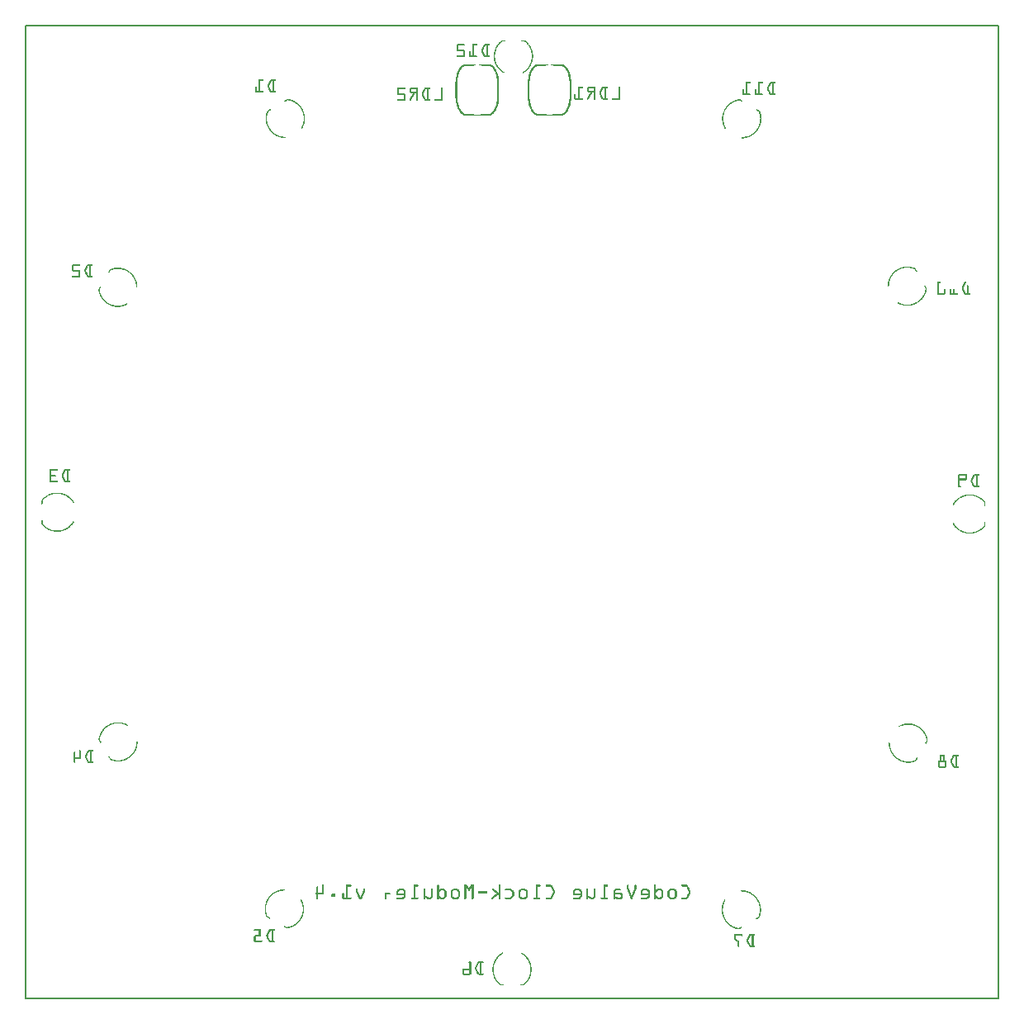
<source format=gbo>
G04 MADE WITH FRITZING*
G04 WWW.FRITZING.ORG*
G04 DOUBLE SIDED*
G04 HOLES PLATED*
G04 CONTOUR ON CENTER OF CONTOUR VECTOR*
%ASAXBY*%
%FSLAX23Y23*%
%MOIN*%
%OFA0B0*%
%SFA1.0B1.0*%
%ADD10R,3.937010X3.937010X3.921010X3.921010*%
%ADD11C,0.008000*%
%ADD12R,0.001000X0.001000*%
%LNSILK0*%
G90*
G70*
G54D11*
X4Y3933D02*
X3933Y3933D01*
X3933Y4D01*
X4Y4D01*
X4Y3933D01*
D02*
G54D12*
X1928Y3872D02*
X1941Y3872D01*
X2007Y3872D02*
X2020Y3872D01*
X1926Y3871D02*
X1942Y3871D01*
X2006Y3871D02*
X2022Y3871D01*
X1925Y3870D02*
X1941Y3870D01*
X2007Y3870D02*
X2023Y3870D01*
X1924Y3869D02*
X1941Y3869D01*
X2007Y3869D02*
X2024Y3869D01*
X1923Y3868D02*
X1940Y3868D01*
X2008Y3868D02*
X2026Y3868D01*
X1921Y3867D02*
X1928Y3867D01*
X2020Y3867D02*
X2027Y3867D01*
X1920Y3866D02*
X1927Y3866D01*
X2021Y3866D02*
X2028Y3866D01*
X1919Y3865D02*
X1926Y3865D01*
X2022Y3865D02*
X2029Y3865D01*
X1918Y3864D02*
X1925Y3864D01*
X2023Y3864D02*
X2030Y3864D01*
X1917Y3863D02*
X1924Y3863D01*
X2025Y3863D02*
X2031Y3863D01*
X1916Y3862D02*
X1923Y3862D01*
X2026Y3862D02*
X2032Y3862D01*
X1915Y3861D02*
X1922Y3861D01*
X2027Y3861D02*
X2033Y3861D01*
X1915Y3860D02*
X1921Y3860D01*
X2028Y3860D02*
X2034Y3860D01*
X1914Y3859D02*
X1920Y3859D01*
X2029Y3859D02*
X2034Y3859D01*
X1913Y3858D02*
X1919Y3858D01*
X2030Y3858D02*
X2035Y3858D01*
X1749Y3857D02*
X1776Y3857D01*
X1809Y3857D02*
X1827Y3857D01*
X1860Y3857D02*
X1877Y3857D01*
X1912Y3857D02*
X1918Y3857D01*
X2030Y3857D02*
X2036Y3857D01*
X1747Y3856D02*
X1777Y3856D01*
X1809Y3856D02*
X1828Y3856D01*
X1858Y3856D02*
X1878Y3856D01*
X1911Y3856D02*
X1917Y3856D01*
X2031Y3856D02*
X2037Y3856D01*
X1746Y3855D02*
X1778Y3855D01*
X1809Y3855D02*
X1828Y3855D01*
X1856Y3855D02*
X1878Y3855D01*
X1911Y3855D02*
X1916Y3855D01*
X2032Y3855D02*
X2038Y3855D01*
X1745Y3854D02*
X1778Y3854D01*
X1809Y3854D02*
X1828Y3854D01*
X1855Y3854D02*
X1878Y3854D01*
X1910Y3854D02*
X1915Y3854D01*
X2033Y3854D02*
X2038Y3854D01*
X1745Y3853D02*
X1778Y3853D01*
X1809Y3853D02*
X1828Y3853D01*
X1855Y3853D02*
X1878Y3853D01*
X1909Y3853D02*
X1914Y3853D01*
X2034Y3853D02*
X2039Y3853D01*
X1745Y3852D02*
X1777Y3852D01*
X1809Y3852D02*
X1828Y3852D01*
X1854Y3852D02*
X1878Y3852D01*
X1909Y3852D02*
X1914Y3852D01*
X2034Y3852D02*
X2040Y3852D01*
X1745Y3851D02*
X1776Y3851D01*
X1809Y3851D02*
X1826Y3851D01*
X1853Y3851D02*
X1877Y3851D01*
X1908Y3851D02*
X1913Y3851D01*
X2035Y3851D02*
X2040Y3851D01*
X1745Y3850D02*
X1751Y3850D01*
X1809Y3850D02*
X1815Y3850D01*
X1853Y3850D02*
X1860Y3850D01*
X1866Y3850D02*
X1872Y3850D01*
X1907Y3850D02*
X1912Y3850D01*
X2036Y3850D02*
X2041Y3850D01*
X1745Y3849D02*
X1751Y3849D01*
X1809Y3849D02*
X1815Y3849D01*
X1852Y3849D02*
X1859Y3849D01*
X1866Y3849D02*
X1872Y3849D01*
X1907Y3849D02*
X1912Y3849D01*
X2036Y3849D02*
X2042Y3849D01*
X1745Y3848D02*
X1751Y3848D01*
X1809Y3848D02*
X1815Y3848D01*
X1852Y3848D02*
X1859Y3848D01*
X1866Y3848D02*
X1872Y3848D01*
X1906Y3848D02*
X1911Y3848D01*
X2037Y3848D02*
X2042Y3848D01*
X1745Y3847D02*
X1751Y3847D01*
X1809Y3847D02*
X1815Y3847D01*
X1851Y3847D02*
X1858Y3847D01*
X1866Y3847D02*
X1872Y3847D01*
X1906Y3847D02*
X1910Y3847D01*
X2038Y3847D02*
X2043Y3847D01*
X1745Y3846D02*
X1751Y3846D01*
X1809Y3846D02*
X1815Y3846D01*
X1851Y3846D02*
X1858Y3846D01*
X1866Y3846D02*
X1872Y3846D01*
X1905Y3846D02*
X1910Y3846D01*
X2038Y3846D02*
X2043Y3846D01*
X1745Y3845D02*
X1751Y3845D01*
X1809Y3845D02*
X1815Y3845D01*
X1850Y3845D02*
X1857Y3845D01*
X1866Y3845D02*
X1872Y3845D01*
X1905Y3845D02*
X1909Y3845D01*
X2039Y3845D02*
X2044Y3845D01*
X1745Y3844D02*
X1751Y3844D01*
X1809Y3844D02*
X1815Y3844D01*
X1850Y3844D02*
X1857Y3844D01*
X1866Y3844D02*
X1872Y3844D01*
X1904Y3844D02*
X1908Y3844D01*
X2040Y3844D02*
X2044Y3844D01*
X1745Y3843D02*
X1751Y3843D01*
X1809Y3843D02*
X1815Y3843D01*
X1849Y3843D02*
X1856Y3843D01*
X1866Y3843D02*
X1872Y3843D01*
X1903Y3843D02*
X1908Y3843D01*
X2040Y3843D02*
X2045Y3843D01*
X1745Y3842D02*
X1751Y3842D01*
X1809Y3842D02*
X1815Y3842D01*
X1849Y3842D02*
X1856Y3842D01*
X1866Y3842D02*
X1872Y3842D01*
X1903Y3842D02*
X1907Y3842D01*
X2041Y3842D02*
X2045Y3842D01*
X1745Y3841D02*
X1751Y3841D01*
X1809Y3841D02*
X1815Y3841D01*
X1848Y3841D02*
X1855Y3841D01*
X1866Y3841D02*
X1872Y3841D01*
X1902Y3841D02*
X1907Y3841D01*
X2041Y3841D02*
X2046Y3841D01*
X1745Y3840D02*
X1751Y3840D01*
X1809Y3840D02*
X1815Y3840D01*
X1848Y3840D02*
X1855Y3840D01*
X1866Y3840D02*
X1872Y3840D01*
X1902Y3840D02*
X1906Y3840D01*
X2042Y3840D02*
X2046Y3840D01*
X1745Y3839D02*
X1751Y3839D01*
X1809Y3839D02*
X1815Y3839D01*
X1847Y3839D02*
X1854Y3839D01*
X1866Y3839D02*
X1872Y3839D01*
X1902Y3839D02*
X1906Y3839D01*
X2042Y3839D02*
X2047Y3839D01*
X1745Y3838D02*
X1751Y3838D01*
X1809Y3838D02*
X1815Y3838D01*
X1847Y3838D02*
X1854Y3838D01*
X1866Y3838D02*
X1872Y3838D01*
X1901Y3838D02*
X1905Y3838D01*
X2043Y3838D02*
X2047Y3838D01*
X1745Y3837D02*
X1751Y3837D01*
X1809Y3837D02*
X1815Y3837D01*
X1846Y3837D02*
X1853Y3837D01*
X1866Y3837D02*
X1872Y3837D01*
X1901Y3837D02*
X1905Y3837D01*
X2043Y3837D02*
X2047Y3837D01*
X1745Y3836D02*
X1751Y3836D01*
X1809Y3836D02*
X1815Y3836D01*
X1846Y3836D02*
X1853Y3836D01*
X1866Y3836D02*
X1872Y3836D01*
X1901Y3836D02*
X1905Y3836D01*
X2043Y3836D02*
X2048Y3836D01*
X1745Y3835D02*
X1751Y3835D01*
X1809Y3835D02*
X1815Y3835D01*
X1846Y3835D02*
X1852Y3835D01*
X1866Y3835D02*
X1872Y3835D01*
X1900Y3835D02*
X1904Y3835D01*
X2044Y3835D02*
X2048Y3835D01*
X1745Y3834D02*
X1751Y3834D01*
X1809Y3834D02*
X1815Y3834D01*
X1845Y3834D02*
X1852Y3834D01*
X1866Y3834D02*
X1872Y3834D01*
X1900Y3834D02*
X1904Y3834D01*
X2044Y3834D02*
X2048Y3834D01*
X1745Y3833D02*
X1775Y3833D01*
X1809Y3833D02*
X1815Y3833D01*
X1845Y3833D02*
X1851Y3833D01*
X1866Y3833D02*
X1872Y3833D01*
X1899Y3833D02*
X1903Y3833D01*
X2045Y3833D02*
X2049Y3833D01*
X1745Y3832D02*
X1776Y3832D01*
X1809Y3832D02*
X1815Y3832D01*
X1845Y3832D02*
X1851Y3832D01*
X1866Y3832D02*
X1872Y3832D01*
X1899Y3832D02*
X1903Y3832D01*
X2045Y3832D02*
X2049Y3832D01*
X1745Y3831D02*
X1777Y3831D01*
X1809Y3831D02*
X1815Y3831D01*
X1845Y3831D02*
X1851Y3831D01*
X1866Y3831D02*
X1872Y3831D01*
X1899Y3831D02*
X1903Y3831D01*
X2045Y3831D02*
X2049Y3831D01*
X1746Y3830D02*
X1777Y3830D01*
X1809Y3830D02*
X1815Y3830D01*
X1845Y3830D02*
X1851Y3830D01*
X1866Y3830D02*
X1872Y3830D01*
X1899Y3830D02*
X1903Y3830D01*
X2046Y3830D02*
X2050Y3830D01*
X1747Y3829D02*
X1778Y3829D01*
X1809Y3829D02*
X1815Y3829D01*
X1845Y3829D02*
X1851Y3829D01*
X1866Y3829D02*
X1872Y3829D01*
X1898Y3829D02*
X1902Y3829D01*
X2046Y3829D02*
X2050Y3829D01*
X1748Y3828D02*
X1778Y3828D01*
X1797Y3828D02*
X1798Y3828D01*
X1809Y3828D02*
X1815Y3828D01*
X1845Y3828D02*
X1851Y3828D01*
X1866Y3828D02*
X1872Y3828D01*
X1898Y3828D02*
X1902Y3828D01*
X2046Y3828D02*
X2050Y3828D01*
X1772Y3827D02*
X1778Y3827D01*
X1796Y3827D02*
X1800Y3827D01*
X1809Y3827D02*
X1815Y3827D01*
X1845Y3827D02*
X1852Y3827D01*
X1866Y3827D02*
X1872Y3827D01*
X1898Y3827D02*
X1902Y3827D01*
X2046Y3827D02*
X2051Y3827D01*
X1772Y3826D02*
X1778Y3826D01*
X1795Y3826D02*
X1800Y3826D01*
X1809Y3826D02*
X1815Y3826D01*
X1846Y3826D02*
X1852Y3826D01*
X1866Y3826D02*
X1872Y3826D01*
X1897Y3826D02*
X1901Y3826D01*
X2047Y3826D02*
X2051Y3826D01*
X1772Y3825D02*
X1778Y3825D01*
X1795Y3825D02*
X1801Y3825D01*
X1809Y3825D02*
X1815Y3825D01*
X1846Y3825D02*
X1853Y3825D01*
X1866Y3825D02*
X1872Y3825D01*
X1897Y3825D02*
X1901Y3825D01*
X2047Y3825D02*
X2051Y3825D01*
X1772Y3824D02*
X1778Y3824D01*
X1795Y3824D02*
X1801Y3824D01*
X1809Y3824D02*
X1815Y3824D01*
X1846Y3824D02*
X1853Y3824D01*
X1866Y3824D02*
X1872Y3824D01*
X1897Y3824D02*
X1901Y3824D01*
X2047Y3824D02*
X2051Y3824D01*
X1772Y3823D02*
X1778Y3823D01*
X1795Y3823D02*
X1801Y3823D01*
X1809Y3823D02*
X1815Y3823D01*
X1847Y3823D02*
X1854Y3823D01*
X1866Y3823D02*
X1872Y3823D01*
X1897Y3823D02*
X1901Y3823D01*
X2047Y3823D02*
X2051Y3823D01*
X1772Y3822D02*
X1778Y3822D01*
X1795Y3822D02*
X1801Y3822D01*
X1809Y3822D02*
X1815Y3822D01*
X1847Y3822D02*
X1854Y3822D01*
X1866Y3822D02*
X1872Y3822D01*
X1897Y3822D02*
X1901Y3822D01*
X2048Y3822D02*
X2052Y3822D01*
X1772Y3821D02*
X1778Y3821D01*
X1795Y3821D02*
X1801Y3821D01*
X1809Y3821D02*
X1815Y3821D01*
X1848Y3821D02*
X1855Y3821D01*
X1866Y3821D02*
X1872Y3821D01*
X1897Y3821D02*
X1900Y3821D01*
X2048Y3821D02*
X2052Y3821D01*
X1772Y3820D02*
X1778Y3820D01*
X1795Y3820D02*
X1801Y3820D01*
X1809Y3820D02*
X1815Y3820D01*
X1848Y3820D02*
X1855Y3820D01*
X1866Y3820D02*
X1872Y3820D01*
X1896Y3820D02*
X1900Y3820D01*
X2048Y3820D02*
X2052Y3820D01*
X1772Y3819D02*
X1778Y3819D01*
X1795Y3819D02*
X1801Y3819D01*
X1809Y3819D02*
X1815Y3819D01*
X1849Y3819D02*
X1856Y3819D01*
X1866Y3819D02*
X1872Y3819D01*
X1896Y3819D02*
X1900Y3819D01*
X2048Y3819D02*
X2052Y3819D01*
X1772Y3818D02*
X1778Y3818D01*
X1795Y3818D02*
X1801Y3818D01*
X1809Y3818D02*
X1815Y3818D01*
X1849Y3818D02*
X1856Y3818D01*
X1866Y3818D02*
X1872Y3818D01*
X1896Y3818D02*
X1900Y3818D01*
X2048Y3818D02*
X2052Y3818D01*
X1772Y3817D02*
X1778Y3817D01*
X1795Y3817D02*
X1801Y3817D01*
X1809Y3817D02*
X1815Y3817D01*
X1850Y3817D02*
X1857Y3817D01*
X1866Y3817D02*
X1872Y3817D01*
X1896Y3817D02*
X1900Y3817D01*
X2048Y3817D02*
X2052Y3817D01*
X1772Y3816D02*
X1778Y3816D01*
X1795Y3816D02*
X1801Y3816D01*
X1809Y3816D02*
X1815Y3816D01*
X1850Y3816D02*
X1857Y3816D01*
X1866Y3816D02*
X1872Y3816D01*
X1896Y3816D02*
X1900Y3816D01*
X2048Y3816D02*
X2052Y3816D01*
X1772Y3815D02*
X1778Y3815D01*
X1795Y3815D02*
X1801Y3815D01*
X1809Y3815D02*
X1815Y3815D01*
X1851Y3815D02*
X1858Y3815D01*
X1866Y3815D02*
X1872Y3815D01*
X1896Y3815D02*
X1900Y3815D01*
X2049Y3815D02*
X2052Y3815D01*
X1772Y3814D02*
X1778Y3814D01*
X1795Y3814D02*
X1801Y3814D01*
X1809Y3814D02*
X1815Y3814D01*
X1851Y3814D02*
X1858Y3814D01*
X1866Y3814D02*
X1872Y3814D01*
X1896Y3814D02*
X1899Y3814D01*
X2049Y3814D02*
X2053Y3814D01*
X1772Y3813D02*
X1778Y3813D01*
X1795Y3813D02*
X1801Y3813D01*
X1809Y3813D02*
X1815Y3813D01*
X1852Y3813D02*
X1859Y3813D01*
X1866Y3813D02*
X1872Y3813D01*
X1896Y3813D02*
X1899Y3813D01*
X2049Y3813D02*
X2053Y3813D01*
X1772Y3812D02*
X1778Y3812D01*
X1795Y3812D02*
X1801Y3812D01*
X1809Y3812D02*
X1815Y3812D01*
X1852Y3812D02*
X1859Y3812D01*
X1866Y3812D02*
X1872Y3812D01*
X1896Y3812D02*
X1899Y3812D01*
X2049Y3812D02*
X2053Y3812D01*
X1772Y3811D02*
X1778Y3811D01*
X1795Y3811D02*
X1801Y3811D01*
X1809Y3811D02*
X1815Y3811D01*
X1853Y3811D02*
X1860Y3811D01*
X1866Y3811D02*
X1872Y3811D01*
X1895Y3811D02*
X1899Y3811D01*
X2049Y3811D02*
X2053Y3811D01*
X1746Y3810D02*
X1778Y3810D01*
X1795Y3810D02*
X1826Y3810D01*
X1853Y3810D02*
X1877Y3810D01*
X1895Y3810D02*
X1899Y3810D01*
X2049Y3810D02*
X2053Y3810D01*
X1745Y3809D02*
X1778Y3809D01*
X1795Y3809D02*
X1828Y3809D01*
X1854Y3809D02*
X1878Y3809D01*
X1895Y3809D02*
X1899Y3809D01*
X2049Y3809D02*
X2053Y3809D01*
X1745Y3808D02*
X1778Y3808D01*
X1795Y3808D02*
X1828Y3808D01*
X1854Y3808D02*
X1878Y3808D01*
X1895Y3808D02*
X1899Y3808D01*
X2049Y3808D02*
X2053Y3808D01*
X1745Y3807D02*
X1778Y3807D01*
X1795Y3807D02*
X1828Y3807D01*
X1855Y3807D02*
X1878Y3807D01*
X1895Y3807D02*
X1899Y3807D01*
X2049Y3807D02*
X2053Y3807D01*
X1745Y3806D02*
X1778Y3806D01*
X1795Y3806D02*
X1828Y3806D01*
X1856Y3806D02*
X1878Y3806D01*
X1895Y3806D02*
X1899Y3806D01*
X2049Y3806D02*
X2053Y3806D01*
X1745Y3805D02*
X1778Y3805D01*
X1795Y3805D02*
X1828Y3805D01*
X1858Y3805D02*
X1878Y3805D01*
X1895Y3805D02*
X1899Y3805D01*
X2049Y3805D02*
X2053Y3805D01*
X1746Y3804D02*
X1778Y3804D01*
X1796Y3804D02*
X1827Y3804D01*
X1860Y3804D02*
X1877Y3804D01*
X1896Y3804D02*
X1899Y3804D01*
X2049Y3804D02*
X2053Y3804D01*
X1896Y3803D02*
X1899Y3803D01*
X2049Y3803D02*
X2053Y3803D01*
X1896Y3802D02*
X1899Y3802D01*
X2049Y3802D02*
X2052Y3802D01*
X1896Y3801D02*
X1900Y3801D01*
X2049Y3801D02*
X2052Y3801D01*
X1896Y3800D02*
X1900Y3800D01*
X2048Y3800D02*
X2052Y3800D01*
X1896Y3799D02*
X1900Y3799D01*
X2048Y3799D02*
X2052Y3799D01*
X1896Y3798D02*
X1900Y3798D01*
X2048Y3798D02*
X2052Y3798D01*
X1896Y3797D02*
X1900Y3797D01*
X2048Y3797D02*
X2052Y3797D01*
X1896Y3796D02*
X1900Y3796D01*
X2048Y3796D02*
X2052Y3796D01*
X1896Y3795D02*
X1900Y3795D01*
X2048Y3795D02*
X2052Y3795D01*
X1897Y3794D02*
X1901Y3794D01*
X2048Y3794D02*
X2051Y3794D01*
X1897Y3793D02*
X1901Y3793D01*
X2047Y3793D02*
X2051Y3793D01*
X1897Y3792D02*
X1901Y3792D01*
X2047Y3792D02*
X2051Y3792D01*
X1897Y3791D02*
X1901Y3791D01*
X2047Y3791D02*
X2051Y3791D01*
X1897Y3790D02*
X1901Y3790D01*
X2047Y3790D02*
X2051Y3790D01*
X1898Y3789D02*
X1902Y3789D01*
X2046Y3789D02*
X2050Y3789D01*
X1898Y3788D02*
X1902Y3788D01*
X2046Y3788D02*
X2050Y3788D01*
X1898Y3787D02*
X1902Y3787D01*
X2046Y3787D02*
X2050Y3787D01*
X1899Y3786D02*
X1903Y3786D01*
X2046Y3786D02*
X2050Y3786D01*
X1899Y3785D02*
X1903Y3785D01*
X2045Y3785D02*
X2049Y3785D01*
X1899Y3784D02*
X1903Y3784D01*
X2045Y3784D02*
X2049Y3784D01*
X1899Y3783D02*
X1904Y3783D01*
X2045Y3783D02*
X2049Y3783D01*
X1900Y3782D02*
X1904Y3782D01*
X2044Y3782D02*
X2048Y3782D01*
X1900Y3781D02*
X1904Y3781D01*
X2044Y3781D02*
X2048Y3781D01*
X1900Y3780D02*
X1905Y3780D01*
X2043Y3780D02*
X2048Y3780D01*
X1901Y3779D02*
X1905Y3779D01*
X2043Y3779D02*
X2047Y3779D01*
X1901Y3778D02*
X1906Y3778D01*
X2043Y3778D02*
X2047Y3778D01*
X1902Y3777D02*
X1906Y3777D01*
X2042Y3777D02*
X2046Y3777D01*
X1779Y3776D02*
X1878Y3776D01*
X1902Y3776D02*
X1907Y3776D01*
X2042Y3776D02*
X2046Y3776D01*
X2071Y3776D02*
X2169Y3776D01*
X1775Y3775D02*
X1881Y3775D01*
X1903Y3775D02*
X1907Y3775D01*
X2041Y3775D02*
X2046Y3775D01*
X2067Y3775D02*
X2173Y3775D01*
X1773Y3774D02*
X1884Y3774D01*
X1903Y3774D02*
X1908Y3774D01*
X2041Y3774D02*
X2045Y3774D01*
X2065Y3774D02*
X2175Y3774D01*
X1771Y3773D02*
X1822Y3773D01*
X1834Y3773D02*
X1885Y3773D01*
X1903Y3773D02*
X1908Y3773D01*
X2040Y3773D02*
X2045Y3773D01*
X2063Y3773D02*
X2114Y3773D01*
X2126Y3773D02*
X2177Y3773D01*
X1769Y3772D02*
X1818Y3772D01*
X1839Y3772D02*
X1887Y3772D01*
X1904Y3772D02*
X1909Y3772D01*
X2040Y3772D02*
X2044Y3772D01*
X2061Y3772D02*
X2109Y3772D01*
X2130Y3772D02*
X2179Y3772D01*
X1768Y3771D02*
X1815Y3771D01*
X1842Y3771D02*
X1889Y3771D01*
X1905Y3771D02*
X1909Y3771D01*
X2039Y3771D02*
X2044Y3771D01*
X2060Y3771D02*
X2106Y3771D01*
X2133Y3771D02*
X2180Y3771D01*
X1766Y3770D02*
X1813Y3770D01*
X1844Y3770D02*
X1890Y3770D01*
X1905Y3770D02*
X1910Y3770D01*
X2038Y3770D02*
X2043Y3770D01*
X2058Y3770D02*
X2104Y3770D01*
X2136Y3770D02*
X2182Y3770D01*
X1765Y3769D02*
X1811Y3769D01*
X1846Y3769D02*
X1891Y3769D01*
X1906Y3769D02*
X1910Y3769D01*
X2038Y3769D02*
X2042Y3769D01*
X2057Y3769D02*
X2102Y3769D01*
X2137Y3769D02*
X2183Y3769D01*
X1764Y3768D02*
X1778Y3768D01*
X1879Y3768D02*
X1892Y3768D01*
X1906Y3768D02*
X1911Y3768D01*
X2037Y3768D02*
X2042Y3768D01*
X2056Y3768D02*
X2070Y3768D01*
X2170Y3768D02*
X2184Y3768D01*
X1763Y3767D02*
X1775Y3767D01*
X1881Y3767D02*
X1893Y3767D01*
X1907Y3767D02*
X1912Y3767D01*
X2036Y3767D02*
X2041Y3767D01*
X2055Y3767D02*
X2067Y3767D01*
X2173Y3767D02*
X2185Y3767D01*
X1762Y3766D02*
X1773Y3766D01*
X1883Y3766D02*
X1894Y3766D01*
X1907Y3766D02*
X1913Y3766D01*
X2036Y3766D02*
X2041Y3766D01*
X2054Y3766D02*
X2065Y3766D01*
X2175Y3766D02*
X2186Y3766D01*
X1761Y3765D02*
X1771Y3765D01*
X1885Y3765D02*
X1895Y3765D01*
X1908Y3765D02*
X1913Y3765D01*
X2035Y3765D02*
X2040Y3765D01*
X2053Y3765D02*
X2063Y3765D01*
X2177Y3765D02*
X2187Y3765D01*
X1760Y3764D02*
X1770Y3764D01*
X1886Y3764D02*
X1896Y3764D01*
X1909Y3764D02*
X1914Y3764D01*
X2034Y3764D02*
X2039Y3764D01*
X2052Y3764D02*
X2062Y3764D01*
X2178Y3764D02*
X2188Y3764D01*
X1759Y3763D02*
X1769Y3763D01*
X1888Y3763D02*
X1897Y3763D01*
X1909Y3763D02*
X1915Y3763D01*
X2034Y3763D02*
X2039Y3763D01*
X2051Y3763D02*
X2061Y3763D01*
X2179Y3763D02*
X2189Y3763D01*
X1759Y3762D02*
X1768Y3762D01*
X1889Y3762D02*
X1898Y3762D01*
X1910Y3762D02*
X1915Y3762D01*
X2033Y3762D02*
X2038Y3762D01*
X2050Y3762D02*
X2060Y3762D01*
X2180Y3762D02*
X2190Y3762D01*
X1758Y3761D02*
X1767Y3761D01*
X1890Y3761D02*
X1899Y3761D01*
X1911Y3761D02*
X1916Y3761D01*
X2032Y3761D02*
X2037Y3761D01*
X2050Y3761D02*
X2059Y3761D01*
X2181Y3761D02*
X2190Y3761D01*
X1757Y3760D02*
X1766Y3760D01*
X1891Y3760D02*
X1899Y3760D01*
X1911Y3760D02*
X1917Y3760D01*
X2031Y3760D02*
X2037Y3760D01*
X2049Y3760D02*
X2058Y3760D01*
X2182Y3760D02*
X2191Y3760D01*
X1756Y3759D02*
X1765Y3759D01*
X1891Y3759D02*
X1900Y3759D01*
X1912Y3759D02*
X1918Y3759D01*
X2030Y3759D02*
X2036Y3759D01*
X2048Y3759D02*
X2057Y3759D01*
X2183Y3759D02*
X2192Y3759D01*
X1756Y3758D02*
X1764Y3758D01*
X1892Y3758D02*
X1901Y3758D01*
X1913Y3758D02*
X1919Y3758D01*
X2029Y3758D02*
X2035Y3758D01*
X2048Y3758D02*
X2056Y3758D01*
X2184Y3758D02*
X2192Y3758D01*
X1755Y3757D02*
X1763Y3757D01*
X1893Y3757D02*
X1901Y3757D01*
X1914Y3757D02*
X1920Y3757D01*
X2028Y3757D02*
X2034Y3757D01*
X2047Y3757D02*
X2055Y3757D01*
X2185Y3757D02*
X2193Y3757D01*
X1755Y3756D02*
X1763Y3756D01*
X1894Y3756D02*
X1902Y3756D01*
X1915Y3756D02*
X1921Y3756D01*
X2027Y3756D02*
X2033Y3756D01*
X2046Y3756D02*
X2055Y3756D01*
X2185Y3756D02*
X2194Y3756D01*
X1754Y3755D02*
X1762Y3755D01*
X1894Y3755D02*
X1902Y3755D01*
X1916Y3755D02*
X1922Y3755D01*
X2026Y3755D02*
X2032Y3755D01*
X2046Y3755D02*
X2054Y3755D01*
X2186Y3755D02*
X2194Y3755D01*
X1753Y3754D02*
X1761Y3754D01*
X1895Y3754D02*
X1903Y3754D01*
X1917Y3754D02*
X1923Y3754D01*
X2025Y3754D02*
X2031Y3754D01*
X2045Y3754D02*
X2053Y3754D01*
X2187Y3754D02*
X2195Y3754D01*
X1753Y3753D02*
X1761Y3753D01*
X1896Y3753D02*
X1904Y3753D01*
X1918Y3753D02*
X1924Y3753D01*
X2024Y3753D02*
X2031Y3753D01*
X2045Y3753D02*
X2053Y3753D01*
X2187Y3753D02*
X2195Y3753D01*
X1752Y3752D02*
X1760Y3752D01*
X1896Y3752D02*
X1904Y3752D01*
X1919Y3752D02*
X1925Y3752D01*
X2023Y3752D02*
X2030Y3752D01*
X2044Y3752D02*
X2052Y3752D01*
X2188Y3752D02*
X2196Y3752D01*
X1752Y3751D02*
X1760Y3751D01*
X1897Y3751D02*
X1905Y3751D01*
X1920Y3751D02*
X1926Y3751D01*
X2022Y3751D02*
X2029Y3751D01*
X2044Y3751D02*
X2051Y3751D01*
X2188Y3751D02*
X2196Y3751D01*
X1751Y3750D02*
X1759Y3750D01*
X1897Y3750D02*
X1905Y3750D01*
X1921Y3750D02*
X1927Y3750D01*
X2021Y3750D02*
X2028Y3750D01*
X2043Y3750D02*
X2051Y3750D01*
X2189Y3750D02*
X2197Y3750D01*
X1751Y3749D02*
X1759Y3749D01*
X1898Y3749D02*
X1905Y3749D01*
X1922Y3749D02*
X1929Y3749D01*
X2019Y3749D02*
X2026Y3749D01*
X2043Y3749D02*
X2050Y3749D01*
X2190Y3749D02*
X2197Y3749D01*
X1750Y3748D02*
X1758Y3748D01*
X1898Y3748D02*
X1906Y3748D01*
X1923Y3748D02*
X1930Y3748D01*
X2018Y3748D02*
X2025Y3748D01*
X2042Y3748D02*
X2050Y3748D01*
X2190Y3748D02*
X2198Y3748D01*
X1750Y3747D02*
X1758Y3747D01*
X1899Y3747D02*
X1906Y3747D01*
X1924Y3747D02*
X1932Y3747D01*
X2017Y3747D02*
X2024Y3747D01*
X2042Y3747D02*
X2049Y3747D01*
X2191Y3747D02*
X2198Y3747D01*
X1750Y3746D02*
X1757Y3746D01*
X1899Y3746D02*
X1907Y3746D01*
X1925Y3746D02*
X1933Y3746D01*
X2015Y3746D02*
X2023Y3746D01*
X2041Y3746D02*
X2049Y3746D01*
X2191Y3746D02*
X2199Y3746D01*
X1749Y3745D02*
X1757Y3745D01*
X1900Y3745D02*
X1907Y3745D01*
X1927Y3745D02*
X1935Y3745D01*
X2014Y3745D02*
X2022Y3745D01*
X2041Y3745D02*
X2048Y3745D01*
X2191Y3745D02*
X2199Y3745D01*
X1749Y3744D02*
X1756Y3744D01*
X1900Y3744D02*
X1908Y3744D01*
X1928Y3744D02*
X1936Y3744D01*
X2012Y3744D02*
X2020Y3744D01*
X2041Y3744D02*
X2048Y3744D01*
X2192Y3744D02*
X2199Y3744D01*
X1748Y3743D02*
X1756Y3743D01*
X1901Y3743D02*
X1908Y3743D01*
X1929Y3743D02*
X1937Y3743D01*
X2011Y3743D02*
X2019Y3743D01*
X2040Y3743D02*
X2048Y3743D01*
X2192Y3743D02*
X2200Y3743D01*
X1748Y3742D02*
X1755Y3742D01*
X1901Y3742D02*
X1908Y3742D01*
X1931Y3742D02*
X1937Y3742D01*
X2011Y3742D02*
X2017Y3742D01*
X2040Y3742D02*
X2047Y3742D01*
X2193Y3742D02*
X2200Y3742D01*
X1748Y3741D02*
X1755Y3741D01*
X1901Y3741D02*
X1909Y3741D01*
X1932Y3741D02*
X1936Y3741D01*
X2011Y3741D02*
X2016Y3741D01*
X2039Y3741D02*
X2047Y3741D01*
X2193Y3741D02*
X2201Y3741D01*
X1747Y3740D02*
X1755Y3740D01*
X1902Y3740D02*
X1909Y3740D01*
X1934Y3740D02*
X1935Y3740D01*
X2011Y3740D02*
X2014Y3740D01*
X2039Y3740D02*
X2046Y3740D01*
X2194Y3740D02*
X2201Y3740D01*
X1747Y3739D02*
X1754Y3739D01*
X1902Y3739D02*
X1909Y3739D01*
X2039Y3739D02*
X2046Y3739D01*
X2194Y3739D02*
X2201Y3739D01*
X1747Y3738D02*
X1754Y3738D01*
X1902Y3738D02*
X1910Y3738D01*
X2038Y3738D02*
X2046Y3738D01*
X2194Y3738D02*
X2202Y3738D01*
X1746Y3737D02*
X1754Y3737D01*
X1903Y3737D02*
X1910Y3737D01*
X2038Y3737D02*
X2045Y3737D01*
X2195Y3737D02*
X2202Y3737D01*
X1746Y3736D02*
X1753Y3736D01*
X1903Y3736D02*
X1910Y3736D01*
X2038Y3736D02*
X2045Y3736D01*
X2195Y3736D02*
X2202Y3736D01*
X1746Y3735D02*
X1753Y3735D01*
X1903Y3735D02*
X1911Y3735D01*
X2037Y3735D02*
X2045Y3735D01*
X2195Y3735D02*
X2202Y3735D01*
X1745Y3734D02*
X1753Y3734D01*
X1904Y3734D02*
X1911Y3734D01*
X2037Y3734D02*
X2044Y3734D01*
X2196Y3734D02*
X2203Y3734D01*
X1745Y3733D02*
X1752Y3733D01*
X1904Y3733D02*
X1911Y3733D01*
X2037Y3733D02*
X2044Y3733D01*
X2196Y3733D02*
X2203Y3733D01*
X1745Y3732D02*
X1752Y3732D01*
X1904Y3732D02*
X1912Y3732D01*
X2037Y3732D02*
X2044Y3732D01*
X2196Y3732D02*
X2203Y3732D01*
X1745Y3731D02*
X1752Y3731D01*
X1905Y3731D02*
X1912Y3731D01*
X2036Y3731D02*
X2043Y3731D01*
X2196Y3731D02*
X2204Y3731D01*
X1744Y3730D02*
X1751Y3730D01*
X1905Y3730D02*
X1912Y3730D01*
X2036Y3730D02*
X2043Y3730D01*
X2197Y3730D02*
X2204Y3730D01*
X1744Y3729D02*
X1751Y3729D01*
X1905Y3729D02*
X1912Y3729D01*
X2036Y3729D02*
X2043Y3729D01*
X2197Y3729D02*
X2204Y3729D01*
X1744Y3728D02*
X1751Y3728D01*
X1905Y3728D02*
X1912Y3728D01*
X2036Y3728D02*
X2043Y3728D01*
X2197Y3728D02*
X2204Y3728D01*
X1744Y3727D02*
X1751Y3727D01*
X1906Y3727D02*
X1913Y3727D01*
X2035Y3727D02*
X2042Y3727D01*
X2197Y3727D02*
X2205Y3727D01*
X1743Y3726D02*
X1750Y3726D01*
X1906Y3726D02*
X1913Y3726D01*
X2035Y3726D02*
X2042Y3726D01*
X2198Y3726D02*
X2205Y3726D01*
X1743Y3725D02*
X1750Y3725D01*
X1906Y3725D02*
X1913Y3725D01*
X2035Y3725D02*
X2042Y3725D01*
X2198Y3725D02*
X2205Y3725D01*
X1743Y3724D02*
X1750Y3724D01*
X1906Y3724D02*
X1913Y3724D01*
X2035Y3724D02*
X2042Y3724D01*
X2198Y3724D02*
X2205Y3724D01*
X1743Y3723D02*
X1750Y3723D01*
X1907Y3723D02*
X1914Y3723D01*
X2035Y3723D02*
X2042Y3723D01*
X2198Y3723D02*
X2205Y3723D01*
X1743Y3722D02*
X1750Y3722D01*
X1907Y3722D02*
X1914Y3722D01*
X2034Y3722D02*
X2041Y3722D01*
X2199Y3722D02*
X2206Y3722D01*
X1742Y3721D02*
X1749Y3721D01*
X1907Y3721D02*
X1914Y3721D01*
X2034Y3721D02*
X2041Y3721D01*
X2199Y3721D02*
X2206Y3721D01*
X1742Y3720D02*
X1749Y3720D01*
X1907Y3720D02*
X1914Y3720D01*
X2034Y3720D02*
X2041Y3720D01*
X2199Y3720D02*
X2206Y3720D01*
X1742Y3719D02*
X1749Y3719D01*
X1907Y3719D02*
X1914Y3719D01*
X2034Y3719D02*
X2041Y3719D01*
X2199Y3719D02*
X2206Y3719D01*
X1742Y3718D02*
X1749Y3718D01*
X1908Y3718D02*
X1914Y3718D01*
X2034Y3718D02*
X2041Y3718D01*
X2199Y3718D02*
X2206Y3718D01*
X1742Y3717D02*
X1749Y3717D01*
X1908Y3717D02*
X1915Y3717D01*
X2034Y3717D02*
X2040Y3717D01*
X2199Y3717D02*
X2206Y3717D01*
X1742Y3716D02*
X1749Y3716D01*
X1908Y3716D02*
X1915Y3716D01*
X2033Y3716D02*
X2040Y3716D01*
X2200Y3716D02*
X2206Y3716D01*
X1742Y3715D02*
X1748Y3715D01*
X1908Y3715D02*
X1915Y3715D01*
X2033Y3715D02*
X2040Y3715D01*
X2200Y3715D02*
X2207Y3715D01*
X946Y3714D02*
X963Y3714D01*
X997Y3714D02*
X1014Y3714D01*
X1741Y3714D02*
X1748Y3714D01*
X1908Y3714D02*
X1915Y3714D01*
X2033Y3714D02*
X2040Y3714D01*
X2200Y3714D02*
X2207Y3714D01*
X945Y3713D02*
X964Y3713D01*
X995Y3713D02*
X1015Y3713D01*
X1741Y3713D02*
X1748Y3713D01*
X1908Y3713D02*
X1915Y3713D01*
X2033Y3713D02*
X2040Y3713D01*
X2200Y3713D02*
X2207Y3713D01*
X945Y3712D02*
X965Y3712D01*
X994Y3712D02*
X1015Y3712D01*
X1741Y3712D02*
X1748Y3712D01*
X1908Y3712D02*
X1915Y3712D01*
X2033Y3712D02*
X2040Y3712D01*
X2200Y3712D02*
X2207Y3712D01*
X945Y3711D02*
X965Y3711D01*
X992Y3711D02*
X1015Y3711D01*
X1741Y3711D02*
X1748Y3711D01*
X1908Y3711D02*
X1915Y3711D01*
X2033Y3711D02*
X2040Y3711D01*
X2200Y3711D02*
X2207Y3711D01*
X945Y3710D02*
X965Y3710D01*
X992Y3710D02*
X1015Y3710D01*
X1741Y3710D02*
X1748Y3710D01*
X1909Y3710D02*
X1915Y3710D01*
X2033Y3710D02*
X2040Y3710D01*
X2200Y3710D02*
X2207Y3710D01*
X945Y3709D02*
X965Y3709D01*
X991Y3709D02*
X1015Y3709D01*
X1741Y3709D02*
X1748Y3709D01*
X1909Y3709D02*
X1916Y3709D01*
X2033Y3709D02*
X2039Y3709D01*
X2200Y3709D02*
X2207Y3709D01*
X945Y3708D02*
X964Y3708D01*
X990Y3708D02*
X1014Y3708D01*
X1741Y3708D02*
X1748Y3708D01*
X1909Y3708D02*
X1916Y3708D01*
X2033Y3708D02*
X2039Y3708D01*
X2201Y3708D02*
X2207Y3708D01*
X945Y3707D02*
X952Y3707D01*
X990Y3707D02*
X997Y3707D01*
X1003Y3707D02*
X1009Y3707D01*
X1741Y3707D02*
X1748Y3707D01*
X1909Y3707D02*
X1916Y3707D01*
X2032Y3707D02*
X2039Y3707D01*
X2201Y3707D02*
X2207Y3707D01*
X945Y3706D02*
X952Y3706D01*
X989Y3706D02*
X996Y3706D01*
X1003Y3706D02*
X1009Y3706D01*
X1741Y3706D02*
X1747Y3706D01*
X1909Y3706D02*
X1916Y3706D01*
X2032Y3706D02*
X2039Y3706D01*
X2201Y3706D02*
X2208Y3706D01*
X945Y3705D02*
X952Y3705D01*
X989Y3705D02*
X996Y3705D01*
X1003Y3705D02*
X1009Y3705D01*
X1741Y3705D02*
X1747Y3705D01*
X1909Y3705D02*
X1916Y3705D01*
X2032Y3705D02*
X2039Y3705D01*
X2201Y3705D02*
X2208Y3705D01*
X945Y3704D02*
X952Y3704D01*
X988Y3704D02*
X995Y3704D01*
X1003Y3704D02*
X1009Y3704D01*
X1740Y3704D02*
X1747Y3704D01*
X1909Y3704D02*
X1916Y3704D01*
X2032Y3704D02*
X2039Y3704D01*
X2201Y3704D02*
X2208Y3704D01*
X2912Y3704D02*
X2930Y3704D01*
X2962Y3704D02*
X2980Y3704D01*
X3014Y3704D02*
X3030Y3704D01*
X945Y3703D02*
X952Y3703D01*
X988Y3703D02*
X995Y3703D01*
X1003Y3703D02*
X1009Y3703D01*
X1740Y3703D02*
X1747Y3703D01*
X1909Y3703D02*
X1916Y3703D01*
X2032Y3703D02*
X2039Y3703D01*
X2201Y3703D02*
X2208Y3703D01*
X2912Y3703D02*
X2931Y3703D01*
X2962Y3703D02*
X2981Y3703D01*
X3012Y3703D02*
X3031Y3703D01*
X945Y3702D02*
X952Y3702D01*
X987Y3702D02*
X994Y3702D01*
X1003Y3702D02*
X1009Y3702D01*
X1740Y3702D02*
X1747Y3702D01*
X1909Y3702D02*
X1916Y3702D01*
X2032Y3702D02*
X2039Y3702D01*
X2201Y3702D02*
X2208Y3702D01*
X2912Y3702D02*
X2931Y3702D01*
X2962Y3702D02*
X2981Y3702D01*
X3010Y3702D02*
X3032Y3702D01*
X945Y3701D02*
X952Y3701D01*
X987Y3701D02*
X994Y3701D01*
X1003Y3701D02*
X1009Y3701D01*
X1740Y3701D02*
X1747Y3701D01*
X1909Y3701D02*
X1916Y3701D01*
X2032Y3701D02*
X2039Y3701D01*
X2201Y3701D02*
X2208Y3701D01*
X2912Y3701D02*
X2931Y3701D01*
X2962Y3701D02*
X2982Y3701D01*
X3009Y3701D02*
X3032Y3701D01*
X945Y3700D02*
X952Y3700D01*
X986Y3700D02*
X993Y3700D01*
X1003Y3700D02*
X1009Y3700D01*
X1740Y3700D02*
X1747Y3700D01*
X1909Y3700D02*
X1916Y3700D01*
X2032Y3700D02*
X2039Y3700D01*
X2201Y3700D02*
X2208Y3700D01*
X2912Y3700D02*
X2931Y3700D01*
X2962Y3700D02*
X2982Y3700D01*
X3008Y3700D02*
X3032Y3700D01*
X945Y3699D02*
X952Y3699D01*
X986Y3699D02*
X993Y3699D01*
X1003Y3699D02*
X1009Y3699D01*
X1740Y3699D02*
X1747Y3699D01*
X1909Y3699D02*
X1916Y3699D01*
X2032Y3699D02*
X2039Y3699D01*
X2201Y3699D02*
X2208Y3699D01*
X2912Y3699D02*
X2931Y3699D01*
X2962Y3699D02*
X2981Y3699D01*
X3007Y3699D02*
X3031Y3699D01*
X945Y3698D02*
X952Y3698D01*
X985Y3698D02*
X992Y3698D01*
X1003Y3698D02*
X1009Y3698D01*
X1740Y3698D02*
X1747Y3698D01*
X1909Y3698D02*
X1916Y3698D01*
X2032Y3698D02*
X2039Y3698D01*
X2201Y3698D02*
X2208Y3698D01*
X2912Y3698D02*
X2930Y3698D01*
X2962Y3698D02*
X2980Y3698D01*
X3007Y3698D02*
X3030Y3698D01*
X945Y3697D02*
X952Y3697D01*
X985Y3697D02*
X992Y3697D01*
X1003Y3697D02*
X1009Y3697D01*
X1740Y3697D02*
X1747Y3697D01*
X1909Y3697D02*
X1916Y3697D01*
X2032Y3697D02*
X2039Y3697D01*
X2201Y3697D02*
X2208Y3697D01*
X2912Y3697D02*
X2918Y3697D01*
X2962Y3697D02*
X2968Y3697D01*
X3006Y3697D02*
X3014Y3697D01*
X3019Y3697D02*
X3025Y3697D01*
X945Y3696D02*
X952Y3696D01*
X984Y3696D02*
X991Y3696D01*
X1003Y3696D02*
X1009Y3696D01*
X1740Y3696D02*
X1747Y3696D01*
X1909Y3696D02*
X1916Y3696D01*
X2032Y3696D02*
X2039Y3696D01*
X2201Y3696D02*
X2208Y3696D01*
X2912Y3696D02*
X2918Y3696D01*
X2962Y3696D02*
X2968Y3696D01*
X3006Y3696D02*
X3013Y3696D01*
X3019Y3696D02*
X3025Y3696D01*
X945Y3695D02*
X952Y3695D01*
X984Y3695D02*
X991Y3695D01*
X1003Y3695D02*
X1009Y3695D01*
X1740Y3695D02*
X1747Y3695D01*
X1909Y3695D02*
X1916Y3695D01*
X2032Y3695D02*
X2039Y3695D01*
X2201Y3695D02*
X2208Y3695D01*
X2912Y3695D02*
X2918Y3695D01*
X2962Y3695D02*
X2968Y3695D01*
X3005Y3695D02*
X3012Y3695D01*
X3019Y3695D02*
X3025Y3695D01*
X945Y3694D02*
X952Y3694D01*
X983Y3694D02*
X990Y3694D01*
X1003Y3694D02*
X1009Y3694D01*
X1740Y3694D02*
X1747Y3694D01*
X1909Y3694D02*
X1916Y3694D01*
X2032Y3694D02*
X2039Y3694D01*
X2201Y3694D02*
X2208Y3694D01*
X2912Y3694D02*
X2918Y3694D01*
X2962Y3694D02*
X2968Y3694D01*
X3005Y3694D02*
X3012Y3694D01*
X3019Y3694D02*
X3025Y3694D01*
X945Y3693D02*
X952Y3693D01*
X983Y3693D02*
X990Y3693D01*
X1003Y3693D02*
X1009Y3693D01*
X1740Y3693D02*
X1747Y3693D01*
X1909Y3693D02*
X1916Y3693D01*
X2032Y3693D02*
X2039Y3693D01*
X2201Y3693D02*
X2208Y3693D01*
X2912Y3693D02*
X2918Y3693D01*
X2962Y3693D02*
X2968Y3693D01*
X3004Y3693D02*
X3011Y3693D01*
X3019Y3693D02*
X3025Y3693D01*
X945Y3692D02*
X952Y3692D01*
X983Y3692D02*
X989Y3692D01*
X1003Y3692D02*
X1009Y3692D01*
X1740Y3692D02*
X1747Y3692D01*
X1909Y3692D02*
X1916Y3692D01*
X2032Y3692D02*
X2039Y3692D01*
X2201Y3692D02*
X2208Y3692D01*
X2912Y3692D02*
X2918Y3692D01*
X2962Y3692D02*
X2968Y3692D01*
X3004Y3692D02*
X3011Y3692D01*
X3019Y3692D02*
X3025Y3692D01*
X945Y3691D02*
X952Y3691D01*
X982Y3691D02*
X989Y3691D01*
X1003Y3691D02*
X1009Y3691D01*
X1740Y3691D02*
X1747Y3691D01*
X1909Y3691D02*
X1916Y3691D01*
X2032Y3691D02*
X2039Y3691D01*
X2201Y3691D02*
X2208Y3691D01*
X2912Y3691D02*
X2918Y3691D01*
X2962Y3691D02*
X2968Y3691D01*
X3003Y3691D02*
X3010Y3691D01*
X3019Y3691D02*
X3025Y3691D01*
X945Y3690D02*
X952Y3690D01*
X982Y3690D02*
X988Y3690D01*
X1003Y3690D02*
X1009Y3690D01*
X1740Y3690D02*
X1747Y3690D01*
X1909Y3690D02*
X1916Y3690D01*
X2032Y3690D02*
X2039Y3690D01*
X2201Y3690D02*
X2208Y3690D01*
X2912Y3690D02*
X2918Y3690D01*
X2962Y3690D02*
X2968Y3690D01*
X3003Y3690D02*
X3010Y3690D01*
X3019Y3690D02*
X3025Y3690D01*
X945Y3689D02*
X952Y3689D01*
X982Y3689D02*
X988Y3689D01*
X1003Y3689D02*
X1009Y3689D01*
X1740Y3689D02*
X1747Y3689D01*
X1909Y3689D02*
X1916Y3689D01*
X2032Y3689D02*
X2039Y3689D01*
X2201Y3689D02*
X2208Y3689D01*
X2912Y3689D02*
X2918Y3689D01*
X2962Y3689D02*
X2968Y3689D01*
X3002Y3689D02*
X3009Y3689D01*
X3019Y3689D02*
X3025Y3689D01*
X945Y3688D02*
X952Y3688D01*
X982Y3688D02*
X988Y3688D01*
X1003Y3688D02*
X1009Y3688D01*
X1740Y3688D02*
X1747Y3688D01*
X1909Y3688D02*
X1916Y3688D01*
X2032Y3688D02*
X2039Y3688D01*
X2201Y3688D02*
X2208Y3688D01*
X2912Y3688D02*
X2918Y3688D01*
X2962Y3688D02*
X2968Y3688D01*
X3002Y3688D02*
X3009Y3688D01*
X3019Y3688D02*
X3025Y3688D01*
X945Y3687D02*
X952Y3687D01*
X982Y3687D02*
X988Y3687D01*
X1003Y3687D02*
X1009Y3687D01*
X1740Y3687D02*
X1747Y3687D01*
X1909Y3687D02*
X1916Y3687D01*
X2032Y3687D02*
X2039Y3687D01*
X2201Y3687D02*
X2208Y3687D01*
X2912Y3687D02*
X2918Y3687D01*
X2962Y3687D02*
X2968Y3687D01*
X3001Y3687D02*
X3008Y3687D01*
X3019Y3687D02*
X3025Y3687D01*
X945Y3686D02*
X952Y3686D01*
X982Y3686D02*
X988Y3686D01*
X1003Y3686D02*
X1009Y3686D01*
X1740Y3686D02*
X1747Y3686D01*
X1909Y3686D02*
X1916Y3686D01*
X2032Y3686D02*
X2039Y3686D01*
X2201Y3686D02*
X2208Y3686D01*
X2234Y3686D02*
X2252Y3686D01*
X2279Y3686D02*
X2304Y3686D01*
X2337Y3686D02*
X2352Y3686D01*
X2401Y3686D02*
X2402Y3686D01*
X2912Y3686D02*
X2918Y3686D01*
X2962Y3686D02*
X2968Y3686D01*
X3001Y3686D02*
X3008Y3686D01*
X3019Y3686D02*
X3025Y3686D01*
X945Y3685D02*
X952Y3685D01*
X982Y3685D02*
X988Y3685D01*
X1003Y3685D02*
X1009Y3685D01*
X1740Y3685D02*
X1747Y3685D01*
X1909Y3685D02*
X1916Y3685D01*
X2032Y3685D02*
X2039Y3685D01*
X2201Y3685D02*
X2208Y3685D01*
X2234Y3685D02*
X2253Y3685D01*
X2276Y3685D02*
X2304Y3685D01*
X2334Y3685D02*
X2353Y3685D01*
X2399Y3685D02*
X2404Y3685D01*
X2912Y3685D02*
X2918Y3685D01*
X2962Y3685D02*
X2968Y3685D01*
X3000Y3685D02*
X3007Y3685D01*
X3019Y3685D02*
X3025Y3685D01*
X933Y3684D02*
X937Y3684D01*
X945Y3684D02*
X952Y3684D01*
X982Y3684D02*
X989Y3684D01*
X1003Y3684D02*
X1009Y3684D01*
X1740Y3684D02*
X1747Y3684D01*
X1909Y3684D02*
X1916Y3684D01*
X2032Y3684D02*
X2039Y3684D01*
X2201Y3684D02*
X2208Y3684D01*
X2234Y3684D02*
X2254Y3684D01*
X2275Y3684D02*
X2304Y3684D01*
X2333Y3684D02*
X2354Y3684D01*
X2399Y3684D02*
X2404Y3684D01*
X2912Y3684D02*
X2918Y3684D01*
X2962Y3684D02*
X2968Y3684D01*
X3000Y3684D02*
X3007Y3684D01*
X3019Y3684D02*
X3025Y3684D01*
X932Y3683D02*
X937Y3683D01*
X945Y3683D02*
X952Y3683D01*
X983Y3683D02*
X989Y3683D01*
X1003Y3683D02*
X1009Y3683D01*
X1740Y3683D02*
X1747Y3683D01*
X1909Y3683D02*
X1916Y3683D01*
X2032Y3683D02*
X2039Y3683D01*
X2201Y3683D02*
X2208Y3683D01*
X2234Y3683D02*
X2254Y3683D01*
X2274Y3683D02*
X2304Y3683D01*
X2331Y3683D02*
X2354Y3683D01*
X2399Y3683D02*
X2405Y3683D01*
X2912Y3683D02*
X2918Y3683D01*
X2962Y3683D02*
X2968Y3683D01*
X3000Y3683D02*
X3006Y3683D01*
X3019Y3683D02*
X3025Y3683D01*
X932Y3682D02*
X938Y3682D01*
X945Y3682D02*
X952Y3682D01*
X983Y3682D02*
X990Y3682D01*
X1003Y3682D02*
X1009Y3682D01*
X1509Y3682D02*
X1536Y3682D01*
X1562Y3682D02*
X1588Y3682D01*
X1620Y3682D02*
X1636Y3682D01*
X1684Y3682D02*
X1686Y3682D01*
X1740Y3682D02*
X1747Y3682D01*
X1909Y3682D02*
X1916Y3682D01*
X2032Y3682D02*
X2039Y3682D01*
X2201Y3682D02*
X2208Y3682D01*
X2234Y3682D02*
X2254Y3682D01*
X2273Y3682D02*
X2304Y3682D01*
X2331Y3682D02*
X2354Y3682D01*
X2399Y3682D02*
X2405Y3682D01*
X2912Y3682D02*
X2918Y3682D01*
X2962Y3682D02*
X2968Y3682D01*
X2999Y3682D02*
X3006Y3682D01*
X3019Y3682D02*
X3025Y3682D01*
X932Y3681D02*
X938Y3681D01*
X945Y3681D02*
X952Y3681D01*
X983Y3681D02*
X990Y3681D01*
X1003Y3681D02*
X1009Y3681D01*
X1507Y3681D02*
X1537Y3681D01*
X1560Y3681D02*
X1588Y3681D01*
X1618Y3681D02*
X1637Y3681D01*
X1683Y3681D02*
X1688Y3681D01*
X1740Y3681D02*
X1747Y3681D01*
X1909Y3681D02*
X1916Y3681D01*
X2032Y3681D02*
X2039Y3681D01*
X2201Y3681D02*
X2208Y3681D01*
X2234Y3681D02*
X2253Y3681D01*
X2272Y3681D02*
X2304Y3681D01*
X2330Y3681D02*
X2354Y3681D01*
X2399Y3681D02*
X2405Y3681D01*
X2912Y3681D02*
X2918Y3681D01*
X2962Y3681D02*
X2968Y3681D01*
X2999Y3681D02*
X3005Y3681D01*
X3019Y3681D02*
X3025Y3681D01*
X932Y3680D02*
X938Y3680D01*
X945Y3680D02*
X952Y3680D01*
X984Y3680D02*
X991Y3680D01*
X1003Y3680D02*
X1009Y3680D01*
X1506Y3680D02*
X1538Y3680D01*
X1558Y3680D02*
X1588Y3680D01*
X1616Y3680D02*
X1638Y3680D01*
X1683Y3680D02*
X1688Y3680D01*
X1740Y3680D02*
X1747Y3680D01*
X1909Y3680D02*
X1916Y3680D01*
X2032Y3680D02*
X2039Y3680D01*
X2201Y3680D02*
X2208Y3680D01*
X2234Y3680D02*
X2253Y3680D01*
X2272Y3680D02*
X2304Y3680D01*
X2329Y3680D02*
X2353Y3680D01*
X2399Y3680D02*
X2405Y3680D01*
X2912Y3680D02*
X2918Y3680D01*
X2962Y3680D02*
X2968Y3680D01*
X2999Y3680D02*
X3005Y3680D01*
X3019Y3680D02*
X3025Y3680D01*
X932Y3679D02*
X938Y3679D01*
X945Y3679D02*
X952Y3679D01*
X984Y3679D02*
X991Y3679D01*
X1003Y3679D02*
X1009Y3679D01*
X1505Y3679D02*
X1538Y3679D01*
X1557Y3679D02*
X1588Y3679D01*
X1615Y3679D02*
X1638Y3679D01*
X1682Y3679D02*
X1688Y3679D01*
X1740Y3679D02*
X1747Y3679D01*
X1909Y3679D02*
X1916Y3679D01*
X2032Y3679D02*
X2039Y3679D01*
X2201Y3679D02*
X2208Y3679D01*
X2234Y3679D02*
X2240Y3679D01*
X2271Y3679D02*
X2279Y3679D01*
X2298Y3679D02*
X2304Y3679D01*
X2329Y3679D02*
X2337Y3679D01*
X2341Y3679D02*
X2348Y3679D01*
X2399Y3679D02*
X2405Y3679D01*
X2912Y3679D02*
X2918Y3679D01*
X2962Y3679D02*
X2968Y3679D01*
X2998Y3679D02*
X3005Y3679D01*
X3019Y3679D02*
X3025Y3679D01*
X932Y3678D02*
X938Y3678D01*
X945Y3678D02*
X952Y3678D01*
X985Y3678D02*
X992Y3678D01*
X1003Y3678D02*
X1009Y3678D01*
X1505Y3678D02*
X1538Y3678D01*
X1556Y3678D02*
X1588Y3678D01*
X1614Y3678D02*
X1638Y3678D01*
X1682Y3678D02*
X1688Y3678D01*
X1740Y3678D02*
X1747Y3678D01*
X1909Y3678D02*
X1916Y3678D01*
X2032Y3678D02*
X2039Y3678D01*
X2201Y3678D02*
X2208Y3678D01*
X2234Y3678D02*
X2240Y3678D01*
X2271Y3678D02*
X2278Y3678D01*
X2298Y3678D02*
X2304Y3678D01*
X2328Y3678D02*
X2335Y3678D01*
X2341Y3678D02*
X2347Y3678D01*
X2399Y3678D02*
X2405Y3678D01*
X2912Y3678D02*
X2918Y3678D01*
X2962Y3678D02*
X2968Y3678D01*
X2998Y3678D02*
X3004Y3678D01*
X3019Y3678D02*
X3025Y3678D01*
X932Y3677D02*
X938Y3677D01*
X945Y3677D02*
X952Y3677D01*
X985Y3677D02*
X992Y3677D01*
X1003Y3677D02*
X1009Y3677D01*
X1504Y3677D02*
X1537Y3677D01*
X1556Y3677D02*
X1588Y3677D01*
X1614Y3677D02*
X1638Y3677D01*
X1682Y3677D02*
X1688Y3677D01*
X1740Y3677D02*
X1747Y3677D01*
X1909Y3677D02*
X1916Y3677D01*
X2032Y3677D02*
X2039Y3677D01*
X2201Y3677D02*
X2208Y3677D01*
X2234Y3677D02*
X2240Y3677D01*
X2271Y3677D02*
X2277Y3677D01*
X2298Y3677D02*
X2304Y3677D01*
X2328Y3677D02*
X2335Y3677D01*
X2341Y3677D02*
X2347Y3677D01*
X2399Y3677D02*
X2405Y3677D01*
X2912Y3677D02*
X2918Y3677D01*
X2962Y3677D02*
X2968Y3677D01*
X2998Y3677D02*
X3004Y3677D01*
X3019Y3677D02*
X3025Y3677D01*
X932Y3676D02*
X938Y3676D01*
X945Y3676D02*
X952Y3676D01*
X986Y3676D02*
X993Y3676D01*
X1003Y3676D02*
X1009Y3676D01*
X1504Y3676D02*
X1536Y3676D01*
X1555Y3676D02*
X1588Y3676D01*
X1613Y3676D02*
X1637Y3676D01*
X1682Y3676D02*
X1688Y3676D01*
X1740Y3676D02*
X1747Y3676D01*
X1909Y3676D02*
X1916Y3676D01*
X2032Y3676D02*
X2039Y3676D01*
X2201Y3676D02*
X2208Y3676D01*
X2234Y3676D02*
X2240Y3676D01*
X2271Y3676D02*
X2277Y3676D01*
X2298Y3676D02*
X2304Y3676D01*
X2327Y3676D02*
X2334Y3676D01*
X2341Y3676D02*
X2347Y3676D01*
X2399Y3676D02*
X2405Y3676D01*
X2912Y3676D02*
X2918Y3676D01*
X2962Y3676D02*
X2968Y3676D01*
X2998Y3676D02*
X3005Y3676D01*
X3019Y3676D02*
X3025Y3676D01*
X932Y3675D02*
X938Y3675D01*
X945Y3675D02*
X952Y3675D01*
X986Y3675D02*
X993Y3675D01*
X1003Y3675D02*
X1009Y3675D01*
X1504Y3675D02*
X1510Y3675D01*
X1555Y3675D02*
X1562Y3675D01*
X1582Y3675D02*
X1588Y3675D01*
X1613Y3675D02*
X1620Y3675D01*
X1625Y3675D02*
X1631Y3675D01*
X1682Y3675D02*
X1688Y3675D01*
X1740Y3675D02*
X1747Y3675D01*
X1909Y3675D02*
X1916Y3675D01*
X2032Y3675D02*
X2039Y3675D01*
X2201Y3675D02*
X2208Y3675D01*
X2234Y3675D02*
X2240Y3675D01*
X2271Y3675D02*
X2277Y3675D01*
X2298Y3675D02*
X2304Y3675D01*
X2327Y3675D02*
X2334Y3675D01*
X2341Y3675D02*
X2347Y3675D01*
X2399Y3675D02*
X2405Y3675D01*
X2912Y3675D02*
X2918Y3675D01*
X2962Y3675D02*
X2968Y3675D01*
X2999Y3675D02*
X3005Y3675D01*
X3019Y3675D02*
X3025Y3675D01*
X932Y3674D02*
X938Y3674D01*
X945Y3674D02*
X952Y3674D01*
X987Y3674D02*
X994Y3674D01*
X1003Y3674D02*
X1009Y3674D01*
X1504Y3674D02*
X1510Y3674D01*
X1555Y3674D02*
X1561Y3674D01*
X1582Y3674D02*
X1588Y3674D01*
X1612Y3674D02*
X1619Y3674D01*
X1625Y3674D02*
X1631Y3674D01*
X1682Y3674D02*
X1688Y3674D01*
X1740Y3674D02*
X1747Y3674D01*
X1909Y3674D02*
X1916Y3674D01*
X2032Y3674D02*
X2039Y3674D01*
X2201Y3674D02*
X2208Y3674D01*
X2234Y3674D02*
X2240Y3674D01*
X2271Y3674D02*
X2277Y3674D01*
X2298Y3674D02*
X2304Y3674D01*
X2326Y3674D02*
X2333Y3674D01*
X2341Y3674D02*
X2347Y3674D01*
X2399Y3674D02*
X2405Y3674D01*
X2899Y3674D02*
X2903Y3674D01*
X2912Y3674D02*
X2918Y3674D01*
X2949Y3674D02*
X2953Y3674D01*
X2962Y3674D02*
X2968Y3674D01*
X2999Y3674D02*
X3005Y3674D01*
X3019Y3674D02*
X3025Y3674D01*
X932Y3673D02*
X938Y3673D01*
X945Y3673D02*
X952Y3673D01*
X987Y3673D02*
X994Y3673D01*
X1003Y3673D02*
X1009Y3673D01*
X1504Y3673D02*
X1510Y3673D01*
X1554Y3673D02*
X1561Y3673D01*
X1582Y3673D02*
X1588Y3673D01*
X1612Y3673D02*
X1618Y3673D01*
X1625Y3673D02*
X1631Y3673D01*
X1682Y3673D02*
X1688Y3673D01*
X1740Y3673D02*
X1747Y3673D01*
X1909Y3673D02*
X1916Y3673D01*
X2032Y3673D02*
X2039Y3673D01*
X2201Y3673D02*
X2208Y3673D01*
X2234Y3673D02*
X2240Y3673D01*
X2271Y3673D02*
X2277Y3673D01*
X2298Y3673D02*
X2304Y3673D01*
X2326Y3673D02*
X2333Y3673D01*
X2341Y3673D02*
X2347Y3673D01*
X2399Y3673D02*
X2405Y3673D01*
X2898Y3673D02*
X2904Y3673D01*
X2912Y3673D02*
X2918Y3673D01*
X2949Y3673D02*
X2954Y3673D01*
X2962Y3673D02*
X2968Y3673D01*
X2999Y3673D02*
X3005Y3673D01*
X3019Y3673D02*
X3025Y3673D01*
X932Y3672D02*
X938Y3672D01*
X945Y3672D02*
X952Y3672D01*
X988Y3672D02*
X995Y3672D01*
X1003Y3672D02*
X1009Y3672D01*
X1504Y3672D02*
X1510Y3672D01*
X1554Y3672D02*
X1560Y3672D01*
X1582Y3672D02*
X1588Y3672D01*
X1611Y3672D02*
X1618Y3672D01*
X1625Y3672D02*
X1631Y3672D01*
X1682Y3672D02*
X1688Y3672D01*
X1740Y3672D02*
X1747Y3672D01*
X1909Y3672D02*
X1916Y3672D01*
X2032Y3672D02*
X2039Y3672D01*
X2201Y3672D02*
X2208Y3672D01*
X2234Y3672D02*
X2240Y3672D01*
X2271Y3672D02*
X2277Y3672D01*
X2298Y3672D02*
X2304Y3672D01*
X2325Y3672D02*
X2332Y3672D01*
X2341Y3672D02*
X2347Y3672D01*
X2399Y3672D02*
X2405Y3672D01*
X2898Y3672D02*
X2904Y3672D01*
X2912Y3672D02*
X2918Y3672D01*
X2948Y3672D02*
X2954Y3672D01*
X2962Y3672D02*
X2968Y3672D01*
X2999Y3672D02*
X3006Y3672D01*
X3019Y3672D02*
X3025Y3672D01*
X932Y3671D02*
X938Y3671D01*
X945Y3671D02*
X952Y3671D01*
X988Y3671D02*
X995Y3671D01*
X1003Y3671D02*
X1009Y3671D01*
X1504Y3671D02*
X1510Y3671D01*
X1554Y3671D02*
X1560Y3671D01*
X1582Y3671D02*
X1588Y3671D01*
X1611Y3671D02*
X1617Y3671D01*
X1625Y3671D02*
X1631Y3671D01*
X1682Y3671D02*
X1688Y3671D01*
X1740Y3671D02*
X1747Y3671D01*
X1909Y3671D02*
X1916Y3671D01*
X2032Y3671D02*
X2039Y3671D01*
X2201Y3671D02*
X2208Y3671D01*
X2234Y3671D02*
X2240Y3671D01*
X2271Y3671D02*
X2277Y3671D01*
X2298Y3671D02*
X2304Y3671D01*
X2325Y3671D02*
X2332Y3671D01*
X2341Y3671D02*
X2347Y3671D01*
X2399Y3671D02*
X2405Y3671D01*
X2898Y3671D02*
X2904Y3671D01*
X2912Y3671D02*
X2918Y3671D01*
X2948Y3671D02*
X2954Y3671D01*
X2962Y3671D02*
X2968Y3671D01*
X3000Y3671D02*
X3006Y3671D01*
X3019Y3671D02*
X3025Y3671D01*
X932Y3670D02*
X938Y3670D01*
X945Y3670D02*
X952Y3670D01*
X989Y3670D02*
X996Y3670D01*
X1003Y3670D02*
X1009Y3670D01*
X1504Y3670D02*
X1510Y3670D01*
X1554Y3670D02*
X1560Y3670D01*
X1582Y3670D02*
X1588Y3670D01*
X1610Y3670D02*
X1617Y3670D01*
X1625Y3670D02*
X1631Y3670D01*
X1682Y3670D02*
X1688Y3670D01*
X1740Y3670D02*
X1747Y3670D01*
X1909Y3670D02*
X1916Y3670D01*
X2032Y3670D02*
X2039Y3670D01*
X2201Y3670D02*
X2208Y3670D01*
X2234Y3670D02*
X2240Y3670D01*
X2271Y3670D02*
X2277Y3670D01*
X2298Y3670D02*
X2304Y3670D01*
X2324Y3670D02*
X2331Y3670D01*
X2341Y3670D02*
X2347Y3670D01*
X2399Y3670D02*
X2405Y3670D01*
X2898Y3670D02*
X2904Y3670D01*
X2912Y3670D02*
X2918Y3670D01*
X2948Y3670D02*
X2954Y3670D01*
X2962Y3670D02*
X2968Y3670D01*
X3000Y3670D02*
X3007Y3670D01*
X3019Y3670D02*
X3025Y3670D01*
X932Y3669D02*
X938Y3669D01*
X945Y3669D02*
X952Y3669D01*
X989Y3669D02*
X996Y3669D01*
X1003Y3669D02*
X1009Y3669D01*
X1504Y3669D02*
X1510Y3669D01*
X1554Y3669D02*
X1560Y3669D01*
X1582Y3669D02*
X1588Y3669D01*
X1610Y3669D02*
X1616Y3669D01*
X1625Y3669D02*
X1631Y3669D01*
X1682Y3669D02*
X1688Y3669D01*
X1740Y3669D02*
X1747Y3669D01*
X1909Y3669D02*
X1916Y3669D01*
X2032Y3669D02*
X2039Y3669D01*
X2201Y3669D02*
X2208Y3669D01*
X2234Y3669D02*
X2240Y3669D01*
X2271Y3669D02*
X2279Y3669D01*
X2298Y3669D02*
X2304Y3669D01*
X2324Y3669D02*
X2331Y3669D01*
X2341Y3669D02*
X2347Y3669D01*
X2399Y3669D02*
X2405Y3669D01*
X2898Y3669D02*
X2904Y3669D01*
X2912Y3669D02*
X2918Y3669D01*
X2948Y3669D02*
X2954Y3669D01*
X2962Y3669D02*
X2968Y3669D01*
X3001Y3669D02*
X3007Y3669D01*
X3019Y3669D02*
X3025Y3669D01*
X932Y3668D02*
X938Y3668D01*
X945Y3668D02*
X952Y3668D01*
X990Y3668D02*
X997Y3668D01*
X1003Y3668D02*
X1009Y3668D01*
X1504Y3668D02*
X1510Y3668D01*
X1554Y3668D02*
X1560Y3668D01*
X1582Y3668D02*
X1588Y3668D01*
X1609Y3668D02*
X1616Y3668D01*
X1625Y3668D02*
X1631Y3668D01*
X1682Y3668D02*
X1688Y3668D01*
X1740Y3668D02*
X1747Y3668D01*
X1909Y3668D02*
X1916Y3668D01*
X2032Y3668D02*
X2039Y3668D01*
X2201Y3668D02*
X2208Y3668D01*
X2234Y3668D02*
X2240Y3668D01*
X2271Y3668D02*
X2304Y3668D01*
X2323Y3668D02*
X2330Y3668D01*
X2341Y3668D02*
X2347Y3668D01*
X2399Y3668D02*
X2405Y3668D01*
X2898Y3668D02*
X2904Y3668D01*
X2912Y3668D02*
X2918Y3668D01*
X2948Y3668D02*
X2954Y3668D01*
X2962Y3668D02*
X2968Y3668D01*
X3001Y3668D02*
X3008Y3668D01*
X3019Y3668D02*
X3025Y3668D01*
X932Y3667D02*
X963Y3667D01*
X990Y3667D02*
X1013Y3667D01*
X1504Y3667D02*
X1510Y3667D01*
X1554Y3667D02*
X1561Y3667D01*
X1582Y3667D02*
X1588Y3667D01*
X1609Y3667D02*
X1615Y3667D01*
X1625Y3667D02*
X1631Y3667D01*
X1682Y3667D02*
X1688Y3667D01*
X1740Y3667D02*
X1747Y3667D01*
X1909Y3667D02*
X1916Y3667D01*
X2032Y3667D02*
X2039Y3667D01*
X2201Y3667D02*
X2208Y3667D01*
X2234Y3667D02*
X2240Y3667D01*
X2272Y3667D02*
X2304Y3667D01*
X2323Y3667D02*
X2330Y3667D01*
X2341Y3667D02*
X2347Y3667D01*
X2399Y3667D02*
X2405Y3667D01*
X2898Y3667D02*
X2904Y3667D01*
X2912Y3667D02*
X2918Y3667D01*
X2948Y3667D02*
X2954Y3667D01*
X2962Y3667D02*
X2968Y3667D01*
X3002Y3667D02*
X3009Y3667D01*
X3019Y3667D02*
X3025Y3667D01*
X932Y3666D02*
X964Y3666D01*
X991Y3666D02*
X1015Y3666D01*
X1504Y3666D02*
X1510Y3666D01*
X1555Y3666D02*
X1561Y3666D01*
X1582Y3666D02*
X1588Y3666D01*
X1608Y3666D02*
X1615Y3666D01*
X1625Y3666D02*
X1631Y3666D01*
X1682Y3666D02*
X1688Y3666D01*
X1740Y3666D02*
X1747Y3666D01*
X1909Y3666D02*
X1916Y3666D01*
X2032Y3666D02*
X2039Y3666D01*
X2201Y3666D02*
X2208Y3666D01*
X2234Y3666D02*
X2240Y3666D01*
X2273Y3666D02*
X2304Y3666D01*
X2322Y3666D02*
X2329Y3666D01*
X2341Y3666D02*
X2347Y3666D01*
X2399Y3666D02*
X2405Y3666D01*
X2898Y3666D02*
X2904Y3666D01*
X2912Y3666D02*
X2918Y3666D01*
X2948Y3666D02*
X2954Y3666D01*
X2962Y3666D02*
X2968Y3666D01*
X3002Y3666D02*
X3009Y3666D01*
X3019Y3666D02*
X3025Y3666D01*
X932Y3665D02*
X965Y3665D01*
X991Y3665D02*
X1015Y3665D01*
X1504Y3665D02*
X1510Y3665D01*
X1555Y3665D02*
X1563Y3665D01*
X1582Y3665D02*
X1588Y3665D01*
X1608Y3665D02*
X1614Y3665D01*
X1625Y3665D02*
X1631Y3665D01*
X1682Y3665D02*
X1688Y3665D01*
X1740Y3665D02*
X1747Y3665D01*
X1909Y3665D02*
X1916Y3665D01*
X2032Y3665D02*
X2039Y3665D01*
X2201Y3665D02*
X2208Y3665D01*
X2234Y3665D02*
X2240Y3665D01*
X2273Y3665D02*
X2304Y3665D01*
X2322Y3665D02*
X2329Y3665D01*
X2341Y3665D02*
X2347Y3665D01*
X2399Y3665D02*
X2405Y3665D01*
X2898Y3665D02*
X2904Y3665D01*
X2912Y3665D02*
X2918Y3665D01*
X2948Y3665D02*
X2954Y3665D01*
X2962Y3665D02*
X2968Y3665D01*
X3003Y3665D02*
X3010Y3665D01*
X3019Y3665D02*
X3025Y3665D01*
X932Y3664D02*
X965Y3664D01*
X992Y3664D02*
X1015Y3664D01*
X1504Y3664D02*
X1510Y3664D01*
X1555Y3664D02*
X1588Y3664D01*
X1607Y3664D02*
X1614Y3664D01*
X1625Y3664D02*
X1631Y3664D01*
X1682Y3664D02*
X1688Y3664D01*
X1740Y3664D02*
X1747Y3664D01*
X1909Y3664D02*
X1916Y3664D01*
X2032Y3664D02*
X2039Y3664D01*
X2201Y3664D02*
X2208Y3664D01*
X2234Y3664D02*
X2240Y3664D01*
X2275Y3664D02*
X2304Y3664D01*
X2322Y3664D02*
X2328Y3664D01*
X2341Y3664D02*
X2347Y3664D01*
X2399Y3664D02*
X2405Y3664D01*
X2898Y3664D02*
X2904Y3664D01*
X2912Y3664D02*
X2918Y3664D01*
X2948Y3664D02*
X2954Y3664D01*
X2962Y3664D02*
X2968Y3664D01*
X3003Y3664D02*
X3010Y3664D01*
X3019Y3664D02*
X3025Y3664D01*
X932Y3663D02*
X965Y3663D01*
X993Y3663D02*
X1015Y3663D01*
X1504Y3663D02*
X1510Y3663D01*
X1556Y3663D02*
X1588Y3663D01*
X1607Y3663D02*
X1613Y3663D01*
X1625Y3663D02*
X1631Y3663D01*
X1682Y3663D02*
X1688Y3663D01*
X1740Y3663D02*
X1747Y3663D01*
X1909Y3663D02*
X1916Y3663D01*
X2032Y3663D02*
X2039Y3663D01*
X2201Y3663D02*
X2208Y3663D01*
X2234Y3663D02*
X2240Y3663D01*
X2276Y3663D02*
X2304Y3663D01*
X2321Y3663D02*
X2328Y3663D01*
X2341Y3663D02*
X2347Y3663D01*
X2399Y3663D02*
X2405Y3663D01*
X2898Y3663D02*
X2904Y3663D01*
X2912Y3663D02*
X2918Y3663D01*
X2948Y3663D02*
X2954Y3663D01*
X2962Y3663D02*
X2968Y3663D01*
X3004Y3663D02*
X3011Y3663D01*
X3019Y3663D02*
X3025Y3663D01*
X932Y3662D02*
X965Y3662D01*
X994Y3662D02*
X1015Y3662D01*
X1504Y3662D02*
X1510Y3662D01*
X1556Y3662D02*
X1588Y3662D01*
X1606Y3662D02*
X1613Y3662D01*
X1625Y3662D02*
X1631Y3662D01*
X1682Y3662D02*
X1688Y3662D01*
X1740Y3662D02*
X1747Y3662D01*
X1909Y3662D02*
X1916Y3662D01*
X2032Y3662D02*
X2039Y3662D01*
X2201Y3662D02*
X2208Y3662D01*
X2234Y3662D02*
X2240Y3662D01*
X2278Y3662D02*
X2304Y3662D01*
X2321Y3662D02*
X2327Y3662D01*
X2341Y3662D02*
X2347Y3662D01*
X2399Y3662D02*
X2405Y3662D01*
X2898Y3662D02*
X2904Y3662D01*
X2912Y3662D02*
X2918Y3662D01*
X2948Y3662D02*
X2954Y3662D01*
X2962Y3662D02*
X2968Y3662D01*
X3004Y3662D02*
X3011Y3662D01*
X3019Y3662D02*
X3025Y3662D01*
X933Y3661D02*
X964Y3661D01*
X996Y3661D02*
X1014Y3661D01*
X1504Y3661D02*
X1510Y3661D01*
X1557Y3661D02*
X1588Y3661D01*
X1606Y3661D02*
X1612Y3661D01*
X1625Y3661D02*
X1631Y3661D01*
X1682Y3661D02*
X1688Y3661D01*
X1740Y3661D02*
X1747Y3661D01*
X1909Y3661D02*
X1916Y3661D01*
X2032Y3661D02*
X2039Y3661D01*
X2201Y3661D02*
X2208Y3661D01*
X2234Y3661D02*
X2240Y3661D01*
X2285Y3661D02*
X2292Y3661D01*
X2298Y3661D02*
X2304Y3661D01*
X2321Y3661D02*
X2327Y3661D01*
X2341Y3661D02*
X2347Y3661D01*
X2399Y3661D02*
X2405Y3661D01*
X2898Y3661D02*
X2904Y3661D01*
X2912Y3661D02*
X2918Y3661D01*
X2948Y3661D02*
X2954Y3661D01*
X2962Y3661D02*
X2968Y3661D01*
X3005Y3661D02*
X3012Y3661D01*
X3019Y3661D02*
X3025Y3661D01*
X1504Y3660D02*
X1510Y3660D01*
X1558Y3660D02*
X1588Y3660D01*
X1605Y3660D02*
X1612Y3660D01*
X1625Y3660D02*
X1631Y3660D01*
X1682Y3660D02*
X1688Y3660D01*
X1740Y3660D02*
X1747Y3660D01*
X1909Y3660D02*
X1916Y3660D01*
X2032Y3660D02*
X2039Y3660D01*
X2201Y3660D02*
X2208Y3660D01*
X2234Y3660D02*
X2240Y3660D01*
X2284Y3660D02*
X2291Y3660D01*
X2298Y3660D02*
X2304Y3660D01*
X2321Y3660D02*
X2327Y3660D01*
X2341Y3660D02*
X2347Y3660D01*
X2399Y3660D02*
X2405Y3660D01*
X2898Y3660D02*
X2904Y3660D01*
X2912Y3660D02*
X2918Y3660D01*
X2948Y3660D02*
X2954Y3660D01*
X2962Y3660D02*
X2968Y3660D01*
X3005Y3660D02*
X3012Y3660D01*
X3019Y3660D02*
X3025Y3660D01*
X1504Y3659D02*
X1510Y3659D01*
X1560Y3659D02*
X1588Y3659D01*
X1605Y3659D02*
X1611Y3659D01*
X1625Y3659D02*
X1631Y3659D01*
X1682Y3659D02*
X1688Y3659D01*
X1740Y3659D02*
X1747Y3659D01*
X1909Y3659D02*
X1916Y3659D01*
X2032Y3659D02*
X2039Y3659D01*
X2201Y3659D02*
X2208Y3659D01*
X2234Y3659D02*
X2240Y3659D01*
X2284Y3659D02*
X2291Y3659D01*
X2298Y3659D02*
X2304Y3659D01*
X2321Y3659D02*
X2327Y3659D01*
X2341Y3659D02*
X2347Y3659D01*
X2399Y3659D02*
X2405Y3659D01*
X2898Y3659D02*
X2904Y3659D01*
X2912Y3659D02*
X2918Y3659D01*
X2948Y3659D02*
X2954Y3659D01*
X2962Y3659D02*
X2968Y3659D01*
X3006Y3659D02*
X3013Y3659D01*
X3019Y3659D02*
X3025Y3659D01*
X1504Y3658D02*
X1534Y3658D01*
X1562Y3658D02*
X1588Y3658D01*
X1605Y3658D02*
X1611Y3658D01*
X1625Y3658D02*
X1631Y3658D01*
X1682Y3658D02*
X1688Y3658D01*
X1740Y3658D02*
X1747Y3658D01*
X1909Y3658D02*
X1916Y3658D01*
X2032Y3658D02*
X2039Y3658D01*
X2201Y3658D02*
X2208Y3658D01*
X2234Y3658D02*
X2240Y3658D01*
X2283Y3658D02*
X2290Y3658D01*
X2298Y3658D02*
X2304Y3658D01*
X2321Y3658D02*
X2327Y3658D01*
X2341Y3658D02*
X2347Y3658D01*
X2399Y3658D02*
X2405Y3658D01*
X2898Y3658D02*
X2904Y3658D01*
X2912Y3658D02*
X2918Y3658D01*
X2948Y3658D02*
X2954Y3658D01*
X2962Y3658D02*
X2968Y3658D01*
X3006Y3658D02*
X3013Y3658D01*
X3019Y3658D02*
X3025Y3658D01*
X1504Y3657D02*
X1535Y3657D01*
X1569Y3657D02*
X1576Y3657D01*
X1582Y3657D02*
X1588Y3657D01*
X1605Y3657D02*
X1611Y3657D01*
X1625Y3657D02*
X1631Y3657D01*
X1682Y3657D02*
X1688Y3657D01*
X1740Y3657D02*
X1747Y3657D01*
X1909Y3657D02*
X1916Y3657D01*
X2032Y3657D02*
X2039Y3657D01*
X2201Y3657D02*
X2208Y3657D01*
X2234Y3657D02*
X2240Y3657D01*
X2283Y3657D02*
X2290Y3657D01*
X2298Y3657D02*
X2304Y3657D01*
X2321Y3657D02*
X2327Y3657D01*
X2341Y3657D02*
X2347Y3657D01*
X2399Y3657D02*
X2405Y3657D01*
X2898Y3657D02*
X2929Y3657D01*
X2948Y3657D02*
X2979Y3657D01*
X3007Y3657D02*
X3030Y3657D01*
X1505Y3656D02*
X1536Y3656D01*
X1568Y3656D02*
X1575Y3656D01*
X1582Y3656D02*
X1588Y3656D01*
X1605Y3656D02*
X1611Y3656D01*
X1625Y3656D02*
X1631Y3656D01*
X1682Y3656D02*
X1688Y3656D01*
X1740Y3656D02*
X1747Y3656D01*
X1909Y3656D02*
X1916Y3656D01*
X2032Y3656D02*
X2039Y3656D01*
X2201Y3656D02*
X2208Y3656D01*
X2222Y3656D02*
X2225Y3656D01*
X2234Y3656D02*
X2240Y3656D01*
X2282Y3656D02*
X2289Y3656D01*
X2298Y3656D02*
X2304Y3656D01*
X2321Y3656D02*
X2327Y3656D01*
X2341Y3656D02*
X2347Y3656D01*
X2399Y3656D02*
X2405Y3656D01*
X2898Y3656D02*
X2931Y3656D01*
X2948Y3656D02*
X2981Y3656D01*
X3007Y3656D02*
X3031Y3656D01*
X1505Y3655D02*
X1537Y3655D01*
X1567Y3655D02*
X1575Y3655D01*
X1582Y3655D02*
X1588Y3655D01*
X1605Y3655D02*
X1611Y3655D01*
X1625Y3655D02*
X1631Y3655D01*
X1682Y3655D02*
X1688Y3655D01*
X1740Y3655D02*
X1747Y3655D01*
X1909Y3655D02*
X1916Y3655D01*
X2032Y3655D02*
X2039Y3655D01*
X2201Y3655D02*
X2208Y3655D01*
X2221Y3655D02*
X2226Y3655D01*
X2234Y3655D02*
X2240Y3655D01*
X2281Y3655D02*
X2289Y3655D01*
X2298Y3655D02*
X2304Y3655D01*
X2321Y3655D02*
X2328Y3655D01*
X2341Y3655D02*
X2347Y3655D01*
X2399Y3655D02*
X2405Y3655D01*
X2898Y3655D02*
X2931Y3655D01*
X2948Y3655D02*
X2981Y3655D01*
X3008Y3655D02*
X3032Y3655D01*
X1506Y3654D02*
X1537Y3654D01*
X1567Y3654D02*
X1574Y3654D01*
X1582Y3654D02*
X1588Y3654D01*
X1605Y3654D02*
X1611Y3654D01*
X1625Y3654D02*
X1631Y3654D01*
X1682Y3654D02*
X1688Y3654D01*
X1740Y3654D02*
X1747Y3654D01*
X1909Y3654D02*
X1916Y3654D01*
X2032Y3654D02*
X2039Y3654D01*
X2201Y3654D02*
X2208Y3654D01*
X2220Y3654D02*
X2226Y3654D01*
X2234Y3654D02*
X2240Y3654D01*
X2281Y3654D02*
X2288Y3654D01*
X2298Y3654D02*
X2304Y3654D01*
X2322Y3654D02*
X2328Y3654D01*
X2341Y3654D02*
X2347Y3654D01*
X2399Y3654D02*
X2405Y3654D01*
X2898Y3654D02*
X2931Y3654D01*
X2948Y3654D02*
X2982Y3654D01*
X3008Y3654D02*
X3032Y3654D01*
X1507Y3653D02*
X1538Y3653D01*
X1566Y3653D02*
X1573Y3653D01*
X1582Y3653D02*
X1588Y3653D01*
X1605Y3653D02*
X1611Y3653D01*
X1625Y3653D02*
X1631Y3653D01*
X1682Y3653D02*
X1688Y3653D01*
X1740Y3653D02*
X1747Y3653D01*
X1909Y3653D02*
X1916Y3653D01*
X2032Y3653D02*
X2039Y3653D01*
X2201Y3653D02*
X2208Y3653D01*
X2220Y3653D02*
X2226Y3653D01*
X2234Y3653D02*
X2240Y3653D01*
X2280Y3653D02*
X2287Y3653D01*
X2298Y3653D02*
X2304Y3653D01*
X2322Y3653D02*
X2329Y3653D01*
X2341Y3653D02*
X2347Y3653D01*
X2399Y3653D02*
X2405Y3653D01*
X2898Y3653D02*
X2931Y3653D01*
X2948Y3653D02*
X2982Y3653D01*
X3009Y3653D02*
X3032Y3653D01*
X1510Y3652D02*
X1538Y3652D01*
X1566Y3652D02*
X1573Y3652D01*
X1582Y3652D02*
X1588Y3652D01*
X1605Y3652D02*
X1611Y3652D01*
X1625Y3652D02*
X1631Y3652D01*
X1682Y3652D02*
X1688Y3652D01*
X1740Y3652D02*
X1747Y3652D01*
X1909Y3652D02*
X1916Y3652D01*
X2032Y3652D02*
X2039Y3652D01*
X2201Y3652D02*
X2208Y3652D01*
X2220Y3652D02*
X2226Y3652D01*
X2234Y3652D02*
X2240Y3652D01*
X2280Y3652D02*
X2287Y3652D01*
X2298Y3652D02*
X2304Y3652D01*
X2323Y3652D02*
X2329Y3652D01*
X2341Y3652D02*
X2347Y3652D01*
X2399Y3652D02*
X2405Y3652D01*
X2898Y3652D02*
X2931Y3652D01*
X2949Y3652D02*
X2981Y3652D01*
X3011Y3652D02*
X3031Y3652D01*
X1532Y3651D02*
X1538Y3651D01*
X1565Y3651D02*
X1572Y3651D01*
X1582Y3651D02*
X1588Y3651D01*
X1605Y3651D02*
X1612Y3651D01*
X1625Y3651D02*
X1631Y3651D01*
X1682Y3651D02*
X1688Y3651D01*
X1740Y3651D02*
X1747Y3651D01*
X1909Y3651D02*
X1916Y3651D01*
X2032Y3651D02*
X2039Y3651D01*
X2201Y3651D02*
X2208Y3651D01*
X2220Y3651D02*
X2226Y3651D01*
X2234Y3651D02*
X2240Y3651D01*
X2279Y3651D02*
X2286Y3651D01*
X2298Y3651D02*
X2304Y3651D01*
X2323Y3651D02*
X2330Y3651D01*
X2341Y3651D02*
X2347Y3651D01*
X2399Y3651D02*
X2405Y3651D01*
X2899Y3651D02*
X2930Y3651D01*
X2950Y3651D02*
X2980Y3651D01*
X3013Y3651D02*
X3031Y3651D01*
X1532Y3650D02*
X1538Y3650D01*
X1564Y3650D02*
X1572Y3650D01*
X1582Y3650D02*
X1588Y3650D01*
X1606Y3650D02*
X1612Y3650D01*
X1625Y3650D02*
X1631Y3650D01*
X1682Y3650D02*
X1688Y3650D01*
X1740Y3650D02*
X1747Y3650D01*
X1909Y3650D02*
X1916Y3650D01*
X2032Y3650D02*
X2039Y3650D01*
X2201Y3650D02*
X2208Y3650D01*
X2220Y3650D02*
X2226Y3650D01*
X2234Y3650D02*
X2240Y3650D01*
X2278Y3650D02*
X2286Y3650D01*
X2298Y3650D02*
X2304Y3650D01*
X2324Y3650D02*
X2330Y3650D01*
X2341Y3650D02*
X2347Y3650D01*
X2399Y3650D02*
X2405Y3650D01*
X1532Y3649D02*
X1538Y3649D01*
X1564Y3649D02*
X1571Y3649D01*
X1582Y3649D02*
X1588Y3649D01*
X1606Y3649D02*
X1613Y3649D01*
X1625Y3649D02*
X1631Y3649D01*
X1682Y3649D02*
X1688Y3649D01*
X1740Y3649D02*
X1747Y3649D01*
X1909Y3649D02*
X1916Y3649D01*
X2032Y3649D02*
X2039Y3649D01*
X2201Y3649D02*
X2208Y3649D01*
X2220Y3649D02*
X2226Y3649D01*
X2234Y3649D02*
X2240Y3649D01*
X2278Y3649D02*
X2285Y3649D01*
X2298Y3649D02*
X2304Y3649D01*
X2324Y3649D02*
X2331Y3649D01*
X2341Y3649D02*
X2347Y3649D01*
X2399Y3649D02*
X2405Y3649D01*
X1532Y3648D02*
X1538Y3648D01*
X1563Y3648D02*
X1570Y3648D01*
X1582Y3648D02*
X1588Y3648D01*
X1606Y3648D02*
X1613Y3648D01*
X1625Y3648D02*
X1631Y3648D01*
X1682Y3648D02*
X1688Y3648D01*
X1740Y3648D02*
X1747Y3648D01*
X1909Y3648D02*
X1916Y3648D01*
X2032Y3648D02*
X2039Y3648D01*
X2201Y3648D02*
X2208Y3648D01*
X2220Y3648D02*
X2226Y3648D01*
X2234Y3648D02*
X2240Y3648D01*
X2277Y3648D02*
X2284Y3648D01*
X2298Y3648D02*
X2304Y3648D01*
X2325Y3648D02*
X2331Y3648D01*
X2341Y3648D02*
X2347Y3648D01*
X2399Y3648D02*
X2405Y3648D01*
X1532Y3647D02*
X1538Y3647D01*
X1563Y3647D02*
X1570Y3647D01*
X1582Y3647D02*
X1588Y3647D01*
X1607Y3647D02*
X1614Y3647D01*
X1625Y3647D02*
X1631Y3647D01*
X1682Y3647D02*
X1688Y3647D01*
X1740Y3647D02*
X1747Y3647D01*
X1909Y3647D02*
X1916Y3647D01*
X2032Y3647D02*
X2039Y3647D01*
X2201Y3647D02*
X2208Y3647D01*
X2220Y3647D02*
X2226Y3647D01*
X2234Y3647D02*
X2240Y3647D01*
X2277Y3647D02*
X2284Y3647D01*
X2298Y3647D02*
X2304Y3647D01*
X2325Y3647D02*
X2332Y3647D01*
X2341Y3647D02*
X2347Y3647D01*
X2399Y3647D02*
X2405Y3647D01*
X1532Y3646D02*
X1538Y3646D01*
X1562Y3646D02*
X1569Y3646D01*
X1582Y3646D02*
X1588Y3646D01*
X1607Y3646D02*
X1614Y3646D01*
X1625Y3646D02*
X1631Y3646D01*
X1682Y3646D02*
X1688Y3646D01*
X1740Y3646D02*
X1747Y3646D01*
X1909Y3646D02*
X1916Y3646D01*
X2032Y3646D02*
X2039Y3646D01*
X2201Y3646D02*
X2208Y3646D01*
X2220Y3646D02*
X2226Y3646D01*
X2234Y3646D02*
X2240Y3646D01*
X2276Y3646D02*
X2283Y3646D01*
X2298Y3646D02*
X2304Y3646D01*
X2326Y3646D02*
X2332Y3646D01*
X2341Y3646D02*
X2347Y3646D01*
X2399Y3646D02*
X2405Y3646D01*
X1532Y3645D02*
X1538Y3645D01*
X1562Y3645D02*
X1569Y3645D01*
X1582Y3645D02*
X1588Y3645D01*
X1608Y3645D02*
X1615Y3645D01*
X1625Y3645D02*
X1631Y3645D01*
X1682Y3645D02*
X1688Y3645D01*
X1740Y3645D02*
X1747Y3645D01*
X1909Y3645D02*
X1916Y3645D01*
X2032Y3645D02*
X2039Y3645D01*
X2201Y3645D02*
X2208Y3645D01*
X2220Y3645D02*
X2226Y3645D01*
X2234Y3645D02*
X2240Y3645D01*
X2275Y3645D02*
X2283Y3645D01*
X2298Y3645D02*
X2304Y3645D01*
X2326Y3645D02*
X2333Y3645D01*
X2341Y3645D02*
X2347Y3645D01*
X2399Y3645D02*
X2405Y3645D01*
X1532Y3644D02*
X1538Y3644D01*
X1561Y3644D02*
X1568Y3644D01*
X1582Y3644D02*
X1588Y3644D01*
X1608Y3644D02*
X1615Y3644D01*
X1625Y3644D02*
X1631Y3644D01*
X1682Y3644D02*
X1688Y3644D01*
X1740Y3644D02*
X1747Y3644D01*
X1909Y3644D02*
X1916Y3644D01*
X2032Y3644D02*
X2039Y3644D01*
X2201Y3644D02*
X2208Y3644D01*
X2220Y3644D02*
X2226Y3644D01*
X2234Y3644D02*
X2240Y3644D01*
X2275Y3644D02*
X2282Y3644D01*
X2298Y3644D02*
X2304Y3644D01*
X2326Y3644D02*
X2333Y3644D01*
X2341Y3644D02*
X2347Y3644D01*
X2399Y3644D02*
X2405Y3644D01*
X1532Y3643D02*
X1538Y3643D01*
X1560Y3643D02*
X1568Y3643D01*
X1582Y3643D02*
X1588Y3643D01*
X1609Y3643D02*
X1616Y3643D01*
X1625Y3643D02*
X1631Y3643D01*
X1682Y3643D02*
X1688Y3643D01*
X1740Y3643D02*
X1747Y3643D01*
X1909Y3643D02*
X1916Y3643D01*
X2032Y3643D02*
X2039Y3643D01*
X2201Y3643D02*
X2208Y3643D01*
X2220Y3643D02*
X2226Y3643D01*
X2234Y3643D02*
X2240Y3643D01*
X2274Y3643D02*
X2282Y3643D01*
X2298Y3643D02*
X2304Y3643D01*
X2327Y3643D02*
X2334Y3643D01*
X2341Y3643D02*
X2347Y3643D01*
X2399Y3643D02*
X2405Y3643D01*
X1532Y3642D02*
X1538Y3642D01*
X1560Y3642D02*
X1567Y3642D01*
X1582Y3642D02*
X1588Y3642D01*
X1609Y3642D02*
X1616Y3642D01*
X1625Y3642D02*
X1631Y3642D01*
X1682Y3642D02*
X1688Y3642D01*
X1740Y3642D02*
X1747Y3642D01*
X1909Y3642D02*
X1916Y3642D01*
X2032Y3642D02*
X2039Y3642D01*
X2201Y3642D02*
X2208Y3642D01*
X2220Y3642D02*
X2226Y3642D01*
X2234Y3642D02*
X2240Y3642D01*
X2274Y3642D02*
X2281Y3642D01*
X2298Y3642D02*
X2304Y3642D01*
X2327Y3642D02*
X2334Y3642D01*
X2341Y3642D02*
X2347Y3642D01*
X2399Y3642D02*
X2405Y3642D01*
X1532Y3641D02*
X1538Y3641D01*
X1559Y3641D02*
X1566Y3641D01*
X1582Y3641D02*
X1588Y3641D01*
X1610Y3641D02*
X1617Y3641D01*
X1625Y3641D02*
X1631Y3641D01*
X1682Y3641D02*
X1688Y3641D01*
X1740Y3641D02*
X1747Y3641D01*
X1909Y3641D02*
X1916Y3641D01*
X2032Y3641D02*
X2039Y3641D01*
X2201Y3641D02*
X2208Y3641D01*
X2220Y3641D02*
X2226Y3641D01*
X2234Y3641D02*
X2240Y3641D01*
X2273Y3641D02*
X2280Y3641D01*
X2298Y3641D02*
X2304Y3641D01*
X2328Y3641D02*
X2335Y3641D01*
X2341Y3641D02*
X2347Y3641D01*
X2399Y3641D02*
X2405Y3641D01*
X1532Y3640D02*
X1538Y3640D01*
X1559Y3640D02*
X1566Y3640D01*
X1582Y3640D02*
X1588Y3640D01*
X1610Y3640D02*
X1617Y3640D01*
X1625Y3640D02*
X1631Y3640D01*
X1682Y3640D02*
X1688Y3640D01*
X1740Y3640D02*
X1747Y3640D01*
X1909Y3640D02*
X1916Y3640D01*
X2032Y3640D02*
X2039Y3640D01*
X2201Y3640D02*
X2208Y3640D01*
X2220Y3640D02*
X2226Y3640D01*
X2234Y3640D02*
X2240Y3640D01*
X2273Y3640D02*
X2280Y3640D01*
X2298Y3640D02*
X2304Y3640D01*
X2328Y3640D02*
X2336Y3640D01*
X2341Y3640D02*
X2347Y3640D01*
X2399Y3640D02*
X2405Y3640D01*
X1532Y3639D02*
X1538Y3639D01*
X1558Y3639D02*
X1565Y3639D01*
X1582Y3639D02*
X1588Y3639D01*
X1611Y3639D02*
X1618Y3639D01*
X1625Y3639D02*
X1631Y3639D01*
X1682Y3639D02*
X1688Y3639D01*
X1741Y3639D02*
X1747Y3639D01*
X1909Y3639D02*
X1916Y3639D01*
X2032Y3639D02*
X2039Y3639D01*
X2201Y3639D02*
X2208Y3639D01*
X2220Y3639D02*
X2251Y3639D01*
X2272Y3639D02*
X2279Y3639D01*
X2298Y3639D02*
X2304Y3639D01*
X2329Y3639D02*
X2352Y3639D01*
X2374Y3639D02*
X2405Y3639D01*
X1532Y3638D02*
X1538Y3638D01*
X1557Y3638D02*
X1565Y3638D01*
X1582Y3638D02*
X1588Y3638D01*
X1611Y3638D02*
X1618Y3638D01*
X1625Y3638D02*
X1631Y3638D01*
X1682Y3638D02*
X1688Y3638D01*
X1741Y3638D02*
X1747Y3638D01*
X1909Y3638D02*
X1916Y3638D01*
X2032Y3638D02*
X2039Y3638D01*
X2201Y3638D02*
X2208Y3638D01*
X2220Y3638D02*
X2253Y3638D01*
X2271Y3638D02*
X2279Y3638D01*
X2298Y3638D02*
X2304Y3638D01*
X2329Y3638D02*
X2353Y3638D01*
X2372Y3638D02*
X2405Y3638D01*
X1532Y3637D02*
X1538Y3637D01*
X1557Y3637D02*
X1564Y3637D01*
X1582Y3637D02*
X1588Y3637D01*
X1612Y3637D02*
X1619Y3637D01*
X1625Y3637D02*
X1631Y3637D01*
X1682Y3637D02*
X1688Y3637D01*
X1741Y3637D02*
X1748Y3637D01*
X1909Y3637D02*
X1916Y3637D01*
X2032Y3637D02*
X2039Y3637D01*
X2201Y3637D02*
X2207Y3637D01*
X2220Y3637D02*
X2254Y3637D01*
X2271Y3637D02*
X2278Y3637D01*
X2298Y3637D02*
X2304Y3637D01*
X2330Y3637D02*
X2354Y3637D01*
X2371Y3637D02*
X2405Y3637D01*
X1532Y3636D02*
X1538Y3636D01*
X1556Y3636D02*
X1563Y3636D01*
X1582Y3636D02*
X1588Y3636D01*
X1612Y3636D02*
X1620Y3636D01*
X1625Y3636D02*
X1631Y3636D01*
X1682Y3636D02*
X1688Y3636D01*
X1741Y3636D02*
X1748Y3636D01*
X1909Y3636D02*
X1916Y3636D01*
X2033Y3636D02*
X2039Y3636D01*
X2201Y3636D02*
X2207Y3636D01*
X2220Y3636D02*
X2254Y3636D01*
X2271Y3636D02*
X2277Y3636D01*
X2298Y3636D02*
X2304Y3636D01*
X2331Y3636D02*
X2354Y3636D01*
X2371Y3636D02*
X2405Y3636D01*
X1062Y3635D02*
X1065Y3635D01*
X1507Y3635D02*
X1538Y3635D01*
X1556Y3635D02*
X1563Y3635D01*
X1582Y3635D02*
X1588Y3635D01*
X1613Y3635D02*
X1636Y3635D01*
X1657Y3635D02*
X1688Y3635D01*
X1741Y3635D02*
X1748Y3635D01*
X1909Y3635D02*
X1916Y3635D01*
X2033Y3635D02*
X2039Y3635D01*
X2200Y3635D02*
X2207Y3635D01*
X2220Y3635D02*
X2254Y3635D01*
X2271Y3635D02*
X2277Y3635D01*
X2298Y3635D02*
X2304Y3635D01*
X2332Y3635D02*
X2354Y3635D01*
X2371Y3635D02*
X2405Y3635D01*
X1060Y3634D02*
X1071Y3634D01*
X1505Y3634D02*
X1538Y3634D01*
X1555Y3634D02*
X1562Y3634D01*
X1582Y3634D02*
X1588Y3634D01*
X1613Y3634D02*
X1637Y3634D01*
X1656Y3634D02*
X1688Y3634D01*
X1741Y3634D02*
X1748Y3634D01*
X1909Y3634D02*
X1915Y3634D01*
X2033Y3634D02*
X2040Y3634D01*
X2200Y3634D02*
X2207Y3634D01*
X2221Y3634D02*
X2253Y3634D01*
X2271Y3634D02*
X2276Y3634D01*
X2299Y3634D02*
X2304Y3634D01*
X2333Y3634D02*
X2354Y3634D01*
X2371Y3634D02*
X2405Y3634D01*
X2883Y3634D02*
X2888Y3634D01*
X1058Y3633D02*
X1074Y3633D01*
X1504Y3633D02*
X1538Y3633D01*
X1555Y3633D02*
X1562Y3633D01*
X1582Y3633D02*
X1588Y3633D01*
X1614Y3633D02*
X1638Y3633D01*
X1655Y3633D02*
X1688Y3633D01*
X1741Y3633D02*
X1748Y3633D01*
X1908Y3633D02*
X1915Y3633D01*
X2033Y3633D02*
X2040Y3633D01*
X2200Y3633D02*
X2207Y3633D01*
X2222Y3633D02*
X2253Y3633D01*
X2272Y3633D02*
X2275Y3633D01*
X2299Y3633D02*
X2303Y3633D01*
X2335Y3633D02*
X2353Y3633D01*
X2372Y3633D02*
X2405Y3633D01*
X2878Y3633D02*
X2890Y3633D01*
X1056Y3632D02*
X1078Y3632D01*
X1504Y3632D02*
X1538Y3632D01*
X1554Y3632D02*
X1561Y3632D01*
X1582Y3632D02*
X1588Y3632D01*
X1615Y3632D02*
X1638Y3632D01*
X1655Y3632D02*
X1688Y3632D01*
X1741Y3632D02*
X1748Y3632D01*
X1908Y3632D02*
X1915Y3632D01*
X2033Y3632D02*
X2040Y3632D01*
X2200Y3632D02*
X2207Y3632D01*
X2874Y3632D02*
X2892Y3632D01*
X1055Y3631D02*
X1081Y3631D01*
X1504Y3631D02*
X1538Y3631D01*
X1555Y3631D02*
X1561Y3631D01*
X1582Y3631D02*
X1588Y3631D01*
X1616Y3631D02*
X1638Y3631D01*
X1655Y3631D02*
X1688Y3631D01*
X1741Y3631D02*
X1748Y3631D01*
X1908Y3631D02*
X1915Y3631D01*
X2033Y3631D02*
X2040Y3631D01*
X2200Y3631D02*
X2207Y3631D01*
X2871Y3631D02*
X2893Y3631D01*
X1053Y3630D02*
X1062Y3630D01*
X1065Y3630D02*
X1083Y3630D01*
X1505Y3630D02*
X1538Y3630D01*
X1555Y3630D02*
X1560Y3630D01*
X1582Y3630D02*
X1587Y3630D01*
X1617Y3630D02*
X1638Y3630D01*
X1655Y3630D02*
X1688Y3630D01*
X1741Y3630D02*
X1748Y3630D01*
X1908Y3630D02*
X1915Y3630D01*
X2033Y3630D02*
X2040Y3630D01*
X2200Y3630D02*
X2207Y3630D01*
X2868Y3630D02*
X2895Y3630D01*
X1051Y3629D02*
X1060Y3629D01*
X1070Y3629D02*
X1085Y3629D01*
X1506Y3629D02*
X1538Y3629D01*
X1556Y3629D02*
X1559Y3629D01*
X1583Y3629D02*
X1587Y3629D01*
X1619Y3629D02*
X1637Y3629D01*
X1656Y3629D02*
X1688Y3629D01*
X1742Y3629D02*
X1748Y3629D01*
X1908Y3629D02*
X1915Y3629D01*
X2033Y3629D02*
X2040Y3629D01*
X2200Y3629D02*
X2207Y3629D01*
X2866Y3629D02*
X2883Y3629D01*
X2887Y3629D02*
X2897Y3629D01*
X1050Y3628D02*
X1059Y3628D01*
X1074Y3628D02*
X1087Y3628D01*
X1742Y3628D02*
X1749Y3628D01*
X1908Y3628D02*
X1915Y3628D01*
X2033Y3628D02*
X2040Y3628D01*
X2200Y3628D02*
X2206Y3628D01*
X2863Y3628D02*
X2878Y3628D01*
X2889Y3628D02*
X2898Y3628D01*
X1050Y3627D02*
X1057Y3627D01*
X1078Y3627D02*
X1090Y3627D01*
X1742Y3627D02*
X1749Y3627D01*
X1908Y3627D02*
X1915Y3627D01*
X2034Y3627D02*
X2040Y3627D01*
X2199Y3627D02*
X2206Y3627D01*
X2861Y3627D02*
X2874Y3627D01*
X2891Y3627D02*
X2899Y3627D01*
X1051Y3626D02*
X1055Y3626D01*
X1080Y3626D02*
X1091Y3626D01*
X1742Y3626D02*
X1749Y3626D01*
X1907Y3626D02*
X1914Y3626D01*
X2034Y3626D02*
X2041Y3626D01*
X2199Y3626D02*
X2206Y3626D01*
X2860Y3626D02*
X2871Y3626D01*
X2893Y3626D02*
X2899Y3626D01*
X1053Y3625D02*
X1053Y3625D01*
X1083Y3625D02*
X1093Y3625D01*
X1742Y3625D02*
X1749Y3625D01*
X1907Y3625D02*
X1914Y3625D01*
X2034Y3625D02*
X2041Y3625D01*
X2199Y3625D02*
X2206Y3625D01*
X2858Y3625D02*
X2868Y3625D01*
X2894Y3625D02*
X2897Y3625D01*
X1085Y3624D02*
X1095Y3624D01*
X1742Y3624D02*
X1749Y3624D01*
X1907Y3624D02*
X1914Y3624D01*
X2034Y3624D02*
X2041Y3624D01*
X2199Y3624D02*
X2206Y3624D01*
X2856Y3624D02*
X2866Y3624D01*
X2896Y3624D02*
X2896Y3624D01*
X1087Y3623D02*
X1096Y3623D01*
X1742Y3623D02*
X1749Y3623D01*
X1907Y3623D02*
X1914Y3623D01*
X2034Y3623D02*
X2041Y3623D01*
X2199Y3623D02*
X2206Y3623D01*
X2854Y3623D02*
X2864Y3623D01*
X1089Y3622D02*
X1098Y3622D01*
X1743Y3622D02*
X1750Y3622D01*
X1907Y3622D02*
X1914Y3622D01*
X2034Y3622D02*
X2041Y3622D01*
X2199Y3622D02*
X2205Y3622D01*
X2853Y3622D02*
X2862Y3622D01*
X1091Y3621D02*
X1099Y3621D01*
X1743Y3621D02*
X1750Y3621D01*
X1907Y3621D02*
X1914Y3621D01*
X2035Y3621D02*
X2042Y3621D01*
X2198Y3621D02*
X2205Y3621D01*
X2851Y3621D02*
X2860Y3621D01*
X1093Y3620D02*
X1101Y3620D01*
X1743Y3620D02*
X1750Y3620D01*
X1906Y3620D02*
X1913Y3620D01*
X2035Y3620D02*
X2042Y3620D01*
X2198Y3620D02*
X2205Y3620D01*
X2850Y3620D02*
X2858Y3620D01*
X1094Y3619D02*
X1102Y3619D01*
X1743Y3619D02*
X1750Y3619D01*
X1906Y3619D02*
X1913Y3619D01*
X2035Y3619D02*
X2042Y3619D01*
X2198Y3619D02*
X2205Y3619D01*
X2849Y3619D02*
X2856Y3619D01*
X1096Y3618D02*
X1103Y3618D01*
X1743Y3618D02*
X1750Y3618D01*
X1906Y3618D02*
X1913Y3618D01*
X2035Y3618D02*
X2042Y3618D01*
X2198Y3618D02*
X2205Y3618D01*
X2847Y3618D02*
X2855Y3618D01*
X1097Y3617D02*
X1104Y3617D01*
X1744Y3617D02*
X1751Y3617D01*
X1906Y3617D02*
X1913Y3617D01*
X2035Y3617D02*
X2043Y3617D01*
X2197Y3617D02*
X2204Y3617D01*
X2846Y3617D02*
X2853Y3617D01*
X1099Y3616D02*
X1105Y3616D01*
X1744Y3616D02*
X1751Y3616D01*
X1905Y3616D02*
X1912Y3616D01*
X2036Y3616D02*
X2043Y3616D01*
X2197Y3616D02*
X2204Y3616D01*
X2845Y3616D02*
X2852Y3616D01*
X1100Y3615D02*
X1107Y3615D01*
X1744Y3615D02*
X1751Y3615D01*
X1905Y3615D02*
X1912Y3615D01*
X2036Y3615D02*
X2043Y3615D01*
X2197Y3615D02*
X2204Y3615D01*
X2844Y3615D02*
X2850Y3615D01*
X1101Y3614D02*
X1108Y3614D01*
X1744Y3614D02*
X1751Y3614D01*
X1905Y3614D02*
X1912Y3614D01*
X2036Y3614D02*
X2043Y3614D01*
X2197Y3614D02*
X2204Y3614D01*
X2843Y3614D02*
X2849Y3614D01*
X1102Y3613D02*
X1109Y3613D01*
X1745Y3613D02*
X1752Y3613D01*
X1905Y3613D02*
X1912Y3613D01*
X2036Y3613D02*
X2044Y3613D01*
X2196Y3613D02*
X2204Y3613D01*
X2842Y3613D02*
X2848Y3613D01*
X1103Y3612D02*
X1110Y3612D01*
X1745Y3612D02*
X1752Y3612D01*
X1904Y3612D02*
X1911Y3612D01*
X2037Y3612D02*
X2044Y3612D01*
X2196Y3612D02*
X2203Y3612D01*
X2841Y3612D02*
X2847Y3612D01*
X1105Y3611D02*
X1111Y3611D01*
X1745Y3611D02*
X1752Y3611D01*
X1904Y3611D02*
X1911Y3611D01*
X2037Y3611D02*
X2044Y3611D01*
X2196Y3611D02*
X2203Y3611D01*
X2840Y3611D02*
X2845Y3611D01*
X1106Y3610D02*
X1111Y3610D01*
X1745Y3610D02*
X1753Y3610D01*
X1904Y3610D02*
X1911Y3610D01*
X2037Y3610D02*
X2044Y3610D01*
X2196Y3610D02*
X2203Y3610D01*
X2839Y3610D02*
X2844Y3610D01*
X1107Y3609D02*
X1112Y3609D01*
X1746Y3609D02*
X1753Y3609D01*
X1903Y3609D02*
X1911Y3609D01*
X2038Y3609D02*
X2045Y3609D01*
X2195Y3609D02*
X2202Y3609D01*
X2838Y3609D02*
X2843Y3609D01*
X1108Y3608D02*
X1113Y3608D01*
X1746Y3608D02*
X1753Y3608D01*
X1903Y3608D02*
X1910Y3608D01*
X2038Y3608D02*
X2045Y3608D01*
X2195Y3608D02*
X2202Y3608D01*
X2837Y3608D02*
X2842Y3608D01*
X1109Y3607D02*
X1114Y3607D01*
X1746Y3607D02*
X1754Y3607D01*
X1903Y3607D02*
X1910Y3607D01*
X2038Y3607D02*
X2045Y3607D01*
X2195Y3607D02*
X2202Y3607D01*
X2836Y3607D02*
X2841Y3607D01*
X1109Y3606D02*
X1115Y3606D01*
X1747Y3606D02*
X1754Y3606D01*
X1902Y3606D02*
X1910Y3606D01*
X2038Y3606D02*
X2046Y3606D01*
X2194Y3606D02*
X2201Y3606D01*
X2835Y3606D02*
X2840Y3606D01*
X1110Y3605D02*
X1116Y3605D01*
X1747Y3605D02*
X1754Y3605D01*
X1902Y3605D02*
X1909Y3605D01*
X2039Y3605D02*
X2046Y3605D01*
X2194Y3605D02*
X2201Y3605D01*
X2834Y3605D02*
X2840Y3605D01*
X1111Y3604D02*
X1116Y3604D01*
X1747Y3604D02*
X1755Y3604D01*
X1902Y3604D02*
X1909Y3604D01*
X2039Y3604D02*
X2046Y3604D01*
X2193Y3604D02*
X2201Y3604D01*
X2834Y3604D02*
X2839Y3604D01*
X1112Y3603D02*
X1117Y3603D01*
X1748Y3603D02*
X1755Y3603D01*
X1901Y3603D02*
X1909Y3603D01*
X2039Y3603D02*
X2047Y3603D01*
X2193Y3603D02*
X2200Y3603D01*
X2833Y3603D02*
X2838Y3603D01*
X1113Y3602D02*
X1118Y3602D01*
X1748Y3602D02*
X1755Y3602D01*
X1901Y3602D02*
X1908Y3602D01*
X2040Y3602D02*
X2047Y3602D01*
X2193Y3602D02*
X2200Y3602D01*
X2832Y3602D02*
X2837Y3602D01*
X1114Y3601D02*
X1119Y3601D01*
X1748Y3601D02*
X1756Y3601D01*
X1900Y3601D02*
X1908Y3601D01*
X2040Y3601D02*
X2048Y3601D01*
X2192Y3601D02*
X2200Y3601D01*
X2831Y3601D02*
X2836Y3601D01*
X1114Y3600D02*
X1119Y3600D01*
X1749Y3600D02*
X1756Y3600D01*
X1900Y3600D02*
X1908Y3600D01*
X2041Y3600D02*
X2048Y3600D01*
X2192Y3600D02*
X2199Y3600D01*
X2831Y3600D02*
X2836Y3600D01*
X1115Y3599D02*
X1120Y3599D01*
X1749Y3599D02*
X1757Y3599D01*
X1900Y3599D02*
X1907Y3599D01*
X2041Y3599D02*
X2049Y3599D01*
X2191Y3599D02*
X2199Y3599D01*
X2830Y3599D02*
X2835Y3599D01*
X1116Y3598D02*
X1120Y3598D01*
X1750Y3598D02*
X1757Y3598D01*
X1899Y3598D02*
X1907Y3598D01*
X2041Y3598D02*
X2049Y3598D01*
X2191Y3598D02*
X2199Y3598D01*
X2829Y3598D02*
X2834Y3598D01*
X1116Y3597D02*
X1121Y3597D01*
X1750Y3597D02*
X1758Y3597D01*
X1899Y3597D02*
X1906Y3597D01*
X2042Y3597D02*
X2049Y3597D01*
X2190Y3597D02*
X2198Y3597D01*
X2829Y3597D02*
X2833Y3597D01*
X1117Y3596D02*
X1122Y3596D01*
X1751Y3596D02*
X1758Y3596D01*
X1898Y3596D02*
X1906Y3596D01*
X2042Y3596D02*
X2050Y3596D01*
X2190Y3596D02*
X2198Y3596D01*
X2828Y3596D02*
X2833Y3596D01*
X992Y3595D02*
X994Y3595D01*
X1118Y3595D02*
X1122Y3595D01*
X1751Y3595D02*
X1759Y3595D01*
X1898Y3595D02*
X1905Y3595D01*
X2043Y3595D02*
X2051Y3595D01*
X2189Y3595D02*
X2197Y3595D01*
X2828Y3595D02*
X2832Y3595D01*
X991Y3594D02*
X994Y3594D01*
X1118Y3594D02*
X1123Y3594D01*
X1751Y3594D02*
X1759Y3594D01*
X1897Y3594D02*
X1905Y3594D01*
X2043Y3594D02*
X2051Y3594D01*
X2189Y3594D02*
X2197Y3594D01*
X2827Y3594D02*
X2832Y3594D01*
X2955Y3594D02*
X2957Y3594D01*
X989Y3593D02*
X994Y3593D01*
X1119Y3593D02*
X1123Y3593D01*
X1752Y3593D02*
X1760Y3593D01*
X1897Y3593D02*
X1904Y3593D01*
X2044Y3593D02*
X2052Y3593D01*
X2188Y3593D02*
X2196Y3593D01*
X2826Y3593D02*
X2831Y3593D01*
X2955Y3593D02*
X2959Y3593D01*
X987Y3592D02*
X994Y3592D01*
X1119Y3592D02*
X1124Y3592D01*
X1752Y3592D02*
X1760Y3592D01*
X1896Y3592D02*
X1904Y3592D01*
X2044Y3592D02*
X2052Y3592D01*
X2188Y3592D02*
X2196Y3592D01*
X2826Y3592D02*
X2830Y3592D01*
X2955Y3592D02*
X2961Y3592D01*
X985Y3591D02*
X994Y3591D01*
X1120Y3591D02*
X1124Y3591D01*
X1753Y3591D02*
X1761Y3591D01*
X1895Y3591D02*
X1903Y3591D01*
X2045Y3591D02*
X2053Y3591D01*
X2187Y3591D02*
X2195Y3591D01*
X2825Y3591D02*
X2830Y3591D01*
X2955Y3591D02*
X2963Y3591D01*
X984Y3590D02*
X993Y3590D01*
X1120Y3590D02*
X1125Y3590D01*
X1754Y3590D02*
X1762Y3590D01*
X1895Y3590D02*
X1903Y3590D01*
X2045Y3590D02*
X2053Y3590D01*
X2187Y3590D02*
X2195Y3590D01*
X2825Y3590D02*
X2829Y3590D01*
X2955Y3590D02*
X2964Y3590D01*
X982Y3589D02*
X991Y3589D01*
X1121Y3589D02*
X1125Y3589D01*
X1754Y3589D02*
X1762Y3589D01*
X1894Y3589D02*
X1902Y3589D01*
X2046Y3589D02*
X2054Y3589D01*
X2186Y3589D02*
X2194Y3589D01*
X2824Y3589D02*
X2829Y3589D01*
X2957Y3589D02*
X2966Y3589D01*
X981Y3588D02*
X989Y3588D01*
X1121Y3588D02*
X1126Y3588D01*
X1755Y3588D02*
X1763Y3588D01*
X1893Y3588D02*
X1902Y3588D01*
X2046Y3588D02*
X2055Y3588D01*
X2185Y3588D02*
X2194Y3588D01*
X2824Y3588D02*
X2828Y3588D01*
X2959Y3588D02*
X2968Y3588D01*
X981Y3587D02*
X988Y3587D01*
X1122Y3587D02*
X1126Y3587D01*
X1755Y3587D02*
X1764Y3587D01*
X1893Y3587D02*
X1901Y3587D01*
X2047Y3587D02*
X2055Y3587D01*
X2185Y3587D02*
X2193Y3587D01*
X2824Y3587D02*
X2828Y3587D01*
X2960Y3587D02*
X2968Y3587D01*
X980Y3586D02*
X986Y3586D01*
X1122Y3586D02*
X1126Y3586D01*
X1756Y3586D02*
X1764Y3586D01*
X1892Y3586D02*
X1900Y3586D01*
X2048Y3586D02*
X2056Y3586D01*
X2184Y3586D02*
X2192Y3586D01*
X2823Y3586D02*
X2827Y3586D01*
X2962Y3586D02*
X2969Y3586D01*
X980Y3585D02*
X984Y3585D01*
X1123Y3585D02*
X1127Y3585D01*
X1757Y3585D02*
X1765Y3585D01*
X1891Y3585D02*
X1900Y3585D01*
X2048Y3585D02*
X2057Y3585D01*
X2183Y3585D02*
X2192Y3585D01*
X2823Y3585D02*
X2827Y3585D01*
X2964Y3585D02*
X2969Y3585D01*
X980Y3584D02*
X984Y3584D01*
X1123Y3584D02*
X1127Y3584D01*
X1757Y3584D02*
X1766Y3584D01*
X1890Y3584D02*
X1899Y3584D01*
X2049Y3584D02*
X2058Y3584D01*
X2182Y3584D02*
X2191Y3584D01*
X2822Y3584D02*
X2827Y3584D01*
X2965Y3584D02*
X2970Y3584D01*
X979Y3583D02*
X984Y3583D01*
X1123Y3583D02*
X1128Y3583D01*
X1758Y3583D02*
X1767Y3583D01*
X1889Y3583D02*
X1898Y3583D01*
X2050Y3583D02*
X2059Y3583D01*
X2181Y3583D02*
X2190Y3583D01*
X2822Y3583D02*
X2826Y3583D01*
X2965Y3583D02*
X2970Y3583D01*
X979Y3582D02*
X983Y3582D01*
X1124Y3582D02*
X1128Y3582D01*
X1759Y3582D02*
X1768Y3582D01*
X1888Y3582D02*
X1898Y3582D01*
X2051Y3582D02*
X2060Y3582D01*
X2180Y3582D02*
X2189Y3582D01*
X2822Y3582D02*
X2826Y3582D01*
X2966Y3582D02*
X2970Y3582D01*
X978Y3581D02*
X983Y3581D01*
X1124Y3581D02*
X1128Y3581D01*
X1760Y3581D02*
X1769Y3581D01*
X1887Y3581D02*
X1897Y3581D01*
X2051Y3581D02*
X2061Y3581D01*
X2179Y3581D02*
X2189Y3581D01*
X2821Y3581D02*
X2825Y3581D01*
X2966Y3581D02*
X2971Y3581D01*
X978Y3580D02*
X983Y3580D01*
X1125Y3580D02*
X1129Y3580D01*
X1760Y3580D02*
X1770Y3580D01*
X1886Y3580D02*
X1896Y3580D01*
X2052Y3580D02*
X2062Y3580D01*
X2178Y3580D02*
X2188Y3580D01*
X2821Y3580D02*
X2825Y3580D01*
X2967Y3580D02*
X2971Y3580D01*
X978Y3579D02*
X982Y3579D01*
X1125Y3579D02*
X1129Y3579D01*
X1761Y3579D02*
X1772Y3579D01*
X1885Y3579D02*
X1895Y3579D01*
X2053Y3579D02*
X2063Y3579D01*
X2177Y3579D02*
X2187Y3579D01*
X2821Y3579D02*
X2825Y3579D01*
X2967Y3579D02*
X2971Y3579D01*
X978Y3578D02*
X982Y3578D01*
X1125Y3578D02*
X1129Y3578D01*
X1762Y3578D02*
X1773Y3578D01*
X1883Y3578D02*
X1894Y3578D01*
X2054Y3578D02*
X2065Y3578D01*
X2175Y3578D02*
X2186Y3578D01*
X2820Y3578D02*
X2824Y3578D01*
X2967Y3578D02*
X2972Y3578D01*
X977Y3577D02*
X982Y3577D01*
X1125Y3577D02*
X1129Y3577D01*
X1763Y3577D02*
X1775Y3577D01*
X1881Y3577D02*
X1893Y3577D01*
X2055Y3577D02*
X2067Y3577D01*
X2173Y3577D02*
X2185Y3577D01*
X2820Y3577D02*
X2824Y3577D01*
X2967Y3577D02*
X2972Y3577D01*
X977Y3576D02*
X981Y3576D01*
X1126Y3576D02*
X1130Y3576D01*
X1764Y3576D02*
X1779Y3576D01*
X1878Y3576D02*
X1892Y3576D01*
X2056Y3576D02*
X2070Y3576D01*
X2170Y3576D02*
X2184Y3576D01*
X2820Y3576D02*
X2824Y3576D01*
X2968Y3576D02*
X2972Y3576D01*
X977Y3575D02*
X981Y3575D01*
X1126Y3575D02*
X1130Y3575D01*
X1765Y3575D02*
X1811Y3575D01*
X1845Y3575D02*
X1891Y3575D01*
X2057Y3575D02*
X2103Y3575D01*
X2137Y3575D02*
X2183Y3575D01*
X2819Y3575D02*
X2824Y3575D01*
X2968Y3575D02*
X2972Y3575D01*
X977Y3574D02*
X981Y3574D01*
X1126Y3574D02*
X1130Y3574D01*
X1767Y3574D02*
X1813Y3574D01*
X1843Y3574D02*
X1890Y3574D01*
X2058Y3574D02*
X2105Y3574D01*
X2135Y3574D02*
X2181Y3574D01*
X2819Y3574D02*
X2823Y3574D01*
X2968Y3574D02*
X2973Y3574D01*
X976Y3573D02*
X981Y3573D01*
X1126Y3573D02*
X1130Y3573D01*
X1768Y3573D02*
X1815Y3573D01*
X1841Y3573D02*
X1888Y3573D01*
X2060Y3573D02*
X2107Y3573D01*
X2133Y3573D02*
X2180Y3573D01*
X2819Y3573D02*
X2823Y3573D01*
X2969Y3573D02*
X2973Y3573D01*
X976Y3572D02*
X980Y3572D01*
X1127Y3572D02*
X1131Y3572D01*
X1769Y3572D02*
X1818Y3572D01*
X1838Y3572D02*
X1887Y3572D01*
X2061Y3572D02*
X2110Y3572D01*
X2130Y3572D02*
X2179Y3572D01*
X2819Y3572D02*
X2823Y3572D01*
X2969Y3572D02*
X2973Y3572D01*
X976Y3571D02*
X980Y3571D01*
X1127Y3571D02*
X1131Y3571D01*
X1771Y3571D02*
X1823Y3571D01*
X1833Y3571D02*
X1885Y3571D01*
X2063Y3571D02*
X2115Y3571D01*
X2125Y3571D02*
X2177Y3571D01*
X2819Y3571D02*
X2823Y3571D01*
X2969Y3571D02*
X2973Y3571D01*
X976Y3570D02*
X980Y3570D01*
X1127Y3570D02*
X1131Y3570D01*
X1773Y3570D02*
X1883Y3570D01*
X2065Y3570D02*
X2175Y3570D01*
X2818Y3570D02*
X2822Y3570D01*
X2969Y3570D02*
X2973Y3570D01*
X976Y3569D02*
X980Y3569D01*
X1127Y3569D02*
X1131Y3569D01*
X1776Y3569D02*
X1880Y3569D01*
X2068Y3569D02*
X2172Y3569D01*
X2818Y3569D02*
X2822Y3569D01*
X2969Y3569D02*
X2974Y3569D01*
X976Y3568D02*
X980Y3568D01*
X1127Y3568D02*
X1131Y3568D01*
X1780Y3568D02*
X1876Y3568D01*
X2072Y3568D02*
X2168Y3568D01*
X2818Y3568D02*
X2822Y3568D01*
X2970Y3568D02*
X2974Y3568D01*
X975Y3567D02*
X979Y3567D01*
X1128Y3567D02*
X1131Y3567D01*
X2818Y3567D02*
X2822Y3567D01*
X2970Y3567D02*
X2974Y3567D01*
X975Y3566D02*
X979Y3566D01*
X1128Y3566D02*
X1132Y3566D01*
X2818Y3566D02*
X2822Y3566D01*
X2970Y3566D02*
X2974Y3566D01*
X975Y3565D02*
X979Y3565D01*
X1128Y3565D02*
X1132Y3565D01*
X2818Y3565D02*
X2822Y3565D01*
X2970Y3565D02*
X2974Y3565D01*
X975Y3564D02*
X979Y3564D01*
X1128Y3564D02*
X1132Y3564D01*
X2817Y3564D02*
X2822Y3564D01*
X2970Y3564D02*
X2974Y3564D01*
X975Y3563D02*
X979Y3563D01*
X1128Y3563D02*
X1132Y3563D01*
X2817Y3563D02*
X2821Y3563D01*
X2970Y3563D02*
X2974Y3563D01*
X975Y3562D02*
X979Y3562D01*
X1128Y3562D02*
X1132Y3562D01*
X2817Y3562D02*
X2821Y3562D01*
X2970Y3562D02*
X2974Y3562D01*
X975Y3561D02*
X979Y3561D01*
X1128Y3561D02*
X1132Y3561D01*
X2817Y3561D02*
X2821Y3561D01*
X2970Y3561D02*
X2974Y3561D01*
X975Y3560D02*
X979Y3560D01*
X1128Y3560D02*
X1132Y3560D01*
X2817Y3560D02*
X2821Y3560D01*
X2970Y3560D02*
X2975Y3560D01*
X975Y3559D02*
X979Y3559D01*
X1128Y3559D02*
X1132Y3559D01*
X2817Y3559D02*
X2821Y3559D01*
X2970Y3559D02*
X2975Y3559D01*
X975Y3558D02*
X979Y3558D01*
X1128Y3558D02*
X1132Y3558D01*
X2817Y3558D02*
X2821Y3558D01*
X2971Y3558D02*
X2975Y3558D01*
X975Y3557D02*
X979Y3557D01*
X1128Y3557D02*
X1132Y3557D01*
X2817Y3557D02*
X2821Y3557D01*
X2971Y3557D02*
X2975Y3557D01*
X975Y3556D02*
X979Y3556D01*
X1128Y3556D02*
X1132Y3556D01*
X2817Y3556D02*
X2821Y3556D01*
X2971Y3556D02*
X2975Y3556D01*
X975Y3555D02*
X979Y3555D01*
X1128Y3555D02*
X1132Y3555D01*
X2817Y3555D02*
X2821Y3555D01*
X2971Y3555D02*
X2975Y3555D01*
X975Y3554D02*
X979Y3554D01*
X1128Y3554D02*
X1132Y3554D01*
X2817Y3554D02*
X2821Y3554D01*
X2971Y3554D02*
X2975Y3554D01*
X975Y3553D02*
X979Y3553D01*
X1128Y3553D02*
X1132Y3553D01*
X2817Y3553D02*
X2821Y3553D01*
X2970Y3553D02*
X2975Y3553D01*
X975Y3552D02*
X979Y3552D01*
X1128Y3552D02*
X1132Y3552D01*
X2817Y3552D02*
X2821Y3552D01*
X2970Y3552D02*
X2975Y3552D01*
X975Y3551D02*
X979Y3551D01*
X1128Y3551D02*
X1132Y3551D01*
X2817Y3551D02*
X2821Y3551D01*
X2970Y3551D02*
X2974Y3551D01*
X975Y3550D02*
X979Y3550D01*
X1128Y3550D02*
X1132Y3550D01*
X2817Y3550D02*
X2821Y3550D01*
X2970Y3550D02*
X2974Y3550D01*
X975Y3549D02*
X979Y3549D01*
X1128Y3549D02*
X1132Y3549D01*
X2817Y3549D02*
X2821Y3549D01*
X2970Y3549D02*
X2974Y3549D01*
X975Y3548D02*
X979Y3548D01*
X1128Y3548D02*
X1132Y3548D01*
X2817Y3548D02*
X2822Y3548D01*
X2970Y3548D02*
X2974Y3548D01*
X975Y3547D02*
X979Y3547D01*
X1128Y3547D02*
X1132Y3547D01*
X2818Y3547D02*
X2822Y3547D01*
X2970Y3547D02*
X2974Y3547D01*
X976Y3546D02*
X979Y3546D01*
X1127Y3546D02*
X1131Y3546D01*
X2818Y3546D02*
X2822Y3546D01*
X2970Y3546D02*
X2974Y3546D01*
X976Y3545D02*
X980Y3545D01*
X1127Y3545D02*
X1131Y3545D01*
X2818Y3545D02*
X2822Y3545D01*
X2970Y3545D02*
X2974Y3545D01*
X976Y3544D02*
X980Y3544D01*
X1127Y3544D02*
X1131Y3544D01*
X2818Y3544D02*
X2822Y3544D01*
X2970Y3544D02*
X2974Y3544D01*
X976Y3543D02*
X980Y3543D01*
X1127Y3543D02*
X1131Y3543D01*
X2818Y3543D02*
X2822Y3543D01*
X2970Y3543D02*
X2974Y3543D01*
X976Y3542D02*
X980Y3542D01*
X1127Y3542D02*
X1131Y3542D01*
X2818Y3542D02*
X2822Y3542D01*
X2969Y3542D02*
X2973Y3542D01*
X976Y3541D02*
X980Y3541D01*
X1127Y3541D02*
X1131Y3541D01*
X2818Y3541D02*
X2823Y3541D01*
X2969Y3541D02*
X2973Y3541D01*
X977Y3540D02*
X980Y3540D01*
X1126Y3540D02*
X1130Y3540D01*
X2819Y3540D02*
X2823Y3540D01*
X2969Y3540D02*
X2973Y3540D01*
X977Y3539D02*
X981Y3539D01*
X1126Y3539D02*
X1130Y3539D01*
X2819Y3539D02*
X2823Y3539D01*
X2969Y3539D02*
X2973Y3539D01*
X977Y3538D02*
X981Y3538D01*
X1126Y3538D02*
X1130Y3538D01*
X2819Y3538D02*
X2823Y3538D01*
X2968Y3538D02*
X2973Y3538D01*
X977Y3537D02*
X981Y3537D01*
X1125Y3537D02*
X1130Y3537D01*
X2819Y3537D02*
X2824Y3537D01*
X2968Y3537D02*
X2972Y3537D01*
X978Y3536D02*
X981Y3536D01*
X1125Y3536D02*
X1129Y3536D01*
X2820Y3536D02*
X2824Y3536D01*
X2968Y3536D02*
X2972Y3536D01*
X978Y3535D02*
X982Y3535D01*
X1125Y3535D02*
X1129Y3535D01*
X2820Y3535D02*
X2824Y3535D01*
X2968Y3535D02*
X2972Y3535D01*
X978Y3534D02*
X982Y3534D01*
X1125Y3534D02*
X1129Y3534D01*
X2820Y3534D02*
X2824Y3534D01*
X2967Y3534D02*
X2972Y3534D01*
X978Y3533D02*
X982Y3533D01*
X1124Y3533D02*
X1129Y3533D01*
X2820Y3533D02*
X2825Y3533D01*
X2967Y3533D02*
X2971Y3533D01*
X979Y3532D02*
X983Y3532D01*
X1124Y3532D02*
X1128Y3532D01*
X2821Y3532D02*
X2825Y3532D01*
X2967Y3532D02*
X2971Y3532D01*
X979Y3531D02*
X983Y3531D01*
X1124Y3531D02*
X1128Y3531D01*
X2821Y3531D02*
X2825Y3531D01*
X2966Y3531D02*
X2971Y3531D01*
X979Y3530D02*
X984Y3530D01*
X1123Y3530D02*
X1128Y3530D01*
X2821Y3530D02*
X2826Y3530D01*
X2966Y3530D02*
X2970Y3530D01*
X980Y3529D02*
X984Y3529D01*
X1123Y3529D02*
X1127Y3529D01*
X2822Y3529D02*
X2826Y3529D01*
X2966Y3529D02*
X2970Y3529D01*
X980Y3528D02*
X984Y3528D01*
X1122Y3528D02*
X1127Y3528D01*
X2822Y3528D02*
X2827Y3528D01*
X2965Y3528D02*
X2969Y3528D01*
X981Y3527D02*
X985Y3527D01*
X1122Y3527D02*
X1126Y3527D01*
X2822Y3527D02*
X2827Y3527D01*
X2965Y3527D02*
X2969Y3527D01*
X981Y3526D02*
X985Y3526D01*
X1122Y3526D02*
X1126Y3526D01*
X2823Y3526D02*
X2827Y3526D01*
X2964Y3526D02*
X2969Y3526D01*
X981Y3525D02*
X986Y3525D01*
X1121Y3525D02*
X1126Y3525D01*
X2823Y3525D02*
X2828Y3525D01*
X2964Y3525D02*
X2968Y3525D01*
X982Y3524D02*
X986Y3524D01*
X1121Y3524D02*
X1125Y3524D01*
X2824Y3524D02*
X2828Y3524D01*
X2963Y3524D02*
X2968Y3524D01*
X982Y3523D02*
X987Y3523D01*
X1120Y3523D02*
X1125Y3523D01*
X2824Y3523D02*
X2829Y3523D01*
X2963Y3523D02*
X2967Y3523D01*
X983Y3522D02*
X987Y3522D01*
X1120Y3522D02*
X1124Y3522D01*
X2825Y3522D02*
X2829Y3522D01*
X2963Y3522D02*
X2967Y3522D01*
X983Y3521D02*
X988Y3521D01*
X1119Y3521D02*
X1124Y3521D01*
X2825Y3521D02*
X2830Y3521D01*
X2962Y3521D02*
X2966Y3521D01*
X984Y3520D02*
X988Y3520D01*
X1118Y3520D02*
X1123Y3520D01*
X2826Y3520D02*
X2830Y3520D01*
X2961Y3520D02*
X2966Y3520D01*
X984Y3519D02*
X989Y3519D01*
X1118Y3519D02*
X1123Y3519D01*
X2826Y3519D02*
X2831Y3519D01*
X2961Y3519D02*
X2965Y3519D01*
X985Y3518D02*
X989Y3518D01*
X1118Y3518D02*
X1122Y3518D01*
X2827Y3518D02*
X2831Y3518D01*
X2960Y3518D02*
X2965Y3518D01*
X986Y3517D02*
X990Y3517D01*
X1119Y3517D02*
X1122Y3517D01*
X2827Y3517D02*
X2830Y3517D01*
X2960Y3517D02*
X2964Y3517D01*
X986Y3516D02*
X991Y3516D01*
X1120Y3516D02*
X1121Y3516D01*
X2959Y3516D02*
X2964Y3516D01*
X987Y3515D02*
X991Y3515D01*
X2958Y3515D02*
X2963Y3515D01*
X987Y3514D02*
X992Y3514D01*
X2958Y3514D02*
X2963Y3514D01*
X988Y3513D02*
X993Y3513D01*
X2957Y3513D02*
X2962Y3513D01*
X989Y3512D02*
X994Y3512D01*
X2956Y3512D02*
X2961Y3512D01*
X989Y3511D02*
X994Y3511D01*
X2956Y3511D02*
X2960Y3511D01*
X990Y3510D02*
X995Y3510D01*
X2955Y3510D02*
X2960Y3510D01*
X991Y3509D02*
X996Y3509D01*
X2954Y3509D02*
X2959Y3509D01*
X991Y3508D02*
X997Y3508D01*
X2953Y3508D02*
X2958Y3508D01*
X992Y3507D02*
X998Y3507D01*
X2952Y3507D02*
X2958Y3507D01*
X993Y3506D02*
X999Y3506D01*
X2952Y3506D02*
X2957Y3506D01*
X994Y3505D02*
X999Y3505D01*
X2951Y3505D02*
X2956Y3505D01*
X995Y3504D02*
X1001Y3504D01*
X2950Y3504D02*
X2955Y3504D01*
X996Y3503D02*
X1002Y3503D01*
X2949Y3503D02*
X2954Y3503D01*
X997Y3502D02*
X1003Y3502D01*
X2948Y3502D02*
X2953Y3502D01*
X998Y3501D02*
X1004Y3501D01*
X2947Y3501D02*
X2952Y3501D01*
X999Y3500D02*
X1005Y3500D01*
X2945Y3500D02*
X2951Y3500D01*
X1000Y3499D02*
X1006Y3499D01*
X2944Y3499D02*
X2950Y3499D01*
X1001Y3498D02*
X1007Y3498D01*
X2943Y3498D02*
X2949Y3498D01*
X1002Y3497D02*
X1009Y3497D01*
X2942Y3497D02*
X2948Y3497D01*
X1003Y3496D02*
X1010Y3496D01*
X2940Y3496D02*
X2947Y3496D01*
X1004Y3495D02*
X1012Y3495D01*
X2939Y3495D02*
X2946Y3495D01*
X1005Y3494D02*
X1013Y3494D01*
X2937Y3494D02*
X2945Y3494D01*
X1007Y3493D02*
X1015Y3493D01*
X2936Y3493D02*
X2943Y3493D01*
X1008Y3492D02*
X1017Y3492D01*
X2934Y3492D02*
X2942Y3492D01*
X1009Y3491D02*
X1018Y3491D01*
X2933Y3491D02*
X2941Y3491D01*
X1011Y3490D02*
X1020Y3490D01*
X2931Y3490D02*
X2939Y3490D01*
X1013Y3489D02*
X1023Y3489D01*
X2929Y3489D02*
X2938Y3489D01*
X1014Y3488D02*
X1025Y3488D01*
X2927Y3488D02*
X2936Y3488D01*
X1016Y3487D02*
X1027Y3487D01*
X2924Y3487D02*
X2935Y3487D01*
X1018Y3486D02*
X1030Y3486D01*
X2921Y3486D02*
X2933Y3486D01*
X1020Y3485D02*
X1034Y3485D01*
X2918Y3485D02*
X2931Y3485D01*
X1022Y3484D02*
X1038Y3484D01*
X2915Y3484D02*
X2929Y3484D01*
X1025Y3483D02*
X1044Y3483D01*
X2910Y3483D02*
X2927Y3483D01*
X1027Y3482D02*
X1053Y3482D01*
X2903Y3482D02*
X2924Y3482D01*
X1030Y3481D02*
X1054Y3481D01*
X2895Y3481D02*
X2922Y3481D01*
X1034Y3480D02*
X1054Y3480D01*
X2895Y3480D02*
X2918Y3480D01*
X1038Y3479D02*
X1054Y3479D01*
X2894Y3479D02*
X2915Y3479D01*
X1044Y3478D02*
X1053Y3478D01*
X2894Y3478D02*
X2910Y3478D01*
X2895Y3477D02*
X2904Y3477D01*
X196Y2969D02*
X225Y2969D01*
X257Y2969D02*
X275Y2969D01*
X195Y2968D02*
X226Y2968D01*
X255Y2968D02*
X276Y2968D01*
X194Y2967D02*
X226Y2967D01*
X254Y2967D02*
X276Y2967D01*
X193Y2966D02*
X226Y2966D01*
X253Y2966D02*
X276Y2966D01*
X193Y2965D02*
X226Y2965D01*
X252Y2965D02*
X276Y2965D01*
X192Y2964D02*
X225Y2964D01*
X251Y2964D02*
X275Y2964D01*
X192Y2963D02*
X223Y2963D01*
X251Y2963D02*
X273Y2963D01*
X192Y2962D02*
X198Y2962D01*
X250Y2962D02*
X257Y2962D01*
X263Y2962D02*
X269Y2962D01*
X192Y2961D02*
X198Y2961D01*
X250Y2961D02*
X257Y2961D01*
X263Y2961D02*
X269Y2961D01*
X192Y2960D02*
X198Y2960D01*
X249Y2960D02*
X256Y2960D01*
X263Y2960D02*
X269Y2960D01*
X192Y2959D02*
X198Y2959D01*
X249Y2959D02*
X256Y2959D01*
X263Y2959D02*
X269Y2959D01*
X3564Y2959D02*
X3565Y2959D01*
X192Y2958D02*
X198Y2958D01*
X248Y2958D02*
X255Y2958D01*
X263Y2958D02*
X269Y2958D01*
X3553Y2958D02*
X3576Y2958D01*
X192Y2957D02*
X198Y2957D01*
X248Y2957D02*
X255Y2957D01*
X263Y2957D02*
X269Y2957D01*
X3547Y2957D02*
X3582Y2957D01*
X192Y2956D02*
X198Y2956D01*
X247Y2956D02*
X254Y2956D01*
X263Y2956D02*
X269Y2956D01*
X3543Y2956D02*
X3586Y2956D01*
X192Y2955D02*
X198Y2955D01*
X247Y2955D02*
X254Y2955D01*
X263Y2955D02*
X269Y2955D01*
X3540Y2955D02*
X3589Y2955D01*
X192Y2954D02*
X198Y2954D01*
X246Y2954D02*
X253Y2954D01*
X263Y2954D02*
X269Y2954D01*
X368Y2954D02*
X386Y2954D01*
X3537Y2954D02*
X3560Y2954D01*
X3568Y2954D02*
X3592Y2954D01*
X192Y2953D02*
X198Y2953D01*
X246Y2953D02*
X253Y2953D01*
X263Y2953D02*
X269Y2953D01*
X362Y2953D02*
X392Y2953D01*
X3535Y2953D02*
X3551Y2953D01*
X3577Y2953D02*
X3594Y2953D01*
X192Y2952D02*
X198Y2952D01*
X245Y2952D02*
X252Y2952D01*
X263Y2952D02*
X269Y2952D01*
X358Y2952D02*
X396Y2952D01*
X3532Y2952D02*
X3546Y2952D01*
X3582Y2952D02*
X3596Y2952D01*
X192Y2951D02*
X198Y2951D01*
X245Y2951D02*
X252Y2951D01*
X263Y2951D02*
X269Y2951D01*
X354Y2951D02*
X400Y2951D01*
X3530Y2951D02*
X3542Y2951D01*
X3586Y2951D02*
X3596Y2951D01*
X192Y2950D02*
X198Y2950D01*
X244Y2950D02*
X251Y2950D01*
X263Y2950D02*
X269Y2950D01*
X351Y2950D02*
X403Y2950D01*
X3528Y2950D02*
X3539Y2950D01*
X3589Y2950D02*
X3597Y2950D01*
X192Y2949D02*
X198Y2949D01*
X244Y2949D02*
X251Y2949D01*
X263Y2949D02*
X269Y2949D01*
X348Y2949D02*
X368Y2949D01*
X386Y2949D02*
X406Y2949D01*
X3526Y2949D02*
X3536Y2949D01*
X3591Y2949D02*
X3598Y2949D01*
X192Y2948D02*
X198Y2948D01*
X244Y2948D02*
X250Y2948D01*
X263Y2948D02*
X269Y2948D01*
X346Y2948D02*
X362Y2948D01*
X393Y2948D02*
X408Y2948D01*
X3525Y2948D02*
X3534Y2948D01*
X3593Y2948D02*
X3598Y2948D01*
X192Y2947D02*
X198Y2947D01*
X243Y2947D02*
X250Y2947D01*
X263Y2947D02*
X269Y2947D01*
X345Y2947D02*
X358Y2947D01*
X397Y2947D02*
X410Y2947D01*
X3523Y2947D02*
X3532Y2947D01*
X3594Y2947D02*
X3599Y2947D01*
X192Y2946D02*
X221Y2946D01*
X243Y2946D02*
X249Y2946D01*
X263Y2946D02*
X269Y2946D01*
X345Y2946D02*
X354Y2946D01*
X400Y2946D02*
X412Y2946D01*
X3521Y2946D02*
X3530Y2946D01*
X3594Y2946D02*
X3599Y2946D01*
X193Y2945D02*
X223Y2945D01*
X243Y2945D02*
X249Y2945D01*
X263Y2945D02*
X269Y2945D01*
X344Y2945D02*
X351Y2945D01*
X403Y2945D02*
X414Y2945D01*
X3520Y2945D02*
X3528Y2945D01*
X3595Y2945D02*
X3600Y2945D01*
X193Y2944D02*
X224Y2944D01*
X243Y2944D02*
X249Y2944D01*
X263Y2944D02*
X269Y2944D01*
X344Y2944D02*
X349Y2944D01*
X406Y2944D02*
X416Y2944D01*
X3518Y2944D02*
X3526Y2944D01*
X3596Y2944D02*
X3601Y2944D01*
X193Y2943D02*
X225Y2943D01*
X243Y2943D02*
X249Y2943D01*
X263Y2943D02*
X269Y2943D01*
X343Y2943D02*
X348Y2943D01*
X408Y2943D02*
X418Y2943D01*
X3517Y2943D02*
X3525Y2943D01*
X3596Y2943D02*
X3601Y2943D01*
X194Y2942D02*
X225Y2942D01*
X243Y2942D02*
X249Y2942D01*
X263Y2942D02*
X269Y2942D01*
X342Y2942D02*
X347Y2942D01*
X411Y2942D02*
X419Y2942D01*
X3516Y2942D02*
X3523Y2942D01*
X3597Y2942D02*
X3602Y2942D01*
X195Y2941D02*
X226Y2941D01*
X243Y2941D02*
X249Y2941D01*
X263Y2941D02*
X269Y2941D01*
X342Y2941D02*
X347Y2941D01*
X413Y2941D02*
X421Y2941D01*
X3514Y2941D02*
X3521Y2941D01*
X3597Y2941D02*
X3602Y2941D01*
X197Y2940D02*
X226Y2940D01*
X243Y2940D02*
X249Y2940D01*
X263Y2940D02*
X269Y2940D01*
X341Y2940D02*
X346Y2940D01*
X414Y2940D02*
X422Y2940D01*
X3513Y2940D02*
X3520Y2940D01*
X3598Y2940D02*
X3603Y2940D01*
X220Y2939D02*
X226Y2939D01*
X243Y2939D02*
X250Y2939D01*
X263Y2939D02*
X269Y2939D01*
X341Y2939D02*
X346Y2939D01*
X416Y2939D02*
X424Y2939D01*
X3512Y2939D02*
X3519Y2939D01*
X3598Y2939D02*
X3603Y2939D01*
X220Y2938D02*
X226Y2938D01*
X243Y2938D02*
X250Y2938D01*
X263Y2938D02*
X269Y2938D01*
X340Y2938D02*
X345Y2938D01*
X418Y2938D02*
X425Y2938D01*
X3511Y2938D02*
X3517Y2938D01*
X220Y2937D02*
X226Y2937D01*
X244Y2937D02*
X250Y2937D01*
X263Y2937D02*
X269Y2937D01*
X339Y2937D02*
X344Y2937D01*
X419Y2937D02*
X426Y2937D01*
X3510Y2937D02*
X3516Y2937D01*
X220Y2936D02*
X226Y2936D01*
X244Y2936D02*
X251Y2936D01*
X263Y2936D02*
X269Y2936D01*
X339Y2936D02*
X344Y2936D01*
X421Y2936D02*
X427Y2936D01*
X3509Y2936D02*
X3515Y2936D01*
X220Y2935D02*
X226Y2935D01*
X245Y2935D02*
X252Y2935D01*
X263Y2935D02*
X269Y2935D01*
X339Y2935D02*
X343Y2935D01*
X422Y2935D02*
X429Y2935D01*
X3508Y2935D02*
X3514Y2935D01*
X220Y2934D02*
X226Y2934D01*
X245Y2934D02*
X252Y2934D01*
X263Y2934D02*
X269Y2934D01*
X342Y2934D02*
X343Y2934D01*
X423Y2934D02*
X430Y2934D01*
X3507Y2934D02*
X3513Y2934D01*
X220Y2933D02*
X226Y2933D01*
X246Y2933D02*
X253Y2933D01*
X263Y2933D02*
X269Y2933D01*
X425Y2933D02*
X431Y2933D01*
X3506Y2933D02*
X3512Y2933D01*
X220Y2932D02*
X226Y2932D01*
X246Y2932D02*
X253Y2932D01*
X263Y2932D02*
X269Y2932D01*
X426Y2932D02*
X432Y2932D01*
X3505Y2932D02*
X3511Y2932D01*
X220Y2931D02*
X226Y2931D01*
X247Y2931D02*
X254Y2931D01*
X263Y2931D02*
X269Y2931D01*
X427Y2931D02*
X433Y2931D01*
X3504Y2931D02*
X3510Y2931D01*
X220Y2930D02*
X226Y2930D01*
X247Y2930D02*
X254Y2930D01*
X263Y2930D02*
X269Y2930D01*
X428Y2930D02*
X434Y2930D01*
X3503Y2930D02*
X3509Y2930D01*
X220Y2929D02*
X226Y2929D01*
X248Y2929D02*
X255Y2929D01*
X263Y2929D02*
X269Y2929D01*
X429Y2929D02*
X435Y2929D01*
X3503Y2929D02*
X3508Y2929D01*
X220Y2928D02*
X226Y2928D01*
X248Y2928D02*
X255Y2928D01*
X263Y2928D02*
X269Y2928D01*
X430Y2928D02*
X436Y2928D01*
X3502Y2928D02*
X3507Y2928D01*
X220Y2927D02*
X226Y2927D01*
X249Y2927D02*
X256Y2927D01*
X263Y2927D02*
X269Y2927D01*
X431Y2927D02*
X437Y2927D01*
X3501Y2927D02*
X3506Y2927D01*
X220Y2926D02*
X226Y2926D01*
X249Y2926D02*
X256Y2926D01*
X263Y2926D02*
X269Y2926D01*
X432Y2926D02*
X438Y2926D01*
X3500Y2926D02*
X3506Y2926D01*
X220Y2925D02*
X226Y2925D01*
X250Y2925D02*
X257Y2925D01*
X263Y2925D02*
X269Y2925D01*
X433Y2925D02*
X438Y2925D01*
X3499Y2925D02*
X3505Y2925D01*
X220Y2924D02*
X226Y2924D01*
X250Y2924D02*
X257Y2924D01*
X263Y2924D02*
X269Y2924D01*
X434Y2924D02*
X439Y2924D01*
X3499Y2924D02*
X3504Y2924D01*
X220Y2923D02*
X226Y2923D01*
X251Y2923D02*
X259Y2923D01*
X263Y2923D02*
X269Y2923D01*
X435Y2923D02*
X440Y2923D01*
X3498Y2923D02*
X3503Y2923D01*
X194Y2922D02*
X226Y2922D01*
X251Y2922D02*
X275Y2922D01*
X436Y2922D02*
X441Y2922D01*
X3498Y2922D02*
X3503Y2922D01*
X193Y2921D02*
X226Y2921D01*
X252Y2921D02*
X276Y2921D01*
X436Y2921D02*
X441Y2921D01*
X3497Y2921D02*
X3502Y2921D01*
X193Y2920D02*
X226Y2920D01*
X252Y2920D02*
X276Y2920D01*
X437Y2920D02*
X442Y2920D01*
X3496Y2920D02*
X3501Y2920D01*
X192Y2919D02*
X226Y2919D01*
X253Y2919D02*
X276Y2919D01*
X438Y2919D02*
X443Y2919D01*
X3496Y2919D02*
X3501Y2919D01*
X193Y2918D02*
X226Y2918D01*
X254Y2918D02*
X276Y2918D01*
X439Y2918D02*
X443Y2918D01*
X3495Y2918D02*
X3500Y2918D01*
X193Y2917D02*
X226Y2917D01*
X256Y2917D02*
X275Y2917D01*
X439Y2917D02*
X444Y2917D01*
X3495Y2917D02*
X3499Y2917D01*
X195Y2916D02*
X226Y2916D01*
X259Y2916D02*
X274Y2916D01*
X440Y2916D02*
X445Y2916D01*
X3494Y2916D02*
X3499Y2916D01*
X441Y2915D02*
X445Y2915D01*
X3494Y2915D02*
X3498Y2915D01*
X441Y2914D02*
X446Y2914D01*
X3493Y2914D02*
X3498Y2914D01*
X442Y2913D02*
X446Y2913D01*
X3493Y2913D02*
X3497Y2913D01*
X442Y2912D02*
X447Y2912D01*
X3492Y2912D02*
X3497Y2912D01*
X443Y2911D02*
X447Y2911D01*
X3492Y2911D02*
X3496Y2911D01*
X443Y2910D02*
X448Y2910D01*
X3491Y2910D02*
X3496Y2910D01*
X444Y2909D02*
X448Y2909D01*
X3491Y2909D02*
X3495Y2909D01*
X444Y2908D02*
X449Y2908D01*
X3491Y2908D02*
X3495Y2908D01*
X445Y2907D02*
X449Y2907D01*
X3490Y2907D02*
X3495Y2907D01*
X445Y2906D02*
X450Y2906D01*
X3490Y2906D02*
X3494Y2906D01*
X446Y2905D02*
X450Y2905D01*
X3489Y2905D02*
X3494Y2905D01*
X446Y2904D02*
X451Y2904D01*
X3489Y2904D02*
X3494Y2904D01*
X447Y2903D02*
X451Y2903D01*
X3489Y2903D02*
X3493Y2903D01*
X447Y2902D02*
X451Y2902D01*
X3489Y2902D02*
X3493Y2902D01*
X447Y2901D02*
X452Y2901D01*
X3488Y2901D02*
X3493Y2901D01*
X448Y2900D02*
X452Y2900D01*
X3488Y2900D02*
X3492Y2900D01*
X448Y2899D02*
X452Y2899D01*
X3488Y2899D02*
X3492Y2899D01*
X448Y2898D02*
X453Y2898D01*
X3487Y2898D02*
X3492Y2898D01*
X3688Y2898D02*
X3697Y2898D01*
X3799Y2898D02*
X3800Y2898D01*
X449Y2897D02*
X453Y2897D01*
X3487Y2897D02*
X3491Y2897D01*
X3687Y2897D02*
X3697Y2897D01*
X3797Y2897D02*
X3800Y2897D01*
X449Y2896D02*
X453Y2896D01*
X3487Y2896D02*
X3491Y2896D01*
X3686Y2896D02*
X3697Y2896D01*
X3796Y2896D02*
X3800Y2896D01*
X449Y2895D02*
X454Y2895D01*
X3487Y2895D02*
X3491Y2895D01*
X3685Y2895D02*
X3697Y2895D01*
X3795Y2895D02*
X3801Y2895D01*
X450Y2894D02*
X454Y2894D01*
X3487Y2894D02*
X3491Y2894D01*
X3684Y2894D02*
X3697Y2894D01*
X3794Y2894D02*
X3801Y2894D01*
X450Y2893D02*
X454Y2893D01*
X3486Y2893D02*
X3491Y2893D01*
X3684Y2893D02*
X3697Y2893D01*
X3793Y2893D02*
X3802Y2893D01*
X450Y2892D02*
X454Y2892D01*
X3486Y2892D02*
X3490Y2892D01*
X3684Y2892D02*
X3697Y2892D01*
X3793Y2892D02*
X3802Y2892D01*
X450Y2891D02*
X454Y2891D01*
X3486Y2891D02*
X3490Y2891D01*
X3684Y2891D02*
X3690Y2891D01*
X3792Y2891D02*
X3800Y2891D01*
X450Y2890D02*
X455Y2890D01*
X3486Y2890D02*
X3490Y2890D01*
X3684Y2890D02*
X3690Y2890D01*
X3792Y2890D02*
X3799Y2890D01*
X451Y2889D02*
X455Y2889D01*
X3486Y2889D02*
X3490Y2889D01*
X3684Y2889D02*
X3690Y2889D01*
X3791Y2889D02*
X3798Y2889D01*
X451Y2888D02*
X455Y2888D01*
X3486Y2888D02*
X3490Y2888D01*
X3684Y2888D02*
X3690Y2888D01*
X3791Y2888D02*
X3798Y2888D01*
X3805Y2888D02*
X3805Y2888D01*
X451Y2887D02*
X455Y2887D01*
X3486Y2887D02*
X3490Y2887D01*
X3684Y2887D02*
X3690Y2887D01*
X3790Y2887D02*
X3797Y2887D01*
X3805Y2887D02*
X3806Y2887D01*
X451Y2886D02*
X455Y2886D01*
X3486Y2886D02*
X3490Y2886D01*
X3684Y2886D02*
X3690Y2886D01*
X3790Y2886D02*
X3797Y2886D01*
X3805Y2886D02*
X3806Y2886D01*
X451Y2885D02*
X456Y2885D01*
X3486Y2885D02*
X3490Y2885D01*
X3684Y2885D02*
X3690Y2885D01*
X3789Y2885D02*
X3796Y2885D01*
X3805Y2885D02*
X3807Y2885D01*
X451Y2884D02*
X456Y2884D01*
X3485Y2884D02*
X3490Y2884D01*
X3684Y2884D02*
X3690Y2884D01*
X3789Y2884D02*
X3796Y2884D01*
X3805Y2884D02*
X3808Y2884D01*
X452Y2883D02*
X456Y2883D01*
X3485Y2883D02*
X3490Y2883D01*
X3635Y2883D02*
X3636Y2883D01*
X3684Y2883D02*
X3690Y2883D01*
X3788Y2883D02*
X3795Y2883D01*
X3805Y2883D02*
X3809Y2883D01*
X452Y2882D02*
X456Y2882D01*
X3485Y2882D02*
X3489Y2882D01*
X3634Y2882D02*
X3636Y2882D01*
X3684Y2882D02*
X3690Y2882D01*
X3788Y2882D02*
X3795Y2882D01*
X3805Y2882D02*
X3810Y2882D01*
X452Y2881D02*
X456Y2881D01*
X3485Y2881D02*
X3489Y2881D01*
X3633Y2881D02*
X3637Y2881D01*
X3684Y2881D02*
X3690Y2881D01*
X3787Y2881D02*
X3794Y2881D01*
X3805Y2881D02*
X3811Y2881D01*
X452Y2880D02*
X456Y2880D01*
X3486Y2880D02*
X3489Y2880D01*
X3633Y2880D02*
X3637Y2880D01*
X3684Y2880D02*
X3690Y2880D01*
X3787Y2880D02*
X3794Y2880D01*
X3805Y2880D02*
X3811Y2880D01*
X306Y2879D02*
X307Y2879D01*
X452Y2879D02*
X456Y2879D01*
X3486Y2879D02*
X3488Y2879D01*
X3633Y2879D02*
X3638Y2879D01*
X3684Y2879D02*
X3690Y2879D01*
X3786Y2879D02*
X3793Y2879D01*
X3805Y2879D02*
X3811Y2879D01*
X305Y2878D02*
X307Y2878D01*
X452Y2878D02*
X456Y2878D01*
X3634Y2878D02*
X3639Y2878D01*
X3684Y2878D02*
X3690Y2878D01*
X3786Y2878D02*
X3793Y2878D01*
X3805Y2878D02*
X3811Y2878D01*
X305Y2877D02*
X308Y2877D01*
X452Y2877D02*
X456Y2877D01*
X3634Y2877D02*
X3639Y2877D01*
X3684Y2877D02*
X3690Y2877D01*
X3786Y2877D02*
X3792Y2877D01*
X3805Y2877D02*
X3811Y2877D01*
X304Y2876D02*
X309Y2876D01*
X452Y2876D02*
X456Y2876D01*
X3635Y2876D02*
X3640Y2876D01*
X3684Y2876D02*
X3690Y2876D01*
X3785Y2876D02*
X3792Y2876D01*
X3805Y2876D02*
X3811Y2876D01*
X304Y2875D02*
X309Y2875D01*
X452Y2875D02*
X456Y2875D01*
X3635Y2875D02*
X3640Y2875D01*
X3684Y2875D02*
X3690Y2875D01*
X3785Y2875D02*
X3791Y2875D01*
X3805Y2875D02*
X3811Y2875D01*
X303Y2874D02*
X308Y2874D01*
X453Y2874D02*
X456Y2874D01*
X3636Y2874D02*
X3641Y2874D01*
X3684Y2874D02*
X3690Y2874D01*
X3785Y2874D02*
X3791Y2874D01*
X3805Y2874D02*
X3811Y2874D01*
X303Y2873D02*
X307Y2873D01*
X455Y2873D02*
X455Y2873D01*
X3637Y2873D02*
X3642Y2873D01*
X3684Y2873D02*
X3690Y2873D01*
X3784Y2873D02*
X3791Y2873D01*
X3805Y2873D02*
X3811Y2873D01*
X302Y2872D02*
X307Y2872D01*
X3637Y2872D02*
X3642Y2872D01*
X3684Y2872D02*
X3690Y2872D01*
X3784Y2872D02*
X3790Y2872D01*
X3805Y2872D02*
X3811Y2872D01*
X301Y2871D02*
X306Y2871D01*
X3638Y2871D02*
X3642Y2871D01*
X3684Y2871D02*
X3690Y2871D01*
X3784Y2871D02*
X3790Y2871D01*
X3805Y2871D02*
X3811Y2871D01*
X301Y2870D02*
X306Y2870D01*
X3638Y2870D02*
X3642Y2870D01*
X3684Y2870D02*
X3690Y2870D01*
X3784Y2870D02*
X3791Y2870D01*
X3805Y2870D02*
X3811Y2870D01*
X300Y2869D02*
X305Y2869D01*
X3638Y2869D02*
X3642Y2869D01*
X3684Y2869D02*
X3690Y2869D01*
X3712Y2869D02*
X3718Y2869D01*
X3737Y2869D02*
X3737Y2869D01*
X3748Y2869D02*
X3754Y2869D01*
X3785Y2869D02*
X3791Y2869D01*
X3805Y2869D02*
X3811Y2869D01*
X300Y2868D02*
X305Y2868D01*
X3638Y2868D02*
X3642Y2868D01*
X3684Y2868D02*
X3690Y2868D01*
X3712Y2868D02*
X3718Y2868D01*
X3735Y2868D02*
X3739Y2868D01*
X3748Y2868D02*
X3754Y2868D01*
X3785Y2868D02*
X3791Y2868D01*
X3805Y2868D02*
X3811Y2868D01*
X299Y2867D02*
X304Y2867D01*
X3638Y2867D02*
X3642Y2867D01*
X3684Y2867D02*
X3690Y2867D01*
X3712Y2867D02*
X3718Y2867D01*
X3735Y2867D02*
X3740Y2867D01*
X3748Y2867D02*
X3754Y2867D01*
X3785Y2867D02*
X3792Y2867D01*
X3805Y2867D02*
X3811Y2867D01*
X299Y2866D02*
X303Y2866D01*
X3638Y2866D02*
X3642Y2866D01*
X3684Y2866D02*
X3690Y2866D01*
X3712Y2866D02*
X3718Y2866D01*
X3734Y2866D02*
X3740Y2866D01*
X3748Y2866D02*
X3754Y2866D01*
X3786Y2866D02*
X3792Y2866D01*
X3805Y2866D02*
X3811Y2866D01*
X299Y2865D02*
X303Y2865D01*
X3637Y2865D02*
X3642Y2865D01*
X3684Y2865D02*
X3690Y2865D01*
X3712Y2865D02*
X3718Y2865D01*
X3734Y2865D02*
X3740Y2865D01*
X3748Y2865D02*
X3754Y2865D01*
X3786Y2865D02*
X3793Y2865D01*
X3805Y2865D02*
X3811Y2865D01*
X299Y2864D02*
X303Y2864D01*
X3637Y2864D02*
X3641Y2864D01*
X3684Y2864D02*
X3690Y2864D01*
X3712Y2864D02*
X3718Y2864D01*
X3734Y2864D02*
X3740Y2864D01*
X3748Y2864D02*
X3754Y2864D01*
X3786Y2864D02*
X3793Y2864D01*
X3805Y2864D02*
X3811Y2864D01*
X299Y2863D02*
X304Y2863D01*
X3637Y2863D02*
X3641Y2863D01*
X3684Y2863D02*
X3690Y2863D01*
X3712Y2863D02*
X3718Y2863D01*
X3734Y2863D02*
X3740Y2863D01*
X3748Y2863D02*
X3754Y2863D01*
X3787Y2863D02*
X3794Y2863D01*
X3805Y2863D02*
X3811Y2863D01*
X300Y2862D02*
X304Y2862D01*
X3637Y2862D02*
X3641Y2862D01*
X3684Y2862D02*
X3690Y2862D01*
X3712Y2862D02*
X3718Y2862D01*
X3734Y2862D02*
X3740Y2862D01*
X3748Y2862D02*
X3754Y2862D01*
X3787Y2862D02*
X3794Y2862D01*
X3805Y2862D02*
X3811Y2862D01*
X300Y2861D02*
X304Y2861D01*
X3636Y2861D02*
X3641Y2861D01*
X3684Y2861D02*
X3690Y2861D01*
X3712Y2861D02*
X3718Y2861D01*
X3734Y2861D02*
X3740Y2861D01*
X3748Y2861D02*
X3754Y2861D01*
X3788Y2861D02*
X3795Y2861D01*
X3805Y2861D02*
X3811Y2861D01*
X300Y2860D02*
X304Y2860D01*
X3636Y2860D02*
X3640Y2860D01*
X3684Y2860D02*
X3690Y2860D01*
X3712Y2860D02*
X3718Y2860D01*
X3734Y2860D02*
X3740Y2860D01*
X3748Y2860D02*
X3754Y2860D01*
X3788Y2860D02*
X3795Y2860D01*
X3805Y2860D02*
X3811Y2860D01*
X300Y2859D02*
X304Y2859D01*
X3636Y2859D02*
X3640Y2859D01*
X3684Y2859D02*
X3690Y2859D01*
X3712Y2859D02*
X3718Y2859D01*
X3734Y2859D02*
X3740Y2859D01*
X3748Y2859D02*
X3754Y2859D01*
X3789Y2859D02*
X3796Y2859D01*
X3805Y2859D02*
X3811Y2859D01*
X300Y2858D02*
X305Y2858D01*
X3636Y2858D02*
X3640Y2858D01*
X3684Y2858D02*
X3690Y2858D01*
X3712Y2858D02*
X3718Y2858D01*
X3734Y2858D02*
X3740Y2858D01*
X3748Y2858D02*
X3754Y2858D01*
X3789Y2858D02*
X3796Y2858D01*
X3805Y2858D02*
X3811Y2858D01*
X301Y2857D02*
X305Y2857D01*
X3635Y2857D02*
X3640Y2857D01*
X3684Y2857D02*
X3690Y2857D01*
X3712Y2857D02*
X3718Y2857D01*
X3734Y2857D02*
X3740Y2857D01*
X3748Y2857D02*
X3754Y2857D01*
X3790Y2857D02*
X3797Y2857D01*
X3805Y2857D02*
X3811Y2857D01*
X301Y2856D02*
X305Y2856D01*
X3635Y2856D02*
X3639Y2856D01*
X3684Y2856D02*
X3690Y2856D01*
X3712Y2856D02*
X3718Y2856D01*
X3734Y2856D02*
X3740Y2856D01*
X3748Y2856D02*
X3754Y2856D01*
X3790Y2856D02*
X3797Y2856D01*
X3805Y2856D02*
X3811Y2856D01*
X301Y2855D02*
X305Y2855D01*
X3635Y2855D02*
X3639Y2855D01*
X3684Y2855D02*
X3690Y2855D01*
X3712Y2855D02*
X3718Y2855D01*
X3734Y2855D02*
X3740Y2855D01*
X3748Y2855D02*
X3754Y2855D01*
X3791Y2855D02*
X3798Y2855D01*
X3805Y2855D02*
X3811Y2855D01*
X301Y2854D02*
X306Y2854D01*
X3634Y2854D02*
X3639Y2854D01*
X3684Y2854D02*
X3690Y2854D01*
X3712Y2854D02*
X3718Y2854D01*
X3734Y2854D02*
X3740Y2854D01*
X3748Y2854D02*
X3754Y2854D01*
X3791Y2854D02*
X3798Y2854D01*
X3805Y2854D02*
X3811Y2854D01*
X302Y2853D02*
X306Y2853D01*
X3634Y2853D02*
X3638Y2853D01*
X3684Y2853D02*
X3690Y2853D01*
X3712Y2853D02*
X3718Y2853D01*
X3734Y2853D02*
X3740Y2853D01*
X3748Y2853D02*
X3754Y2853D01*
X3792Y2853D02*
X3799Y2853D01*
X3805Y2853D02*
X3811Y2853D01*
X302Y2852D02*
X306Y2852D01*
X3633Y2852D02*
X3638Y2852D01*
X3684Y2852D02*
X3690Y2852D01*
X3712Y2852D02*
X3718Y2852D01*
X3734Y2852D02*
X3740Y2852D01*
X3748Y2852D02*
X3754Y2852D01*
X3792Y2852D02*
X3800Y2852D01*
X3805Y2852D02*
X3811Y2852D01*
X302Y2851D02*
X307Y2851D01*
X3633Y2851D02*
X3638Y2851D01*
X3684Y2851D02*
X3718Y2851D01*
X3734Y2851D02*
X3766Y2851D01*
X3793Y2851D02*
X3816Y2851D01*
X303Y2850D02*
X307Y2850D01*
X3633Y2850D02*
X3637Y2850D01*
X3684Y2850D02*
X3717Y2850D01*
X3734Y2850D02*
X3767Y2850D01*
X3793Y2850D02*
X3817Y2850D01*
X303Y2849D02*
X307Y2849D01*
X3632Y2849D02*
X3637Y2849D01*
X3684Y2849D02*
X3717Y2849D01*
X3734Y2849D02*
X3768Y2849D01*
X3794Y2849D02*
X3818Y2849D01*
X303Y2848D02*
X308Y2848D01*
X3632Y2848D02*
X3636Y2848D01*
X3685Y2848D02*
X3717Y2848D01*
X3734Y2848D02*
X3768Y2848D01*
X3795Y2848D02*
X3818Y2848D01*
X304Y2847D02*
X308Y2847D01*
X3631Y2847D02*
X3636Y2847D01*
X3686Y2847D02*
X3716Y2847D01*
X3734Y2847D02*
X3768Y2847D01*
X3796Y2847D02*
X3818Y2847D01*
X304Y2846D02*
X308Y2846D01*
X3631Y2846D02*
X3635Y2846D01*
X3687Y2846D02*
X3715Y2846D01*
X3735Y2846D02*
X3767Y2846D01*
X3797Y2846D02*
X3817Y2846D01*
X305Y2845D02*
X309Y2845D01*
X3630Y2845D02*
X3635Y2845D01*
X3688Y2845D02*
X3713Y2845D01*
X3736Y2845D02*
X3766Y2845D01*
X3799Y2845D02*
X3816Y2845D01*
X305Y2844D02*
X309Y2844D01*
X3630Y2844D02*
X3634Y2844D01*
X305Y2843D02*
X310Y2843D01*
X3629Y2843D02*
X3634Y2843D01*
X306Y2842D02*
X310Y2842D01*
X3628Y2842D02*
X3633Y2842D01*
X306Y2841D02*
X311Y2841D01*
X3628Y2841D02*
X3633Y2841D01*
X307Y2840D02*
X311Y2840D01*
X3627Y2840D02*
X3632Y2840D01*
X307Y2839D02*
X312Y2839D01*
X3627Y2839D02*
X3632Y2839D01*
X308Y2838D02*
X312Y2838D01*
X3626Y2838D02*
X3631Y2838D01*
X308Y2837D02*
X313Y2837D01*
X3625Y2837D02*
X3630Y2837D01*
X309Y2836D02*
X314Y2836D01*
X3625Y2836D02*
X3630Y2836D01*
X310Y2835D02*
X314Y2835D01*
X3624Y2835D02*
X3629Y2835D01*
X310Y2834D02*
X315Y2834D01*
X3623Y2834D02*
X3628Y2834D01*
X311Y2833D02*
X316Y2833D01*
X3622Y2833D02*
X3628Y2833D01*
X311Y2832D02*
X316Y2832D01*
X3622Y2832D02*
X3627Y2832D01*
X312Y2831D02*
X317Y2831D01*
X3621Y2831D02*
X3626Y2831D01*
X313Y2830D02*
X318Y2830D01*
X3620Y2830D02*
X3625Y2830D01*
X313Y2829D02*
X319Y2829D01*
X3619Y2829D02*
X3625Y2829D01*
X314Y2828D02*
X319Y2828D01*
X3618Y2828D02*
X3624Y2828D01*
X315Y2827D02*
X320Y2827D01*
X3617Y2827D02*
X3623Y2827D01*
X316Y2826D02*
X321Y2826D01*
X3616Y2826D02*
X3622Y2826D01*
X317Y2825D02*
X322Y2825D01*
X3615Y2825D02*
X3621Y2825D01*
X317Y2824D02*
X323Y2824D01*
X3614Y2824D02*
X3620Y2824D01*
X318Y2823D02*
X324Y2823D01*
X3613Y2823D02*
X3619Y2823D01*
X319Y2822D02*
X325Y2822D01*
X3611Y2822D02*
X3618Y2822D01*
X320Y2821D02*
X326Y2821D01*
X3610Y2821D02*
X3617Y2821D01*
X321Y2820D02*
X327Y2820D01*
X3609Y2820D02*
X3616Y2820D01*
X322Y2819D02*
X328Y2819D01*
X3607Y2819D02*
X3614Y2819D01*
X323Y2818D02*
X329Y2818D01*
X3606Y2818D02*
X3613Y2818D01*
X324Y2817D02*
X331Y2817D01*
X3605Y2817D02*
X3612Y2817D01*
X325Y2816D02*
X332Y2816D01*
X3603Y2816D02*
X3610Y2816D01*
X327Y2815D02*
X333Y2815D01*
X3525Y2815D02*
X3527Y2815D01*
X3601Y2815D02*
X3609Y2815D01*
X328Y2814D02*
X335Y2814D01*
X3524Y2814D02*
X3529Y2814D01*
X3599Y2814D02*
X3608Y2814D01*
X329Y2813D02*
X336Y2813D01*
X3524Y2813D02*
X3531Y2813D01*
X3597Y2813D02*
X3606Y2813D01*
X330Y2812D02*
X338Y2812D01*
X3524Y2812D02*
X3533Y2812D01*
X3595Y2812D02*
X3604Y2812D01*
X332Y2811D02*
X339Y2811D01*
X3525Y2811D02*
X3536Y2811D01*
X3593Y2811D02*
X3603Y2811D01*
X333Y2810D02*
X341Y2810D01*
X413Y2810D02*
X416Y2810D01*
X3527Y2810D02*
X3539Y2810D01*
X3590Y2810D02*
X3601Y2810D01*
X334Y2809D02*
X343Y2809D01*
X411Y2809D02*
X416Y2809D01*
X3529Y2809D02*
X3541Y2809D01*
X3587Y2809D02*
X3599Y2809D01*
X336Y2808D02*
X345Y2808D01*
X409Y2808D02*
X417Y2808D01*
X3531Y2808D02*
X3545Y2808D01*
X3584Y2808D02*
X3597Y2808D01*
X338Y2807D02*
X347Y2807D01*
X407Y2807D02*
X416Y2807D01*
X3533Y2807D02*
X3549Y2807D01*
X3580Y2807D02*
X3595Y2807D01*
X340Y2806D02*
X350Y2806D01*
X404Y2806D02*
X415Y2806D01*
X3536Y2806D02*
X3555Y2806D01*
X3574Y2806D02*
X3592Y2806D01*
X341Y2805D02*
X353Y2805D01*
X402Y2805D02*
X414Y2805D01*
X3538Y2805D02*
X3589Y2805D01*
X343Y2804D02*
X356Y2804D01*
X398Y2804D02*
X412Y2804D01*
X3541Y2804D02*
X3587Y2804D01*
X346Y2803D02*
X360Y2803D01*
X395Y2803D02*
X410Y2803D01*
X3545Y2803D02*
X3583Y2803D01*
X348Y2802D02*
X365Y2802D01*
X389Y2802D02*
X407Y2802D01*
X3549Y2802D02*
X3579Y2802D01*
X350Y2801D02*
X405Y2801D01*
X3556Y2801D02*
X3572Y2801D01*
X353Y2800D02*
X402Y2800D01*
X356Y2799D02*
X398Y2799D01*
X360Y2798D02*
X395Y2798D01*
X365Y2797D02*
X389Y2797D01*
X377Y2796D02*
X380Y2796D01*
X104Y2141D02*
X133Y2141D01*
X165Y2141D02*
X183Y2141D01*
X103Y2140D02*
X134Y2140D01*
X163Y2140D02*
X184Y2140D01*
X102Y2139D02*
X134Y2139D01*
X162Y2139D02*
X184Y2139D01*
X101Y2138D02*
X134Y2138D01*
X161Y2138D02*
X184Y2138D01*
X101Y2137D02*
X134Y2137D01*
X160Y2137D02*
X184Y2137D01*
X101Y2136D02*
X133Y2136D01*
X160Y2136D02*
X183Y2136D01*
X101Y2135D02*
X132Y2135D01*
X159Y2135D02*
X182Y2135D01*
X101Y2134D02*
X107Y2134D01*
X159Y2134D02*
X166Y2134D01*
X172Y2134D02*
X178Y2134D01*
X101Y2133D02*
X107Y2133D01*
X158Y2133D02*
X165Y2133D01*
X172Y2133D02*
X178Y2133D01*
X101Y2132D02*
X107Y2132D01*
X158Y2132D02*
X165Y2132D01*
X172Y2132D02*
X178Y2132D01*
X101Y2131D02*
X107Y2131D01*
X157Y2131D02*
X164Y2131D01*
X172Y2131D02*
X178Y2131D01*
X101Y2130D02*
X107Y2130D01*
X157Y2130D02*
X164Y2130D01*
X172Y2130D02*
X178Y2130D01*
X101Y2129D02*
X107Y2129D01*
X156Y2129D02*
X163Y2129D01*
X172Y2129D02*
X178Y2129D01*
X101Y2128D02*
X107Y2128D01*
X156Y2128D02*
X163Y2128D01*
X172Y2128D02*
X178Y2128D01*
X101Y2127D02*
X107Y2127D01*
X155Y2127D02*
X162Y2127D01*
X172Y2127D02*
X178Y2127D01*
X101Y2126D02*
X107Y2126D01*
X155Y2126D02*
X161Y2126D01*
X172Y2126D02*
X178Y2126D01*
X101Y2125D02*
X107Y2125D01*
X154Y2125D02*
X161Y2125D01*
X172Y2125D02*
X178Y2125D01*
X101Y2124D02*
X107Y2124D01*
X154Y2124D02*
X160Y2124D01*
X172Y2124D02*
X178Y2124D01*
X101Y2123D02*
X107Y2123D01*
X153Y2123D02*
X160Y2123D01*
X172Y2123D02*
X178Y2123D01*
X101Y2122D02*
X107Y2122D01*
X153Y2122D02*
X159Y2122D01*
X172Y2122D02*
X178Y2122D01*
X101Y2121D02*
X107Y2121D01*
X152Y2121D02*
X159Y2121D01*
X172Y2121D02*
X178Y2121D01*
X3773Y2121D02*
X3801Y2121D01*
X3837Y2121D02*
X3851Y2121D01*
X101Y2120D02*
X107Y2120D01*
X152Y2120D02*
X158Y2120D01*
X172Y2120D02*
X178Y2120D01*
X3771Y2120D02*
X3803Y2120D01*
X3834Y2120D02*
X3853Y2120D01*
X101Y2119D02*
X108Y2119D01*
X152Y2119D02*
X158Y2119D01*
X172Y2119D02*
X178Y2119D01*
X3770Y2119D02*
X3803Y2119D01*
X3832Y2119D02*
X3854Y2119D01*
X101Y2118D02*
X125Y2118D01*
X151Y2118D02*
X158Y2118D01*
X172Y2118D02*
X178Y2118D01*
X3770Y2118D02*
X3804Y2118D01*
X3831Y2118D02*
X3854Y2118D01*
X102Y2117D02*
X126Y2117D01*
X151Y2117D02*
X157Y2117D01*
X172Y2117D02*
X178Y2117D01*
X3770Y2117D02*
X3804Y2117D01*
X3830Y2117D02*
X3854Y2117D01*
X102Y2116D02*
X127Y2116D01*
X151Y2116D02*
X157Y2116D01*
X172Y2116D02*
X178Y2116D01*
X3770Y2116D02*
X3804Y2116D01*
X3830Y2116D02*
X3853Y2116D01*
X103Y2115D02*
X127Y2115D01*
X151Y2115D02*
X157Y2115D01*
X172Y2115D02*
X178Y2115D01*
X3770Y2115D02*
X3804Y2115D01*
X3829Y2115D02*
X3853Y2115D01*
X103Y2114D02*
X127Y2114D01*
X151Y2114D02*
X157Y2114D01*
X172Y2114D02*
X178Y2114D01*
X3770Y2114D02*
X3776Y2114D01*
X3798Y2114D02*
X3804Y2114D01*
X3828Y2114D02*
X3836Y2114D01*
X3841Y2114D02*
X3847Y2114D01*
X102Y2113D02*
X127Y2113D01*
X151Y2113D02*
X157Y2113D01*
X172Y2113D02*
X178Y2113D01*
X3770Y2113D02*
X3776Y2113D01*
X3798Y2113D02*
X3804Y2113D01*
X3828Y2113D02*
X3835Y2113D01*
X3841Y2113D02*
X3847Y2113D01*
X102Y2112D02*
X126Y2112D01*
X151Y2112D02*
X157Y2112D01*
X172Y2112D02*
X178Y2112D01*
X3770Y2112D02*
X3776Y2112D01*
X3798Y2112D02*
X3804Y2112D01*
X3827Y2112D02*
X3834Y2112D01*
X3841Y2112D02*
X3847Y2112D01*
X101Y2111D02*
X109Y2111D01*
X151Y2111D02*
X158Y2111D01*
X172Y2111D02*
X178Y2111D01*
X3770Y2111D02*
X3776Y2111D01*
X3798Y2111D02*
X3804Y2111D01*
X3827Y2111D02*
X3834Y2111D01*
X3841Y2111D02*
X3847Y2111D01*
X101Y2110D02*
X108Y2110D01*
X152Y2110D02*
X158Y2110D01*
X172Y2110D02*
X178Y2110D01*
X3770Y2110D02*
X3776Y2110D01*
X3798Y2110D02*
X3804Y2110D01*
X3826Y2110D02*
X3833Y2110D01*
X3841Y2110D02*
X3847Y2110D01*
X101Y2109D02*
X107Y2109D01*
X152Y2109D02*
X159Y2109D01*
X172Y2109D02*
X178Y2109D01*
X3770Y2109D02*
X3776Y2109D01*
X3798Y2109D02*
X3804Y2109D01*
X3826Y2109D02*
X3833Y2109D01*
X3841Y2109D02*
X3847Y2109D01*
X101Y2108D02*
X107Y2108D01*
X152Y2108D02*
X159Y2108D01*
X172Y2108D02*
X178Y2108D01*
X3770Y2108D02*
X3776Y2108D01*
X3798Y2108D02*
X3804Y2108D01*
X3825Y2108D02*
X3832Y2108D01*
X3841Y2108D02*
X3847Y2108D01*
X101Y2107D02*
X107Y2107D01*
X153Y2107D02*
X160Y2107D01*
X172Y2107D02*
X178Y2107D01*
X3770Y2107D02*
X3776Y2107D01*
X3798Y2107D02*
X3804Y2107D01*
X3825Y2107D02*
X3832Y2107D01*
X3841Y2107D02*
X3847Y2107D01*
X101Y2106D02*
X107Y2106D01*
X153Y2106D02*
X160Y2106D01*
X172Y2106D02*
X178Y2106D01*
X3770Y2106D02*
X3776Y2106D01*
X3798Y2106D02*
X3804Y2106D01*
X3824Y2106D02*
X3831Y2106D01*
X3841Y2106D02*
X3847Y2106D01*
X101Y2105D02*
X107Y2105D01*
X154Y2105D02*
X161Y2105D01*
X172Y2105D02*
X178Y2105D01*
X3770Y2105D02*
X3776Y2105D01*
X3798Y2105D02*
X3804Y2105D01*
X3824Y2105D02*
X3831Y2105D01*
X3841Y2105D02*
X3847Y2105D01*
X101Y2104D02*
X107Y2104D01*
X154Y2104D02*
X161Y2104D01*
X172Y2104D02*
X178Y2104D01*
X3770Y2104D02*
X3776Y2104D01*
X3798Y2104D02*
X3804Y2104D01*
X3823Y2104D02*
X3830Y2104D01*
X3841Y2104D02*
X3847Y2104D01*
X101Y2103D02*
X107Y2103D01*
X155Y2103D02*
X162Y2103D01*
X172Y2103D02*
X178Y2103D01*
X3770Y2103D02*
X3804Y2103D01*
X3823Y2103D02*
X3830Y2103D01*
X3841Y2103D02*
X3847Y2103D01*
X101Y2102D02*
X107Y2102D01*
X155Y2102D02*
X162Y2102D01*
X172Y2102D02*
X178Y2102D01*
X3770Y2102D02*
X3804Y2102D01*
X3822Y2102D02*
X3829Y2102D01*
X3841Y2102D02*
X3847Y2102D01*
X101Y2101D02*
X107Y2101D01*
X156Y2101D02*
X163Y2101D01*
X172Y2101D02*
X178Y2101D01*
X3770Y2101D02*
X3804Y2101D01*
X3822Y2101D02*
X3829Y2101D01*
X3841Y2101D02*
X3847Y2101D01*
X101Y2100D02*
X107Y2100D01*
X156Y2100D02*
X163Y2100D01*
X172Y2100D02*
X178Y2100D01*
X3770Y2100D02*
X3804Y2100D01*
X3822Y2100D02*
X3828Y2100D01*
X3841Y2100D02*
X3847Y2100D01*
X101Y2099D02*
X107Y2099D01*
X157Y2099D02*
X164Y2099D01*
X172Y2099D02*
X178Y2099D01*
X3770Y2099D02*
X3804Y2099D01*
X3821Y2099D02*
X3828Y2099D01*
X3841Y2099D02*
X3847Y2099D01*
X101Y2098D02*
X107Y2098D01*
X157Y2098D02*
X164Y2098D01*
X172Y2098D02*
X178Y2098D01*
X3770Y2098D02*
X3803Y2098D01*
X3821Y2098D02*
X3827Y2098D01*
X3841Y2098D02*
X3847Y2098D01*
X101Y2097D02*
X107Y2097D01*
X158Y2097D02*
X165Y2097D01*
X172Y2097D02*
X178Y2097D01*
X3770Y2097D02*
X3802Y2097D01*
X3821Y2097D02*
X3827Y2097D01*
X3841Y2097D02*
X3847Y2097D01*
X101Y2096D02*
X107Y2096D01*
X158Y2096D02*
X165Y2096D01*
X172Y2096D02*
X178Y2096D01*
X3770Y2096D02*
X3776Y2096D01*
X3820Y2096D02*
X3827Y2096D01*
X3841Y2096D02*
X3847Y2096D01*
X101Y2095D02*
X107Y2095D01*
X159Y2095D02*
X167Y2095D01*
X171Y2095D02*
X178Y2095D01*
X3770Y2095D02*
X3776Y2095D01*
X3820Y2095D02*
X3826Y2095D01*
X3841Y2095D02*
X3847Y2095D01*
X101Y2094D02*
X133Y2094D01*
X159Y2094D02*
X183Y2094D01*
X3770Y2094D02*
X3776Y2094D01*
X3820Y2094D02*
X3826Y2094D01*
X3841Y2094D02*
X3847Y2094D01*
X101Y2093D02*
X134Y2093D01*
X160Y2093D02*
X184Y2093D01*
X3770Y2093D02*
X3776Y2093D01*
X3820Y2093D02*
X3826Y2093D01*
X3841Y2093D02*
X3847Y2093D01*
X101Y2092D02*
X134Y2092D01*
X161Y2092D02*
X184Y2092D01*
X3770Y2092D02*
X3776Y2092D01*
X3821Y2092D02*
X3827Y2092D01*
X3841Y2092D02*
X3847Y2092D01*
X102Y2091D02*
X134Y2091D01*
X161Y2091D02*
X184Y2091D01*
X3770Y2091D02*
X3776Y2091D01*
X3821Y2091D02*
X3827Y2091D01*
X3841Y2091D02*
X3847Y2091D01*
X103Y2090D02*
X134Y2090D01*
X163Y2090D02*
X184Y2090D01*
X3770Y2090D02*
X3776Y2090D01*
X3821Y2090D02*
X3827Y2090D01*
X3841Y2090D02*
X3847Y2090D01*
X104Y2089D02*
X133Y2089D01*
X164Y2089D02*
X184Y2089D01*
X3770Y2089D02*
X3776Y2089D01*
X3821Y2089D02*
X3828Y2089D01*
X3841Y2089D02*
X3847Y2089D01*
X106Y2088D02*
X132Y2088D01*
X166Y2088D02*
X182Y2088D01*
X3770Y2088D02*
X3776Y2088D01*
X3822Y2088D02*
X3828Y2088D01*
X3841Y2088D02*
X3847Y2088D01*
X3770Y2087D02*
X3776Y2087D01*
X3822Y2087D02*
X3829Y2087D01*
X3841Y2087D02*
X3847Y2087D01*
X3770Y2086D02*
X3776Y2086D01*
X3823Y2086D02*
X3829Y2086D01*
X3841Y2086D02*
X3847Y2086D01*
X3770Y2085D02*
X3776Y2085D01*
X3823Y2085D02*
X3830Y2085D01*
X3841Y2085D02*
X3847Y2085D01*
X3770Y2084D02*
X3776Y2084D01*
X3824Y2084D02*
X3830Y2084D01*
X3841Y2084D02*
X3847Y2084D01*
X3770Y2083D02*
X3776Y2083D01*
X3824Y2083D02*
X3831Y2083D01*
X3841Y2083D02*
X3847Y2083D01*
X3770Y2082D02*
X3776Y2082D01*
X3825Y2082D02*
X3831Y2082D01*
X3841Y2082D02*
X3847Y2082D01*
X3770Y2081D02*
X3776Y2081D01*
X3825Y2081D02*
X3832Y2081D01*
X3841Y2081D02*
X3847Y2081D01*
X3770Y2080D02*
X3776Y2080D01*
X3826Y2080D02*
X3832Y2080D01*
X3841Y2080D02*
X3847Y2080D01*
X3770Y2079D02*
X3776Y2079D01*
X3826Y2079D02*
X3833Y2079D01*
X3841Y2079D02*
X3847Y2079D01*
X3770Y2078D02*
X3776Y2078D01*
X3827Y2078D02*
X3833Y2078D01*
X3841Y2078D02*
X3847Y2078D01*
X3770Y2077D02*
X3776Y2077D01*
X3827Y2077D02*
X3834Y2077D01*
X3841Y2077D02*
X3847Y2077D01*
X3770Y2076D02*
X3776Y2076D01*
X3827Y2076D02*
X3834Y2076D01*
X3841Y2076D02*
X3847Y2076D01*
X3770Y2075D02*
X3776Y2075D01*
X3828Y2075D02*
X3835Y2075D01*
X3841Y2075D02*
X3847Y2075D01*
X3770Y2074D02*
X3777Y2074D01*
X3828Y2074D02*
X3851Y2074D01*
X3770Y2073D02*
X3779Y2073D01*
X3829Y2073D02*
X3853Y2073D01*
X3770Y2072D02*
X3779Y2072D01*
X3830Y2072D02*
X3854Y2072D01*
X3770Y2071D02*
X3780Y2071D01*
X3830Y2071D02*
X3854Y2071D01*
X3770Y2070D02*
X3780Y2070D01*
X3831Y2070D02*
X3854Y2070D01*
X3771Y2069D02*
X3779Y2069D01*
X3832Y2069D02*
X3853Y2069D01*
X3771Y2068D02*
X3778Y2068D01*
X3834Y2068D02*
X3853Y2068D01*
X121Y2046D02*
X143Y2046D01*
X115Y2045D02*
X149Y2045D01*
X111Y2044D02*
X153Y2044D01*
X108Y2043D02*
X156Y2043D01*
X105Y2042D02*
X128Y2042D01*
X136Y2042D02*
X159Y2042D01*
X103Y2041D02*
X119Y2041D01*
X145Y2041D02*
X161Y2041D01*
X100Y2040D02*
X114Y2040D01*
X150Y2040D02*
X164Y2040D01*
X98Y2039D02*
X111Y2039D01*
X154Y2039D02*
X166Y2039D01*
X3811Y2039D02*
X3820Y2039D01*
X96Y2038D02*
X108Y2038D01*
X157Y2038D02*
X168Y2038D01*
X3802Y2038D02*
X3829Y2038D01*
X94Y2037D02*
X105Y2037D01*
X160Y2037D02*
X170Y2037D01*
X3797Y2037D02*
X3834Y2037D01*
X92Y2036D02*
X103Y2036D01*
X162Y2036D02*
X172Y2036D01*
X3794Y2036D02*
X3837Y2036D01*
X91Y2035D02*
X100Y2035D01*
X164Y2035D02*
X173Y2035D01*
X3791Y2035D02*
X3841Y2035D01*
X89Y2034D02*
X98Y2034D01*
X166Y2034D02*
X175Y2034D01*
X3788Y2034D02*
X3808Y2034D01*
X3824Y2034D02*
X3843Y2034D01*
X88Y2033D02*
X96Y2033D01*
X168Y2033D02*
X177Y2033D01*
X3785Y2033D02*
X3801Y2033D01*
X3831Y2033D02*
X3846Y2033D01*
X86Y2032D02*
X95Y2032D01*
X170Y2032D02*
X178Y2032D01*
X3783Y2032D02*
X3797Y2032D01*
X3835Y2032D02*
X3848Y2032D01*
X85Y2031D02*
X93Y2031D01*
X172Y2031D02*
X179Y2031D01*
X3781Y2031D02*
X3793Y2031D01*
X3838Y2031D02*
X3850Y2031D01*
X84Y2030D02*
X91Y2030D01*
X173Y2030D02*
X181Y2030D01*
X3779Y2030D02*
X3790Y2030D01*
X3841Y2030D02*
X3852Y2030D01*
X82Y2029D02*
X90Y2029D01*
X175Y2029D02*
X182Y2029D01*
X3777Y2029D02*
X3788Y2029D01*
X3844Y2029D02*
X3854Y2029D01*
X81Y2028D02*
X88Y2028D01*
X176Y2028D02*
X183Y2028D01*
X3775Y2028D02*
X3785Y2028D01*
X3846Y2028D02*
X3856Y2028D01*
X80Y2027D02*
X87Y2027D01*
X177Y2027D02*
X184Y2027D01*
X3774Y2027D02*
X3783Y2027D01*
X3849Y2027D02*
X3858Y2027D01*
X79Y2026D02*
X86Y2026D01*
X179Y2026D02*
X185Y2026D01*
X3772Y2026D02*
X3781Y2026D01*
X3850Y2026D02*
X3859Y2026D01*
X78Y2025D02*
X85Y2025D01*
X180Y2025D02*
X186Y2025D01*
X3771Y2025D02*
X3779Y2025D01*
X3852Y2025D02*
X3861Y2025D01*
X77Y2024D02*
X83Y2024D01*
X181Y2024D02*
X187Y2024D01*
X3769Y2024D02*
X3778Y2024D01*
X3854Y2024D02*
X3862Y2024D01*
X76Y2023D02*
X82Y2023D01*
X182Y2023D02*
X188Y2023D01*
X3768Y2023D02*
X3776Y2023D01*
X3856Y2023D02*
X3863Y2023D01*
X75Y2022D02*
X81Y2022D01*
X183Y2022D02*
X190Y2022D01*
X3767Y2022D02*
X3775Y2022D01*
X3857Y2022D02*
X3865Y2022D01*
X74Y2021D02*
X80Y2021D01*
X184Y2021D02*
X190Y2021D01*
X3766Y2021D02*
X3773Y2021D01*
X3859Y2021D02*
X3866Y2021D01*
X73Y2020D02*
X79Y2020D01*
X185Y2020D02*
X191Y2020D01*
X3764Y2020D02*
X3772Y2020D01*
X3860Y2020D02*
X3867Y2020D01*
X72Y2019D02*
X78Y2019D01*
X186Y2019D02*
X192Y2019D01*
X3763Y2019D02*
X3770Y2019D01*
X3861Y2019D02*
X3868Y2019D01*
X71Y2018D02*
X77Y2018D01*
X187Y2018D02*
X193Y2018D01*
X3762Y2018D02*
X3769Y2018D01*
X3863Y2018D02*
X3869Y2018D01*
X71Y2017D02*
X76Y2017D01*
X188Y2017D02*
X194Y2017D01*
X3761Y2017D02*
X3768Y2017D01*
X3864Y2017D02*
X3870Y2017D01*
X70Y2016D02*
X75Y2016D01*
X189Y2016D02*
X195Y2016D01*
X3760Y2016D02*
X3767Y2016D01*
X3865Y2016D02*
X3871Y2016D01*
X69Y2015D02*
X74Y2015D01*
X190Y2015D02*
X195Y2015D01*
X3759Y2015D02*
X3765Y2015D01*
X3866Y2015D02*
X3872Y2015D01*
X69Y2014D02*
X74Y2014D01*
X191Y2014D02*
X196Y2014D01*
X3758Y2014D02*
X3764Y2014D01*
X3867Y2014D02*
X3873Y2014D01*
X69Y2013D02*
X73Y2013D01*
X191Y2013D02*
X197Y2013D01*
X3757Y2013D02*
X3763Y2013D01*
X3868Y2013D02*
X3874Y2013D01*
X69Y2012D02*
X73Y2012D01*
X192Y2012D02*
X197Y2012D01*
X3756Y2012D02*
X3762Y2012D01*
X3869Y2012D02*
X3875Y2012D01*
X69Y2011D02*
X73Y2011D01*
X193Y2011D02*
X198Y2011D01*
X3756Y2011D02*
X3761Y2011D01*
X3870Y2011D02*
X3876Y2011D01*
X69Y2010D02*
X73Y2010D01*
X194Y2010D02*
X199Y2010D01*
X3755Y2010D02*
X3760Y2010D01*
X3871Y2010D02*
X3877Y2010D01*
X69Y2009D02*
X73Y2009D01*
X194Y2009D02*
X199Y2009D01*
X3754Y2009D02*
X3759Y2009D01*
X3872Y2009D02*
X3878Y2009D01*
X69Y2008D02*
X73Y2008D01*
X195Y2008D02*
X200Y2008D01*
X3753Y2008D02*
X3759Y2008D01*
X3873Y2008D02*
X3878Y2008D01*
X69Y2007D02*
X73Y2007D01*
X196Y2007D02*
X201Y2007D01*
X3752Y2007D02*
X3758Y2007D01*
X3874Y2007D02*
X3879Y2007D01*
X69Y2006D02*
X73Y2006D01*
X196Y2006D02*
X201Y2006D01*
X3752Y2006D02*
X3757Y2006D01*
X3875Y2006D02*
X3879Y2006D01*
X69Y2005D02*
X73Y2005D01*
X197Y2005D02*
X201Y2005D01*
X3751Y2005D02*
X3756Y2005D01*
X3875Y2005D02*
X3879Y2005D01*
X69Y2004D02*
X73Y2004D01*
X3750Y2004D02*
X3755Y2004D01*
X3875Y2004D02*
X3879Y2004D01*
X69Y2003D02*
X73Y2003D01*
X3750Y2003D02*
X3755Y2003D01*
X3875Y2003D02*
X3879Y2003D01*
X69Y2002D02*
X73Y2002D01*
X3749Y2002D02*
X3754Y2002D01*
X3875Y2002D02*
X3879Y2002D01*
X69Y2001D02*
X72Y2001D01*
X3748Y2001D02*
X3753Y2001D01*
X3875Y2001D02*
X3879Y2001D01*
X69Y2000D02*
X70Y2000D01*
X3748Y2000D02*
X3753Y2000D01*
X3875Y2000D02*
X3879Y2000D01*
X3748Y1999D02*
X3752Y1999D01*
X3875Y1999D02*
X3879Y1999D01*
X3748Y1998D02*
X3751Y1998D01*
X3875Y1998D02*
X3879Y1998D01*
X3750Y1997D02*
X3750Y1997D01*
X3875Y1997D02*
X3879Y1997D01*
X3875Y1996D02*
X3879Y1996D01*
X3875Y1995D02*
X3879Y1995D01*
X3875Y1994D02*
X3879Y1994D01*
X3877Y1993D02*
X3879Y1993D01*
X3879Y1992D02*
X3879Y1992D01*
X69Y1936D02*
X69Y1936D01*
X69Y1935D02*
X71Y1935D01*
X69Y1934D02*
X73Y1934D01*
X69Y1933D02*
X73Y1933D01*
X69Y1932D02*
X73Y1932D01*
X69Y1931D02*
X73Y1931D01*
X69Y1930D02*
X73Y1930D01*
X197Y1930D02*
X199Y1930D01*
X69Y1929D02*
X73Y1929D01*
X196Y1929D02*
X200Y1929D01*
X69Y1928D02*
X73Y1928D01*
X195Y1928D02*
X200Y1928D01*
X3879Y1928D02*
X3879Y1928D01*
X69Y1927D02*
X73Y1927D01*
X195Y1927D02*
X200Y1927D01*
X3877Y1927D02*
X3879Y1927D01*
X69Y1926D02*
X73Y1926D01*
X194Y1926D02*
X199Y1926D01*
X3875Y1926D02*
X3879Y1926D01*
X69Y1925D02*
X73Y1925D01*
X193Y1925D02*
X198Y1925D01*
X3875Y1925D02*
X3879Y1925D01*
X69Y1924D02*
X73Y1924D01*
X193Y1924D02*
X198Y1924D01*
X3875Y1924D02*
X3879Y1924D01*
X69Y1923D02*
X73Y1923D01*
X192Y1923D02*
X197Y1923D01*
X3748Y1923D02*
X3751Y1923D01*
X3875Y1923D02*
X3879Y1923D01*
X69Y1922D02*
X73Y1922D01*
X191Y1922D02*
X196Y1922D01*
X3747Y1922D02*
X3752Y1922D01*
X3875Y1922D02*
X3879Y1922D01*
X69Y1921D02*
X74Y1921D01*
X190Y1921D02*
X196Y1921D01*
X3747Y1921D02*
X3752Y1921D01*
X3875Y1921D02*
X3879Y1921D01*
X69Y1920D02*
X75Y1920D01*
X189Y1920D02*
X195Y1920D01*
X3748Y1920D02*
X3753Y1920D01*
X3875Y1920D02*
X3879Y1920D01*
X70Y1919D02*
X76Y1919D01*
X189Y1919D02*
X194Y1919D01*
X3748Y1919D02*
X3753Y1919D01*
X3875Y1919D02*
X3879Y1919D01*
X71Y1918D02*
X77Y1918D01*
X188Y1918D02*
X193Y1918D01*
X3749Y1918D02*
X3754Y1918D01*
X3875Y1918D02*
X3879Y1918D01*
X72Y1917D02*
X77Y1917D01*
X187Y1917D02*
X193Y1917D01*
X3750Y1917D02*
X3755Y1917D01*
X3875Y1917D02*
X3879Y1917D01*
X73Y1916D02*
X78Y1916D01*
X186Y1916D02*
X192Y1916D01*
X3750Y1916D02*
X3756Y1916D01*
X3875Y1916D02*
X3879Y1916D01*
X73Y1915D02*
X79Y1915D01*
X185Y1915D02*
X191Y1915D01*
X3751Y1915D02*
X3756Y1915D01*
X3875Y1915D02*
X3879Y1915D01*
X74Y1914D02*
X80Y1914D01*
X184Y1914D02*
X190Y1914D01*
X3752Y1914D02*
X3757Y1914D01*
X3874Y1914D02*
X3879Y1914D01*
X75Y1913D02*
X81Y1913D01*
X183Y1913D02*
X189Y1913D01*
X3752Y1913D02*
X3758Y1913D01*
X3874Y1913D02*
X3879Y1913D01*
X76Y1912D02*
X83Y1912D01*
X182Y1912D02*
X188Y1912D01*
X3753Y1912D02*
X3759Y1912D01*
X3873Y1912D02*
X3878Y1912D01*
X77Y1911D02*
X84Y1911D01*
X180Y1911D02*
X187Y1911D01*
X3754Y1911D02*
X3760Y1911D01*
X3872Y1911D02*
X3878Y1911D01*
X78Y1910D02*
X85Y1910D01*
X179Y1910D02*
X186Y1910D01*
X3755Y1910D02*
X3760Y1910D01*
X3871Y1910D02*
X3877Y1910D01*
X79Y1909D02*
X86Y1909D01*
X178Y1909D02*
X185Y1909D01*
X3756Y1909D02*
X3761Y1909D01*
X3870Y1909D02*
X3876Y1909D01*
X80Y1908D02*
X87Y1908D01*
X177Y1908D02*
X184Y1908D01*
X3756Y1908D02*
X3762Y1908D01*
X3869Y1908D02*
X3875Y1908D01*
X82Y1907D02*
X89Y1907D01*
X175Y1907D02*
X183Y1907D01*
X3757Y1907D02*
X3763Y1907D01*
X3868Y1907D02*
X3874Y1907D01*
X83Y1906D02*
X90Y1906D01*
X174Y1906D02*
X181Y1906D01*
X3758Y1906D02*
X3764Y1906D01*
X3867Y1906D02*
X3873Y1906D01*
X84Y1905D02*
X92Y1905D01*
X172Y1905D02*
X180Y1905D01*
X3759Y1905D02*
X3765Y1905D01*
X3866Y1905D02*
X3872Y1905D01*
X85Y1904D02*
X93Y1904D01*
X171Y1904D02*
X179Y1904D01*
X3760Y1904D02*
X3767Y1904D01*
X3865Y1904D02*
X3871Y1904D01*
X87Y1903D02*
X95Y1903D01*
X169Y1903D02*
X177Y1903D01*
X3761Y1903D02*
X3768Y1903D01*
X3864Y1903D02*
X3870Y1903D01*
X88Y1902D02*
X97Y1902D01*
X167Y1902D02*
X176Y1902D01*
X3762Y1902D02*
X3769Y1902D01*
X3863Y1902D02*
X3869Y1902D01*
X90Y1901D02*
X99Y1901D01*
X165Y1901D02*
X175Y1901D01*
X3763Y1901D02*
X3770Y1901D01*
X3861Y1901D02*
X3868Y1901D01*
X92Y1900D02*
X101Y1900D01*
X163Y1900D02*
X173Y1900D01*
X3764Y1900D02*
X3772Y1900D01*
X3860Y1900D02*
X3867Y1900D01*
X93Y1899D02*
X103Y1899D01*
X161Y1899D02*
X171Y1899D01*
X3766Y1899D02*
X3773Y1899D01*
X3858Y1899D02*
X3866Y1899D01*
X95Y1898D02*
X106Y1898D01*
X158Y1898D02*
X169Y1898D01*
X3767Y1898D02*
X3774Y1898D01*
X3857Y1898D02*
X3865Y1898D01*
X97Y1897D02*
X109Y1897D01*
X155Y1897D02*
X168Y1897D01*
X3768Y1897D02*
X3776Y1897D01*
X3855Y1897D02*
X3863Y1897D01*
X99Y1896D02*
X112Y1896D01*
X152Y1896D02*
X166Y1896D01*
X3770Y1896D02*
X3778Y1896D01*
X3854Y1896D02*
X3862Y1896D01*
X101Y1895D02*
X116Y1895D01*
X148Y1895D02*
X163Y1895D01*
X3771Y1895D02*
X3779Y1895D01*
X3852Y1895D02*
X3861Y1895D01*
X104Y1894D02*
X121Y1894D01*
X142Y1894D02*
X161Y1894D01*
X3773Y1894D02*
X3781Y1894D01*
X3850Y1894D02*
X3859Y1894D01*
X106Y1893D02*
X158Y1893D01*
X3774Y1893D02*
X3783Y1893D01*
X3848Y1893D02*
X3858Y1893D01*
X110Y1892D02*
X155Y1892D01*
X3776Y1892D02*
X3785Y1892D01*
X3846Y1892D02*
X3856Y1892D01*
X113Y1891D02*
X152Y1891D01*
X3777Y1891D02*
X3788Y1891D01*
X3844Y1891D02*
X3854Y1891D01*
X118Y1890D02*
X147Y1890D01*
X3779Y1890D02*
X3790Y1890D01*
X3841Y1890D02*
X3852Y1890D01*
X125Y1889D02*
X140Y1889D01*
X3781Y1889D02*
X3793Y1889D01*
X3838Y1889D02*
X3851Y1889D01*
X3783Y1888D02*
X3797Y1888D01*
X3835Y1888D02*
X3848Y1888D01*
X3786Y1887D02*
X3801Y1887D01*
X3830Y1887D02*
X3846Y1887D01*
X3788Y1886D02*
X3808Y1886D01*
X3823Y1886D02*
X3844Y1886D01*
X3791Y1885D02*
X3841Y1885D01*
X3794Y1884D02*
X3837Y1884D01*
X3798Y1883D02*
X3834Y1883D01*
X3803Y1882D02*
X3829Y1882D01*
X3812Y1881D02*
X3820Y1881D01*
X368Y1119D02*
X389Y1119D01*
X362Y1118D02*
X395Y1118D01*
X358Y1117D02*
X399Y1117D01*
X355Y1116D02*
X402Y1116D01*
X352Y1115D02*
X405Y1115D01*
X3566Y1115D02*
X3568Y1115D01*
X349Y1114D02*
X366Y1114D01*
X389Y1114D02*
X408Y1114D01*
X3556Y1114D02*
X3580Y1114D01*
X347Y1113D02*
X361Y1113D01*
X395Y1113D02*
X410Y1113D01*
X3551Y1113D02*
X3585Y1113D01*
X345Y1112D02*
X357Y1112D01*
X399Y1112D02*
X412Y1112D01*
X3547Y1112D02*
X3589Y1112D01*
X343Y1111D02*
X354Y1111D01*
X402Y1111D02*
X414Y1111D01*
X3544Y1111D02*
X3592Y1111D01*
X341Y1110D02*
X351Y1110D01*
X405Y1110D02*
X416Y1110D01*
X3541Y1110D02*
X3595Y1110D01*
X339Y1109D02*
X349Y1109D01*
X407Y1109D02*
X418Y1109D01*
X3538Y1109D02*
X3556Y1109D01*
X3581Y1109D02*
X3598Y1109D01*
X337Y1108D02*
X346Y1108D01*
X410Y1108D02*
X419Y1108D01*
X3536Y1108D02*
X3551Y1108D01*
X3586Y1108D02*
X3600Y1108D01*
X336Y1107D02*
X344Y1107D01*
X412Y1107D02*
X419Y1107D01*
X3534Y1107D02*
X3547Y1107D01*
X3590Y1107D02*
X3602Y1107D01*
X334Y1106D02*
X342Y1106D01*
X414Y1106D02*
X418Y1106D01*
X3532Y1106D02*
X3544Y1106D01*
X3593Y1106D02*
X3604Y1106D01*
X333Y1105D02*
X341Y1105D01*
X416Y1105D02*
X416Y1105D01*
X3530Y1105D02*
X3541Y1105D01*
X3596Y1105D02*
X3606Y1105D01*
X331Y1104D02*
X339Y1104D01*
X3529Y1104D02*
X3538Y1104D01*
X3598Y1104D02*
X3608Y1104D01*
X330Y1103D02*
X337Y1103D01*
X3529Y1103D02*
X3536Y1103D01*
X3600Y1103D02*
X3609Y1103D01*
X329Y1102D02*
X336Y1102D01*
X3529Y1102D02*
X3534Y1102D01*
X3602Y1102D02*
X3611Y1102D01*
X328Y1101D02*
X334Y1101D01*
X3530Y1101D02*
X3532Y1101D01*
X3604Y1101D02*
X3612Y1101D01*
X326Y1100D02*
X333Y1100D01*
X3606Y1100D02*
X3614Y1100D01*
X325Y1099D02*
X332Y1099D01*
X3608Y1099D02*
X3615Y1099D01*
X324Y1098D02*
X331Y1098D01*
X3609Y1098D02*
X3616Y1098D01*
X323Y1097D02*
X329Y1097D01*
X3611Y1097D02*
X3618Y1097D01*
X322Y1096D02*
X328Y1096D01*
X3612Y1096D02*
X3619Y1096D01*
X321Y1095D02*
X327Y1095D01*
X3614Y1095D02*
X3620Y1095D01*
X320Y1094D02*
X326Y1094D01*
X3615Y1094D02*
X3621Y1094D01*
X319Y1093D02*
X325Y1093D01*
X3616Y1093D02*
X3622Y1093D01*
X318Y1092D02*
X324Y1092D01*
X3617Y1092D02*
X3623Y1092D01*
X318Y1091D02*
X323Y1091D01*
X3618Y1091D02*
X3624Y1091D01*
X317Y1090D02*
X322Y1090D01*
X3620Y1090D02*
X3625Y1090D01*
X316Y1089D02*
X321Y1089D01*
X3621Y1089D02*
X3626Y1089D01*
X315Y1088D02*
X321Y1088D01*
X3621Y1088D02*
X3627Y1088D01*
X314Y1087D02*
X320Y1087D01*
X3622Y1087D02*
X3628Y1087D01*
X314Y1086D02*
X319Y1086D01*
X3623Y1086D02*
X3629Y1086D01*
X313Y1085D02*
X318Y1085D01*
X3624Y1085D02*
X3630Y1085D01*
X312Y1084D02*
X318Y1084D01*
X3625Y1084D02*
X3630Y1084D01*
X312Y1083D02*
X317Y1083D01*
X3626Y1083D02*
X3631Y1083D01*
X311Y1082D02*
X316Y1082D01*
X3627Y1082D02*
X3632Y1082D01*
X311Y1081D02*
X316Y1081D01*
X3628Y1081D02*
X3633Y1081D01*
X310Y1080D02*
X315Y1080D01*
X3628Y1080D02*
X3633Y1080D01*
X309Y1079D02*
X314Y1079D01*
X3629Y1079D02*
X3634Y1079D01*
X309Y1078D02*
X314Y1078D01*
X3630Y1078D02*
X3635Y1078D01*
X308Y1077D02*
X313Y1077D01*
X3630Y1077D02*
X3635Y1077D01*
X308Y1076D02*
X313Y1076D01*
X3631Y1076D02*
X3636Y1076D01*
X307Y1075D02*
X312Y1075D01*
X3632Y1075D02*
X3636Y1075D01*
X307Y1074D02*
X312Y1074D01*
X3632Y1074D02*
X3637Y1074D01*
X306Y1073D02*
X311Y1073D01*
X3633Y1073D02*
X3638Y1073D01*
X306Y1072D02*
X311Y1072D01*
X3633Y1072D02*
X3638Y1072D01*
X305Y1071D02*
X310Y1071D01*
X3634Y1071D02*
X3639Y1071D01*
X305Y1070D02*
X310Y1070D01*
X3635Y1070D02*
X3639Y1070D01*
X305Y1069D02*
X309Y1069D01*
X3635Y1069D02*
X3640Y1069D01*
X304Y1068D02*
X309Y1068D01*
X3636Y1068D02*
X3640Y1068D01*
X304Y1067D02*
X308Y1067D01*
X3636Y1067D02*
X3640Y1067D01*
X304Y1066D02*
X308Y1066D01*
X3636Y1066D02*
X3641Y1066D01*
X303Y1065D02*
X308Y1065D01*
X3637Y1065D02*
X3641Y1065D01*
X303Y1064D02*
X307Y1064D01*
X3637Y1064D02*
X3642Y1064D01*
X303Y1063D02*
X307Y1063D01*
X3638Y1063D02*
X3642Y1063D01*
X302Y1062D02*
X307Y1062D01*
X3638Y1062D02*
X3642Y1062D01*
X302Y1061D02*
X306Y1061D01*
X3638Y1061D02*
X3643Y1061D01*
X302Y1060D02*
X306Y1060D01*
X3639Y1060D02*
X3643Y1060D01*
X302Y1059D02*
X306Y1059D01*
X3639Y1059D02*
X3643Y1059D01*
X301Y1058D02*
X306Y1058D01*
X3639Y1058D02*
X3644Y1058D01*
X301Y1057D02*
X305Y1057D01*
X3640Y1057D02*
X3644Y1057D01*
X301Y1056D02*
X305Y1056D01*
X3640Y1056D02*
X3644Y1056D01*
X301Y1055D02*
X305Y1055D01*
X3640Y1055D02*
X3645Y1055D01*
X301Y1054D02*
X305Y1054D01*
X3641Y1054D02*
X3645Y1054D01*
X300Y1053D02*
X305Y1053D01*
X3641Y1053D02*
X3645Y1053D01*
X300Y1052D02*
X304Y1052D01*
X3641Y1052D02*
X3645Y1052D01*
X300Y1051D02*
X304Y1051D01*
X3641Y1051D02*
X3645Y1051D01*
X300Y1050D02*
X304Y1050D01*
X3641Y1050D02*
X3646Y1050D01*
X300Y1049D02*
X305Y1049D01*
X3642Y1049D02*
X3646Y1049D01*
X301Y1048D02*
X305Y1048D01*
X3642Y1048D02*
X3646Y1048D01*
X301Y1047D02*
X306Y1047D01*
X3642Y1047D02*
X3646Y1047D01*
X302Y1046D02*
X307Y1046D01*
X3642Y1046D02*
X3646Y1046D01*
X302Y1045D02*
X307Y1045D01*
X3642Y1045D02*
X3646Y1045D01*
X303Y1044D02*
X308Y1044D01*
X3641Y1044D02*
X3646Y1044D01*
X303Y1043D02*
X308Y1043D01*
X3641Y1043D02*
X3646Y1043D01*
X304Y1042D02*
X309Y1042D01*
X3640Y1042D02*
X3645Y1042D01*
X305Y1041D02*
X309Y1041D01*
X454Y1041D02*
X456Y1041D01*
X3640Y1041D02*
X3645Y1041D01*
X305Y1040D02*
X310Y1040D01*
X453Y1040D02*
X457Y1040D01*
X3639Y1040D02*
X3644Y1040D01*
X306Y1039D02*
X309Y1039D01*
X453Y1039D02*
X457Y1039D01*
X3639Y1039D02*
X3643Y1039D01*
X306Y1038D02*
X308Y1038D01*
X453Y1038D02*
X457Y1038D01*
X3491Y1038D02*
X3491Y1038D01*
X3638Y1038D02*
X3643Y1038D01*
X307Y1037D02*
X308Y1037D01*
X453Y1037D02*
X457Y1037D01*
X3490Y1037D02*
X3492Y1037D01*
X3637Y1037D02*
X3642Y1037D01*
X453Y1036D02*
X457Y1036D01*
X3489Y1036D02*
X3493Y1036D01*
X3637Y1036D02*
X3642Y1036D01*
X453Y1035D02*
X457Y1035D01*
X3489Y1035D02*
X3493Y1035D01*
X3637Y1035D02*
X3641Y1035D01*
X453Y1034D02*
X457Y1034D01*
X3489Y1034D02*
X3493Y1034D01*
X3637Y1034D02*
X3641Y1034D01*
X453Y1033D02*
X457Y1033D01*
X3489Y1033D02*
X3493Y1033D01*
X3638Y1033D02*
X3640Y1033D01*
X453Y1032D02*
X457Y1032D01*
X3489Y1032D02*
X3494Y1032D01*
X3639Y1032D02*
X3639Y1032D01*
X452Y1031D02*
X456Y1031D01*
X3489Y1031D02*
X3494Y1031D01*
X452Y1030D02*
X456Y1030D01*
X3490Y1030D02*
X3494Y1030D01*
X452Y1029D02*
X456Y1029D01*
X3490Y1029D02*
X3494Y1029D01*
X452Y1028D02*
X456Y1028D01*
X3490Y1028D02*
X3494Y1028D01*
X452Y1027D02*
X456Y1027D01*
X3490Y1027D02*
X3494Y1027D01*
X452Y1026D02*
X456Y1026D01*
X3490Y1026D02*
X3494Y1026D01*
X451Y1025D02*
X456Y1025D01*
X3490Y1025D02*
X3494Y1025D01*
X451Y1024D02*
X455Y1024D01*
X3490Y1024D02*
X3494Y1024D01*
X451Y1023D02*
X455Y1023D01*
X3490Y1023D02*
X3495Y1023D01*
X451Y1022D02*
X455Y1022D01*
X3491Y1022D02*
X3495Y1022D01*
X450Y1021D02*
X455Y1021D01*
X3491Y1021D02*
X3495Y1021D01*
X450Y1020D02*
X454Y1020D01*
X3491Y1020D02*
X3495Y1020D01*
X450Y1019D02*
X454Y1019D01*
X3491Y1019D02*
X3495Y1019D01*
X449Y1018D02*
X454Y1018D01*
X3491Y1018D02*
X3496Y1018D01*
X449Y1017D02*
X454Y1017D01*
X3492Y1017D02*
X3496Y1017D01*
X449Y1016D02*
X453Y1016D01*
X3492Y1016D02*
X3496Y1016D01*
X448Y1015D02*
X453Y1015D01*
X3492Y1015D02*
X3496Y1015D01*
X448Y1014D02*
X452Y1014D01*
X3492Y1014D02*
X3497Y1014D01*
X448Y1013D02*
X452Y1013D01*
X3493Y1013D02*
X3497Y1013D01*
X447Y1012D02*
X452Y1012D01*
X3493Y1012D02*
X3497Y1012D01*
X447Y1011D02*
X451Y1011D01*
X3493Y1011D02*
X3498Y1011D01*
X446Y1010D02*
X451Y1010D01*
X3494Y1010D02*
X3498Y1010D01*
X446Y1009D02*
X451Y1009D01*
X3494Y1009D02*
X3498Y1009D01*
X263Y1008D02*
X276Y1008D01*
X445Y1008D02*
X450Y1008D01*
X3494Y1008D02*
X3499Y1008D01*
X222Y1007D02*
X226Y1007D01*
X259Y1007D02*
X278Y1007D01*
X445Y1007D02*
X450Y1007D01*
X3495Y1007D02*
X3499Y1007D01*
X222Y1006D02*
X227Y1006D01*
X258Y1006D02*
X279Y1006D01*
X444Y1006D02*
X449Y1006D01*
X3495Y1006D02*
X3500Y1006D01*
X221Y1005D02*
X227Y1005D01*
X256Y1005D02*
X279Y1005D01*
X444Y1005D02*
X449Y1005D01*
X3496Y1005D02*
X3500Y1005D01*
X221Y1004D02*
X227Y1004D01*
X255Y1004D02*
X279Y1004D01*
X443Y1004D02*
X448Y1004D01*
X3496Y1004D02*
X3500Y1004D01*
X221Y1003D02*
X227Y1003D01*
X255Y1003D02*
X279Y1003D01*
X443Y1003D02*
X448Y1003D01*
X3496Y1003D02*
X3501Y1003D01*
X203Y1002D02*
X204Y1002D01*
X221Y1002D02*
X227Y1002D01*
X254Y1002D02*
X278Y1002D01*
X442Y1002D02*
X447Y1002D01*
X3497Y1002D02*
X3501Y1002D01*
X201Y1001D02*
X205Y1001D01*
X221Y1001D02*
X227Y1001D01*
X254Y1001D02*
X263Y1001D01*
X266Y1001D02*
X273Y1001D01*
X441Y1001D02*
X446Y1001D01*
X3497Y1001D02*
X3502Y1001D01*
X201Y1000D02*
X206Y1000D01*
X221Y1000D02*
X227Y1000D01*
X253Y1000D02*
X260Y1000D01*
X266Y1000D02*
X272Y1000D01*
X441Y1000D02*
X446Y1000D01*
X3498Y1000D02*
X3502Y1000D01*
X201Y999D02*
X206Y999D01*
X221Y999D02*
X227Y999D01*
X253Y999D02*
X260Y999D01*
X266Y999D02*
X272Y999D01*
X440Y999D02*
X445Y999D01*
X3498Y999D02*
X3503Y999D01*
X200Y998D02*
X206Y998D01*
X221Y998D02*
X227Y998D01*
X252Y998D02*
X259Y998D01*
X266Y998D02*
X272Y998D01*
X440Y998D02*
X445Y998D01*
X3499Y998D02*
X3504Y998D01*
X200Y997D02*
X206Y997D01*
X221Y997D02*
X227Y997D01*
X252Y997D02*
X259Y997D01*
X266Y997D02*
X272Y997D01*
X439Y997D02*
X444Y997D01*
X3499Y997D02*
X3504Y997D01*
X200Y996D02*
X206Y996D01*
X221Y996D02*
X227Y996D01*
X251Y996D02*
X258Y996D01*
X266Y996D02*
X272Y996D01*
X438Y996D02*
X443Y996D01*
X3500Y996D02*
X3505Y996D01*
X200Y995D02*
X206Y995D01*
X221Y995D02*
X227Y995D01*
X251Y995D02*
X258Y995D01*
X266Y995D02*
X272Y995D01*
X437Y995D02*
X443Y995D01*
X3501Y995D02*
X3505Y995D01*
X200Y994D02*
X206Y994D01*
X221Y994D02*
X227Y994D01*
X250Y994D02*
X257Y994D01*
X266Y994D02*
X272Y994D01*
X437Y994D02*
X442Y994D01*
X3501Y994D02*
X3506Y994D01*
X200Y993D02*
X206Y993D01*
X221Y993D02*
X227Y993D01*
X250Y993D02*
X256Y993D01*
X266Y993D02*
X272Y993D01*
X436Y993D02*
X441Y993D01*
X3502Y993D02*
X3507Y993D01*
X200Y992D02*
X206Y992D01*
X221Y992D02*
X227Y992D01*
X249Y992D02*
X256Y992D01*
X266Y992D02*
X272Y992D01*
X435Y992D02*
X440Y992D01*
X3503Y992D02*
X3507Y992D01*
X200Y991D02*
X206Y991D01*
X221Y991D02*
X227Y991D01*
X249Y991D02*
X255Y991D01*
X266Y991D02*
X272Y991D01*
X434Y991D02*
X440Y991D01*
X3503Y991D02*
X3508Y991D01*
X200Y990D02*
X206Y990D01*
X221Y990D02*
X227Y990D01*
X248Y990D02*
X255Y990D01*
X266Y990D02*
X272Y990D01*
X433Y990D02*
X439Y990D01*
X3504Y990D02*
X3509Y990D01*
X200Y989D02*
X206Y989D01*
X221Y989D02*
X227Y989D01*
X248Y989D02*
X254Y989D01*
X266Y989D02*
X272Y989D01*
X432Y989D02*
X438Y989D01*
X3505Y989D02*
X3510Y989D01*
X3697Y989D02*
X3713Y989D01*
X3754Y989D02*
X3770Y989D01*
X200Y988D02*
X206Y988D01*
X221Y988D02*
X227Y988D01*
X247Y988D02*
X254Y988D01*
X266Y988D02*
X272Y988D01*
X431Y988D02*
X437Y988D01*
X3505Y988D02*
X3511Y988D01*
X3696Y988D02*
X3714Y988D01*
X3752Y988D02*
X3771Y988D01*
X200Y987D02*
X206Y987D01*
X221Y987D02*
X227Y987D01*
X247Y987D02*
X253Y987D01*
X266Y987D02*
X272Y987D01*
X430Y987D02*
X436Y987D01*
X3506Y987D02*
X3511Y987D01*
X3695Y987D02*
X3715Y987D01*
X3750Y987D02*
X3772Y987D01*
X200Y986D02*
X206Y986D01*
X221Y986D02*
X227Y986D01*
X246Y986D02*
X253Y986D01*
X266Y986D02*
X272Y986D01*
X429Y986D02*
X435Y986D01*
X3507Y986D02*
X3512Y986D01*
X3695Y986D02*
X3715Y986D01*
X3749Y986D02*
X3772Y986D01*
X200Y985D02*
X206Y985D01*
X221Y985D02*
X227Y985D01*
X246Y985D02*
X252Y985D01*
X266Y985D02*
X272Y985D01*
X428Y985D02*
X434Y985D01*
X3508Y985D02*
X3513Y985D01*
X3695Y985D02*
X3715Y985D01*
X3748Y985D02*
X3772Y985D01*
X200Y984D02*
X206Y984D01*
X221Y984D02*
X227Y984D01*
X246Y984D02*
X252Y984D01*
X266Y984D02*
X272Y984D01*
X427Y984D02*
X433Y984D01*
X3509Y984D02*
X3514Y984D01*
X3695Y984D02*
X3715Y984D01*
X3748Y984D02*
X3771Y984D01*
X200Y983D02*
X206Y983D01*
X221Y983D02*
X227Y983D01*
X246Y983D02*
X252Y983D01*
X266Y983D02*
X272Y983D01*
X426Y983D02*
X432Y983D01*
X3510Y983D02*
X3515Y983D01*
X3695Y983D02*
X3715Y983D01*
X3747Y983D02*
X3770Y983D01*
X200Y982D02*
X206Y982D01*
X221Y982D02*
X227Y982D01*
X245Y982D02*
X252Y982D01*
X266Y982D02*
X272Y982D01*
X425Y982D02*
X431Y982D01*
X3511Y982D02*
X3516Y982D01*
X3695Y982D02*
X3701Y982D01*
X3709Y982D02*
X3715Y982D01*
X3746Y982D02*
X3754Y982D01*
X3759Y982D02*
X3765Y982D01*
X200Y981D02*
X206Y981D01*
X221Y981D02*
X227Y981D01*
X245Y981D02*
X251Y981D01*
X266Y981D02*
X272Y981D01*
X340Y981D02*
X344Y981D01*
X423Y981D02*
X430Y981D01*
X3512Y981D02*
X3517Y981D01*
X3695Y981D02*
X3701Y981D01*
X3709Y981D02*
X3715Y981D01*
X3746Y981D02*
X3753Y981D01*
X3759Y981D02*
X3765Y981D01*
X200Y980D02*
X206Y980D01*
X221Y980D02*
X227Y980D01*
X245Y980D02*
X252Y980D01*
X266Y980D02*
X272Y980D01*
X340Y980D02*
X345Y980D01*
X422Y980D02*
X429Y980D01*
X3512Y980D02*
X3518Y980D01*
X3695Y980D02*
X3701Y980D01*
X3709Y980D02*
X3715Y980D01*
X3745Y980D02*
X3752Y980D01*
X3759Y980D02*
X3765Y980D01*
X200Y979D02*
X207Y979D01*
X221Y979D02*
X227Y979D01*
X246Y979D02*
X252Y979D01*
X266Y979D02*
X272Y979D01*
X340Y979D02*
X345Y979D01*
X420Y979D02*
X428Y979D01*
X3513Y979D02*
X3520Y979D01*
X3695Y979D02*
X3701Y979D01*
X3709Y979D02*
X3715Y979D01*
X3745Y979D02*
X3752Y979D01*
X3759Y979D02*
X3765Y979D01*
X199Y978D02*
X227Y978D01*
X246Y978D02*
X252Y978D01*
X266Y978D02*
X272Y978D01*
X341Y978D02*
X346Y978D01*
X419Y978D02*
X426Y978D01*
X3514Y978D02*
X3521Y978D01*
X3695Y978D02*
X3701Y978D01*
X3709Y978D02*
X3715Y978D01*
X3744Y978D02*
X3751Y978D01*
X3759Y978D02*
X3765Y978D01*
X198Y977D02*
X227Y977D01*
X246Y977D02*
X252Y977D01*
X266Y977D02*
X272Y977D01*
X341Y977D02*
X346Y977D01*
X417Y977D02*
X425Y977D01*
X3516Y977D02*
X3522Y977D01*
X3603Y977D02*
X3603Y977D01*
X3695Y977D02*
X3701Y977D01*
X3709Y977D02*
X3715Y977D01*
X3744Y977D02*
X3751Y977D01*
X3759Y977D02*
X3765Y977D01*
X197Y976D02*
X227Y976D01*
X246Y976D02*
X253Y976D01*
X266Y976D02*
X272Y976D01*
X342Y976D02*
X347Y976D01*
X416Y976D02*
X423Y976D01*
X3517Y976D02*
X3523Y976D01*
X3602Y976D02*
X3607Y976D01*
X3695Y976D02*
X3701Y976D01*
X3709Y976D02*
X3715Y976D01*
X3743Y976D02*
X3750Y976D01*
X3759Y976D02*
X3765Y976D01*
X197Y975D02*
X227Y975D01*
X247Y975D02*
X253Y975D01*
X266Y975D02*
X272Y975D01*
X343Y975D02*
X348Y975D01*
X414Y975D02*
X422Y975D01*
X3518Y975D02*
X3525Y975D01*
X3602Y975D02*
X3606Y975D01*
X3695Y975D02*
X3701Y975D01*
X3709Y975D02*
X3715Y975D01*
X3743Y975D02*
X3750Y975D01*
X3759Y975D02*
X3765Y975D01*
X197Y974D02*
X227Y974D01*
X247Y974D02*
X254Y974D01*
X266Y974D02*
X272Y974D01*
X343Y974D02*
X348Y974D01*
X412Y974D02*
X421Y974D01*
X3519Y974D02*
X3526Y974D01*
X3601Y974D02*
X3606Y974D01*
X3695Y974D02*
X3701Y974D01*
X3709Y974D02*
X3715Y974D01*
X3742Y974D02*
X3749Y974D01*
X3759Y974D02*
X3765Y974D01*
X198Y973D02*
X227Y973D01*
X248Y973D02*
X254Y973D01*
X266Y973D02*
X272Y973D01*
X344Y973D02*
X349Y973D01*
X410Y973D02*
X419Y973D01*
X3520Y973D02*
X3528Y973D01*
X3600Y973D02*
X3605Y973D01*
X3695Y973D02*
X3701Y973D01*
X3709Y973D02*
X3715Y973D01*
X3742Y973D02*
X3749Y973D01*
X3759Y973D02*
X3765Y973D01*
X199Y972D02*
X227Y972D01*
X248Y972D02*
X255Y972D01*
X266Y972D02*
X272Y972D01*
X344Y972D02*
X349Y972D01*
X408Y972D02*
X417Y972D01*
X3522Y972D02*
X3529Y972D01*
X3600Y972D02*
X3605Y972D01*
X3695Y972D02*
X3701Y972D01*
X3709Y972D02*
X3715Y972D01*
X3741Y972D02*
X3748Y972D01*
X3759Y972D02*
X3765Y972D01*
X200Y971D02*
X206Y971D01*
X249Y971D02*
X255Y971D01*
X266Y971D02*
X272Y971D01*
X345Y971D02*
X352Y971D01*
X405Y971D02*
X415Y971D01*
X3523Y971D02*
X3531Y971D01*
X3599Y971D02*
X3604Y971D01*
X3695Y971D02*
X3701Y971D01*
X3709Y971D02*
X3715Y971D01*
X3741Y971D02*
X3748Y971D01*
X3759Y971D02*
X3765Y971D01*
X200Y970D02*
X206Y970D01*
X249Y970D02*
X256Y970D01*
X266Y970D02*
X272Y970D01*
X346Y970D02*
X355Y970D01*
X402Y970D02*
X414Y970D01*
X3525Y970D02*
X3533Y970D01*
X3599Y970D02*
X3604Y970D01*
X3695Y970D02*
X3701Y970D01*
X3709Y970D02*
X3715Y970D01*
X3740Y970D02*
X3747Y970D01*
X3759Y970D02*
X3765Y970D01*
X200Y969D02*
X206Y969D01*
X250Y969D02*
X256Y969D01*
X266Y969D02*
X272Y969D01*
X346Y969D02*
X358Y969D01*
X399Y969D02*
X411Y969D01*
X3526Y969D02*
X3535Y969D01*
X3598Y969D02*
X3603Y969D01*
X3695Y969D02*
X3701Y969D01*
X3709Y969D02*
X3715Y969D01*
X3740Y969D02*
X3747Y969D01*
X3759Y969D02*
X3765Y969D01*
X200Y968D02*
X206Y968D01*
X250Y968D02*
X257Y968D01*
X266Y968D02*
X272Y968D01*
X347Y968D02*
X362Y968D01*
X395Y968D02*
X409Y968D01*
X3528Y968D02*
X3537Y968D01*
X3598Y968D02*
X3602Y968D01*
X3695Y968D02*
X3701Y968D01*
X3709Y968D02*
X3715Y968D01*
X3740Y968D02*
X3746Y968D01*
X3759Y968D02*
X3765Y968D01*
X200Y967D02*
X206Y967D01*
X251Y967D02*
X257Y967D01*
X266Y967D02*
X272Y967D01*
X349Y967D02*
X368Y967D01*
X389Y967D02*
X407Y967D01*
X3529Y967D02*
X3539Y967D01*
X3597Y967D02*
X3602Y967D01*
X3695Y967D02*
X3701Y967D01*
X3709Y967D02*
X3715Y967D01*
X3739Y967D02*
X3746Y967D01*
X3759Y967D02*
X3765Y967D01*
X200Y966D02*
X206Y966D01*
X251Y966D02*
X258Y966D01*
X266Y966D02*
X272Y966D01*
X352Y966D02*
X404Y966D01*
X3531Y966D02*
X3542Y966D01*
X3594Y966D02*
X3601Y966D01*
X3695Y966D02*
X3701Y966D01*
X3709Y966D02*
X3715Y966D01*
X3739Y966D02*
X3745Y966D01*
X3759Y966D02*
X3765Y966D01*
X200Y965D02*
X206Y965D01*
X252Y965D02*
X258Y965D01*
X266Y965D02*
X272Y965D01*
X355Y965D02*
X401Y965D01*
X3533Y965D02*
X3545Y965D01*
X3591Y965D02*
X3601Y965D01*
X3692Y965D02*
X3718Y965D01*
X3739Y965D02*
X3745Y965D01*
X3759Y965D02*
X3765Y965D01*
X200Y964D02*
X206Y964D01*
X252Y964D02*
X259Y964D01*
X266Y964D02*
X272Y964D01*
X358Y964D02*
X398Y964D01*
X3535Y964D02*
X3548Y964D01*
X3588Y964D02*
X3600Y964D01*
X3691Y964D02*
X3719Y964D01*
X3738Y964D02*
X3745Y964D01*
X3759Y964D02*
X3765Y964D01*
X200Y963D02*
X206Y963D01*
X253Y963D02*
X259Y963D01*
X266Y963D02*
X272Y963D01*
X362Y963D02*
X394Y963D01*
X3537Y963D02*
X3552Y963D01*
X3584Y963D02*
X3599Y963D01*
X3690Y963D02*
X3720Y963D01*
X3738Y963D02*
X3744Y963D01*
X3759Y963D02*
X3765Y963D01*
X200Y962D02*
X206Y962D01*
X253Y962D02*
X260Y962D01*
X266Y962D02*
X272Y962D01*
X368Y962D02*
X387Y962D01*
X3540Y962D02*
X3559Y962D01*
X3577Y962D02*
X3597Y962D01*
X3689Y962D02*
X3721Y962D01*
X3738Y962D02*
X3744Y962D01*
X3759Y962D02*
X3765Y962D01*
X200Y961D02*
X206Y961D01*
X254Y961D02*
X262Y961D01*
X266Y961D02*
X272Y961D01*
X3542Y961D02*
X3594Y961D01*
X3689Y961D02*
X3721Y961D01*
X3738Y961D02*
X3745Y961D01*
X3759Y961D02*
X3765Y961D01*
X200Y960D02*
X206Y960D01*
X254Y960D02*
X278Y960D01*
X3545Y960D02*
X3591Y960D01*
X3688Y960D02*
X3722Y960D01*
X3739Y960D02*
X3745Y960D01*
X3759Y960D02*
X3765Y960D01*
X200Y959D02*
X206Y959D01*
X255Y959D02*
X279Y959D01*
X3549Y959D02*
X3588Y959D01*
X3688Y959D02*
X3722Y959D01*
X3739Y959D02*
X3745Y959D01*
X3759Y959D02*
X3765Y959D01*
X200Y958D02*
X206Y958D01*
X255Y958D02*
X279Y958D01*
X3553Y958D02*
X3584Y958D01*
X3688Y958D02*
X3694Y958D01*
X3716Y958D02*
X3722Y958D01*
X3739Y958D02*
X3745Y958D01*
X3759Y958D02*
X3765Y958D01*
X201Y957D02*
X206Y957D01*
X256Y957D02*
X279Y957D01*
X3559Y957D02*
X3578Y957D01*
X3688Y957D02*
X3694Y957D01*
X3716Y957D02*
X3722Y957D01*
X3739Y957D02*
X3746Y957D01*
X3759Y957D02*
X3765Y957D01*
X201Y956D02*
X206Y956D01*
X257Y956D02*
X279Y956D01*
X3688Y956D02*
X3694Y956D01*
X3716Y956D02*
X3722Y956D01*
X3740Y956D02*
X3746Y956D01*
X3759Y956D02*
X3765Y956D01*
X201Y955D02*
X205Y955D01*
X259Y955D02*
X278Y955D01*
X3688Y955D02*
X3694Y955D01*
X3716Y955D02*
X3722Y955D01*
X3740Y955D02*
X3747Y955D01*
X3759Y955D02*
X3765Y955D01*
X203Y954D02*
X204Y954D01*
X263Y954D02*
X276Y954D01*
X3688Y954D02*
X3694Y954D01*
X3716Y954D02*
X3722Y954D01*
X3741Y954D02*
X3747Y954D01*
X3759Y954D02*
X3765Y954D01*
X3688Y953D02*
X3694Y953D01*
X3716Y953D02*
X3722Y953D01*
X3741Y953D02*
X3748Y953D01*
X3759Y953D02*
X3765Y953D01*
X3688Y952D02*
X3694Y952D01*
X3716Y952D02*
X3722Y952D01*
X3742Y952D02*
X3749Y952D01*
X3759Y952D02*
X3765Y952D01*
X3688Y951D02*
X3694Y951D01*
X3716Y951D02*
X3722Y951D01*
X3742Y951D02*
X3749Y951D01*
X3759Y951D02*
X3765Y951D01*
X3688Y950D02*
X3694Y950D01*
X3716Y950D02*
X3722Y950D01*
X3743Y950D02*
X3750Y950D01*
X3759Y950D02*
X3765Y950D01*
X3688Y949D02*
X3694Y949D01*
X3716Y949D02*
X3722Y949D01*
X3743Y949D02*
X3750Y949D01*
X3759Y949D02*
X3765Y949D01*
X3688Y948D02*
X3694Y948D01*
X3716Y948D02*
X3722Y948D01*
X3744Y948D02*
X3751Y948D01*
X3759Y948D02*
X3765Y948D01*
X3688Y947D02*
X3694Y947D01*
X3716Y947D02*
X3722Y947D01*
X3744Y947D02*
X3751Y947D01*
X3759Y947D02*
X3765Y947D01*
X3688Y946D02*
X3694Y946D01*
X3716Y946D02*
X3722Y946D01*
X3745Y946D02*
X3752Y946D01*
X3759Y946D02*
X3765Y946D01*
X3688Y945D02*
X3694Y945D01*
X3716Y945D02*
X3722Y945D01*
X3745Y945D02*
X3752Y945D01*
X3759Y945D02*
X3765Y945D01*
X3688Y944D02*
X3694Y944D01*
X3716Y944D02*
X3722Y944D01*
X3746Y944D02*
X3753Y944D01*
X3759Y944D02*
X3765Y944D01*
X3688Y943D02*
X3694Y943D01*
X3716Y943D02*
X3722Y943D01*
X3746Y943D02*
X3753Y943D01*
X3759Y943D02*
X3765Y943D01*
X3688Y942D02*
X3722Y942D01*
X3747Y942D02*
X3769Y942D01*
X3688Y941D02*
X3722Y941D01*
X3747Y941D02*
X3771Y941D01*
X3689Y940D02*
X3721Y940D01*
X3748Y940D02*
X3772Y940D01*
X3689Y939D02*
X3721Y939D01*
X3748Y939D02*
X3772Y939D01*
X3690Y938D02*
X3720Y938D01*
X3749Y938D02*
X3772Y938D01*
X3691Y937D02*
X3719Y937D01*
X3751Y937D02*
X3771Y937D01*
X3692Y936D02*
X3718Y936D01*
X3753Y936D02*
X3771Y936D01*
X1205Y464D02*
X1206Y464D01*
X1299Y464D02*
X1317Y464D01*
X1575Y464D02*
X1587Y464D01*
X1669Y464D02*
X1670Y464D01*
X1776Y464D02*
X1785Y464D01*
X1804Y464D02*
X1812Y464D01*
X1918Y464D02*
X1919Y464D01*
X2068Y464D02*
X2080Y464D01*
X2107Y464D02*
X2123Y464D01*
X2341Y464D02*
X2353Y464D01*
X2436Y464D02*
X2437Y464D01*
X2466Y464D02*
X2467Y464D01*
X2545Y464D02*
X2546Y464D01*
X2655Y464D02*
X2671Y464D01*
X1203Y463D02*
X1208Y463D01*
X1298Y463D02*
X1319Y463D01*
X1573Y463D02*
X1589Y463D01*
X1668Y463D02*
X1672Y463D01*
X1776Y463D02*
X1785Y463D01*
X1803Y463D02*
X1813Y463D01*
X1917Y463D02*
X1921Y463D01*
X2066Y463D02*
X2081Y463D01*
X2106Y463D02*
X2126Y463D01*
X2340Y463D02*
X2355Y463D01*
X2434Y463D02*
X2438Y463D01*
X2464Y463D02*
X2468Y463D01*
X2543Y463D02*
X2548Y463D01*
X2653Y463D02*
X2674Y463D01*
X1203Y462D02*
X1208Y462D01*
X1298Y462D02*
X1320Y462D01*
X1573Y462D02*
X1590Y462D01*
X1667Y462D02*
X1673Y462D01*
X1776Y462D02*
X1786Y462D01*
X1803Y462D02*
X1813Y462D01*
X1916Y462D02*
X1922Y462D01*
X2065Y462D02*
X2082Y462D01*
X2105Y462D02*
X2128Y462D01*
X2339Y462D02*
X2356Y462D01*
X2433Y462D02*
X2439Y462D01*
X2463Y462D02*
X2469Y462D01*
X2543Y462D02*
X2549Y462D01*
X2652Y462D02*
X2675Y462D01*
X1202Y461D02*
X1209Y461D01*
X1298Y461D02*
X1320Y461D01*
X1572Y461D02*
X1590Y461D01*
X1667Y461D02*
X1673Y461D01*
X1776Y461D02*
X1787Y461D01*
X1802Y461D02*
X1813Y461D01*
X1916Y461D02*
X1922Y461D01*
X2065Y461D02*
X2083Y461D01*
X2105Y461D02*
X2129Y461D01*
X2339Y461D02*
X2356Y461D01*
X2433Y461D02*
X2439Y461D01*
X2463Y461D02*
X2469Y461D01*
X2542Y461D02*
X2549Y461D01*
X2652Y461D02*
X2677Y461D01*
X1202Y460D02*
X1209Y460D01*
X1298Y460D02*
X1320Y460D01*
X1572Y460D02*
X1590Y460D01*
X1667Y460D02*
X1673Y460D01*
X1776Y460D02*
X1787Y460D01*
X1801Y460D02*
X1813Y460D01*
X1916Y460D02*
X1922Y460D01*
X2065Y460D02*
X2083Y460D01*
X2104Y460D02*
X2130Y460D01*
X2338Y460D02*
X2356Y460D01*
X2433Y460D02*
X2439Y460D01*
X2463Y460D02*
X2470Y460D01*
X2542Y460D02*
X2549Y460D01*
X2652Y460D02*
X2678Y460D01*
X1202Y459D02*
X1209Y459D01*
X1298Y459D02*
X1320Y459D01*
X1572Y459D02*
X1590Y459D01*
X1666Y459D02*
X1673Y459D01*
X1776Y459D02*
X1788Y459D01*
X1801Y459D02*
X1813Y459D01*
X1915Y459D02*
X1922Y459D01*
X2065Y459D02*
X2082Y459D01*
X2105Y459D02*
X2131Y459D01*
X2338Y459D02*
X2356Y459D01*
X2433Y459D02*
X2439Y459D01*
X2463Y459D02*
X2470Y459D01*
X2542Y459D02*
X2549Y459D01*
X2652Y459D02*
X2678Y459D01*
X1202Y458D02*
X1209Y458D01*
X1298Y458D02*
X1319Y458D01*
X1572Y458D02*
X1589Y458D01*
X1666Y458D02*
X1673Y458D01*
X1776Y458D02*
X1789Y458D01*
X1800Y458D02*
X1813Y458D01*
X1915Y458D02*
X1922Y458D01*
X2065Y458D02*
X2082Y458D01*
X2105Y458D02*
X2132Y458D01*
X2338Y458D02*
X2355Y458D01*
X2433Y458D02*
X2439Y458D01*
X2463Y458D02*
X2470Y458D01*
X2542Y458D02*
X2549Y458D01*
X2653Y458D02*
X2679Y458D01*
X1181Y457D02*
X1185Y457D01*
X1202Y457D02*
X1209Y457D01*
X1298Y457D02*
X1318Y457D01*
X1572Y457D02*
X1588Y457D01*
X1666Y457D02*
X1673Y457D01*
X1776Y457D02*
X1790Y457D01*
X1799Y457D02*
X1813Y457D01*
X1915Y457D02*
X1922Y457D01*
X2065Y457D02*
X2081Y457D01*
X2107Y457D02*
X2132Y457D01*
X2338Y457D02*
X2354Y457D01*
X2433Y457D02*
X2439Y457D01*
X2463Y457D02*
X2470Y457D01*
X2542Y457D02*
X2549Y457D01*
X2654Y457D02*
X2679Y457D01*
X1180Y456D02*
X1185Y456D01*
X1202Y456D02*
X1209Y456D01*
X1298Y456D02*
X1305Y456D01*
X1572Y456D02*
X1579Y456D01*
X1666Y456D02*
X1673Y456D01*
X1776Y456D02*
X1790Y456D01*
X1798Y456D02*
X1813Y456D01*
X1915Y456D02*
X1922Y456D01*
X2065Y456D02*
X2071Y456D01*
X2124Y456D02*
X2133Y456D01*
X2338Y456D02*
X2345Y456D01*
X2433Y456D02*
X2439Y456D01*
X2463Y456D02*
X2470Y456D01*
X2542Y456D02*
X2549Y456D01*
X2672Y456D02*
X2680Y456D01*
X1180Y455D02*
X1186Y455D01*
X1202Y455D02*
X1209Y455D01*
X1298Y455D02*
X1305Y455D01*
X1572Y455D02*
X1579Y455D01*
X1666Y455D02*
X1673Y455D01*
X1776Y455D02*
X1791Y455D01*
X1798Y455D02*
X1813Y455D01*
X1915Y455D02*
X1922Y455D01*
X2065Y455D02*
X2071Y455D01*
X2125Y455D02*
X2133Y455D01*
X2338Y455D02*
X2345Y455D01*
X2433Y455D02*
X2439Y455D01*
X2463Y455D02*
X2470Y455D01*
X2542Y455D02*
X2549Y455D01*
X2673Y455D02*
X2680Y455D01*
X1180Y454D02*
X1186Y454D01*
X1202Y454D02*
X1209Y454D01*
X1298Y454D02*
X1305Y454D01*
X1572Y454D02*
X1579Y454D01*
X1666Y454D02*
X1673Y454D01*
X1776Y454D02*
X1792Y454D01*
X1797Y454D02*
X1813Y454D01*
X1915Y454D02*
X1922Y454D01*
X2065Y454D02*
X2071Y454D01*
X2126Y454D02*
X2134Y454D01*
X2338Y454D02*
X2345Y454D01*
X2433Y454D02*
X2439Y454D01*
X2463Y454D02*
X2470Y454D01*
X2542Y454D02*
X2549Y454D01*
X2673Y454D02*
X2681Y454D01*
X1180Y453D02*
X1186Y453D01*
X1202Y453D02*
X1209Y453D01*
X1298Y453D02*
X1305Y453D01*
X1572Y453D02*
X1579Y453D01*
X1666Y453D02*
X1673Y453D01*
X1776Y453D02*
X1792Y453D01*
X1796Y453D02*
X1813Y453D01*
X1915Y453D02*
X1922Y453D01*
X2065Y453D02*
X2071Y453D01*
X2126Y453D02*
X2134Y453D01*
X2338Y453D02*
X2345Y453D01*
X2433Y453D02*
X2439Y453D01*
X2463Y453D02*
X2470Y453D01*
X2542Y453D02*
X2549Y453D01*
X2674Y453D02*
X2681Y453D01*
X1180Y452D02*
X1186Y452D01*
X1202Y452D02*
X1209Y452D01*
X1298Y452D02*
X1305Y452D01*
X1572Y452D02*
X1579Y452D01*
X1666Y452D02*
X1673Y452D01*
X1776Y452D02*
X1783Y452D01*
X1785Y452D02*
X1793Y452D01*
X1796Y452D02*
X1804Y452D01*
X1806Y452D02*
X1813Y452D01*
X1915Y452D02*
X1922Y452D01*
X2065Y452D02*
X2071Y452D01*
X2127Y452D02*
X2135Y452D01*
X2338Y452D02*
X2345Y452D01*
X2433Y452D02*
X2439Y452D01*
X2463Y452D02*
X2470Y452D01*
X2542Y452D02*
X2549Y452D01*
X2674Y452D02*
X2682Y452D01*
X1180Y451D02*
X1186Y451D01*
X1202Y451D02*
X1209Y451D01*
X1298Y451D02*
X1305Y451D01*
X1572Y451D02*
X1579Y451D01*
X1666Y451D02*
X1673Y451D01*
X1776Y451D02*
X1783Y451D01*
X1785Y451D02*
X1803Y451D01*
X1806Y451D02*
X1813Y451D01*
X1915Y451D02*
X1922Y451D01*
X2065Y451D02*
X2071Y451D01*
X2127Y451D02*
X2135Y451D01*
X2338Y451D02*
X2345Y451D01*
X2433Y451D02*
X2439Y451D01*
X2463Y451D02*
X2470Y451D01*
X2542Y451D02*
X2549Y451D01*
X2675Y451D02*
X2682Y451D01*
X1180Y450D02*
X1186Y450D01*
X1202Y450D02*
X1209Y450D01*
X1298Y450D02*
X1305Y450D01*
X1572Y450D02*
X1579Y450D01*
X1666Y450D02*
X1673Y450D01*
X1776Y450D02*
X1783Y450D01*
X1786Y450D02*
X1803Y450D01*
X1806Y450D02*
X1813Y450D01*
X1915Y450D02*
X1922Y450D01*
X2065Y450D02*
X2071Y450D01*
X2128Y450D02*
X2136Y450D01*
X2338Y450D02*
X2345Y450D01*
X2433Y450D02*
X2439Y450D01*
X2463Y450D02*
X2470Y450D01*
X2542Y450D02*
X2549Y450D01*
X2675Y450D02*
X2683Y450D01*
X1180Y449D02*
X1186Y449D01*
X1202Y449D02*
X1209Y449D01*
X1298Y449D02*
X1305Y449D01*
X1572Y449D02*
X1579Y449D01*
X1666Y449D02*
X1673Y449D01*
X1776Y449D02*
X1783Y449D01*
X1787Y449D02*
X1802Y449D01*
X1806Y449D02*
X1813Y449D01*
X1915Y449D02*
X1922Y449D01*
X2065Y449D02*
X2071Y449D01*
X2128Y449D02*
X2136Y449D01*
X2338Y449D02*
X2345Y449D01*
X2433Y449D02*
X2439Y449D01*
X2463Y449D02*
X2470Y449D01*
X2542Y449D02*
X2549Y449D01*
X2676Y449D02*
X2683Y449D01*
X1180Y448D02*
X1186Y448D01*
X1202Y448D02*
X1209Y448D01*
X1298Y448D02*
X1305Y448D01*
X1341Y448D02*
X1342Y448D01*
X1371Y448D02*
X1372Y448D01*
X1515Y448D02*
X1526Y448D01*
X1572Y448D02*
X1579Y448D01*
X1615Y448D02*
X1615Y448D01*
X1645Y448D02*
X1645Y448D01*
X1666Y448D02*
X1673Y448D01*
X1683Y448D02*
X1691Y448D01*
X1734Y448D02*
X1745Y448D01*
X1776Y448D02*
X1783Y448D01*
X1788Y448D02*
X1801Y448D01*
X1806Y448D02*
X1813Y448D01*
X1892Y448D02*
X1893Y448D01*
X1915Y448D02*
X1922Y448D01*
X1943Y448D02*
X1960Y448D01*
X2007Y448D02*
X2019Y448D01*
X2065Y448D02*
X2071Y448D01*
X2129Y448D02*
X2137Y448D01*
X2226Y448D02*
X2238Y448D01*
X2272Y448D02*
X2272Y448D01*
X2302Y448D02*
X2302Y448D01*
X2338Y448D02*
X2345Y448D01*
X2389Y448D02*
X2404Y448D01*
X2433Y448D02*
X2440Y448D01*
X2463Y448D02*
X2470Y448D01*
X2500Y448D02*
X2512Y448D01*
X2542Y448D02*
X2549Y448D01*
X2559Y448D02*
X2566Y448D01*
X2609Y448D02*
X2621Y448D01*
X2676Y448D02*
X2684Y448D01*
X1180Y447D02*
X1186Y447D01*
X1202Y447D02*
X1209Y447D01*
X1298Y447D02*
X1305Y447D01*
X1339Y447D02*
X1344Y447D01*
X1369Y447D02*
X1374Y447D01*
X1512Y447D02*
X1530Y447D01*
X1572Y447D02*
X1579Y447D01*
X1613Y447D02*
X1617Y447D01*
X1643Y447D02*
X1647Y447D01*
X1666Y447D02*
X1673Y447D01*
X1680Y447D02*
X1694Y447D01*
X1731Y447D02*
X1749Y447D01*
X1776Y447D02*
X1783Y447D01*
X1788Y447D02*
X1800Y447D01*
X1806Y447D02*
X1813Y447D01*
X1890Y447D02*
X1895Y447D01*
X1915Y447D02*
X1922Y447D01*
X1941Y447D02*
X1964Y447D01*
X2004Y447D02*
X2022Y447D01*
X2065Y447D02*
X2071Y447D01*
X2129Y447D02*
X2137Y447D01*
X2223Y447D02*
X2241Y447D01*
X2270Y447D02*
X2274Y447D01*
X2300Y447D02*
X2304Y447D01*
X2338Y447D02*
X2345Y447D01*
X2386Y447D02*
X2406Y447D01*
X2433Y447D02*
X2440Y447D01*
X2462Y447D02*
X2470Y447D01*
X2497Y447D02*
X2515Y447D01*
X2542Y447D02*
X2549Y447D01*
X2555Y447D02*
X2570Y447D01*
X2606Y447D02*
X2625Y447D01*
X2677Y447D02*
X2684Y447D01*
X1180Y446D02*
X1186Y446D01*
X1202Y446D02*
X1209Y446D01*
X1298Y446D02*
X1305Y446D01*
X1339Y446D02*
X1344Y446D01*
X1369Y446D02*
X1374Y446D01*
X1510Y446D02*
X1531Y446D01*
X1572Y446D02*
X1579Y446D01*
X1612Y446D02*
X1618Y446D01*
X1642Y446D02*
X1648Y446D01*
X1666Y446D02*
X1673Y446D01*
X1678Y446D02*
X1696Y446D01*
X1729Y446D02*
X1750Y446D01*
X1776Y446D02*
X1783Y446D01*
X1789Y446D02*
X1800Y446D01*
X1806Y446D02*
X1813Y446D01*
X1890Y446D02*
X1896Y446D01*
X1915Y446D02*
X1922Y446D01*
X1941Y446D02*
X1966Y446D01*
X2003Y446D02*
X2024Y446D01*
X2065Y446D02*
X2071Y446D01*
X2130Y446D02*
X2138Y446D01*
X2221Y446D02*
X2243Y446D01*
X2269Y446D02*
X2275Y446D01*
X2299Y446D02*
X2305Y446D01*
X2338Y446D02*
X2345Y446D01*
X2384Y446D02*
X2407Y446D01*
X2433Y446D02*
X2440Y446D01*
X2462Y446D02*
X2469Y446D01*
X2495Y446D02*
X2517Y446D01*
X2542Y446D02*
X2549Y446D01*
X2554Y446D02*
X2571Y446D01*
X2605Y446D02*
X2626Y446D01*
X2677Y446D02*
X2685Y446D01*
X1043Y445D02*
X1050Y445D01*
X1180Y445D02*
X1186Y445D01*
X1202Y445D02*
X1209Y445D01*
X1298Y445D02*
X1305Y445D01*
X1338Y445D02*
X1345Y445D01*
X1368Y445D02*
X1375Y445D01*
X1509Y445D02*
X1533Y445D01*
X1572Y445D02*
X1579Y445D01*
X1612Y445D02*
X1618Y445D01*
X1642Y445D02*
X1648Y445D01*
X1666Y445D02*
X1673Y445D01*
X1677Y445D02*
X1697Y445D01*
X1728Y445D02*
X1752Y445D01*
X1776Y445D02*
X1783Y445D01*
X1790Y445D02*
X1799Y445D01*
X1806Y445D02*
X1813Y445D01*
X1889Y445D02*
X1897Y445D01*
X1915Y445D02*
X1922Y445D01*
X1940Y445D02*
X1967Y445D01*
X2001Y445D02*
X2025Y445D01*
X2065Y445D02*
X2071Y445D01*
X2130Y445D02*
X2138Y445D01*
X2220Y445D02*
X2244Y445D01*
X2269Y445D02*
X2275Y445D01*
X2299Y445D02*
X2305Y445D01*
X2338Y445D02*
X2345Y445D01*
X2383Y445D02*
X2407Y445D01*
X2433Y445D02*
X2441Y445D01*
X2462Y445D02*
X2469Y445D01*
X2494Y445D02*
X2518Y445D01*
X2542Y445D02*
X2549Y445D01*
X2552Y445D02*
X2573Y445D01*
X2603Y445D02*
X2627Y445D01*
X2678Y445D02*
X2685Y445D01*
X1036Y444D02*
X1051Y444D01*
X1180Y444D02*
X1186Y444D01*
X1202Y444D02*
X1209Y444D01*
X1298Y444D02*
X1305Y444D01*
X1338Y444D02*
X1345Y444D01*
X1368Y444D02*
X1375Y444D01*
X1507Y444D02*
X1534Y444D01*
X1572Y444D02*
X1579Y444D01*
X1612Y444D02*
X1618Y444D01*
X1642Y444D02*
X1648Y444D01*
X1666Y444D02*
X1673Y444D01*
X1675Y444D02*
X1698Y444D01*
X1726Y444D02*
X1753Y444D01*
X1776Y444D02*
X1783Y444D01*
X1790Y444D02*
X1798Y444D01*
X1806Y444D02*
X1813Y444D01*
X1889Y444D02*
X1898Y444D01*
X1915Y444D02*
X1922Y444D01*
X1940Y444D02*
X1968Y444D01*
X2000Y444D02*
X2027Y444D01*
X2065Y444D02*
X2071Y444D01*
X2131Y444D02*
X2139Y444D01*
X2219Y444D02*
X2245Y444D01*
X2269Y444D02*
X2275Y444D01*
X2299Y444D02*
X2305Y444D01*
X2338Y444D02*
X2345Y444D01*
X2382Y444D02*
X2407Y444D01*
X2434Y444D02*
X2441Y444D01*
X2461Y444D02*
X2468Y444D01*
X2493Y444D02*
X2519Y444D01*
X2542Y444D02*
X2549Y444D01*
X2551Y444D02*
X2574Y444D01*
X2602Y444D02*
X2629Y444D01*
X2678Y444D02*
X2686Y444D01*
X1031Y443D02*
X1051Y443D01*
X1180Y443D02*
X1186Y443D01*
X1202Y443D02*
X1209Y443D01*
X1298Y443D02*
X1305Y443D01*
X1338Y443D02*
X1345Y443D01*
X1368Y443D02*
X1375Y443D01*
X1506Y443D02*
X1535Y443D01*
X1572Y443D02*
X1579Y443D01*
X1612Y443D02*
X1618Y443D01*
X1642Y443D02*
X1648Y443D01*
X1666Y443D02*
X1699Y443D01*
X1725Y443D02*
X1754Y443D01*
X1776Y443D02*
X1783Y443D01*
X1791Y443D02*
X1798Y443D01*
X1806Y443D02*
X1813Y443D01*
X1890Y443D02*
X1899Y443D01*
X1915Y443D02*
X1922Y443D01*
X1940Y443D02*
X1969Y443D01*
X1999Y443D02*
X2028Y443D01*
X2065Y443D02*
X2071Y443D01*
X2131Y443D02*
X2139Y443D01*
X2218Y443D02*
X2247Y443D01*
X2269Y443D02*
X2275Y443D01*
X2299Y443D02*
X2305Y443D01*
X2338Y443D02*
X2345Y443D01*
X2381Y443D02*
X2407Y443D01*
X2434Y443D02*
X2442Y443D01*
X2461Y443D02*
X2468Y443D01*
X2492Y443D02*
X2520Y443D01*
X2542Y443D02*
X2575Y443D01*
X2601Y443D02*
X2630Y443D01*
X2679Y443D02*
X2686Y443D01*
X1028Y442D02*
X1051Y442D01*
X1180Y442D02*
X1186Y442D01*
X1202Y442D02*
X1209Y442D01*
X1298Y442D02*
X1305Y442D01*
X1338Y442D02*
X1345Y442D01*
X1368Y442D02*
X1375Y442D01*
X1505Y442D02*
X1536Y442D01*
X1572Y442D02*
X1579Y442D01*
X1612Y442D02*
X1618Y442D01*
X1642Y442D02*
X1648Y442D01*
X1666Y442D02*
X1700Y442D01*
X1724Y442D02*
X1755Y442D01*
X1776Y442D02*
X1783Y442D01*
X1791Y442D02*
X1798Y442D01*
X1806Y442D02*
X1813Y442D01*
X1890Y442D02*
X1901Y442D01*
X1915Y442D02*
X1922Y442D01*
X1941Y442D02*
X1971Y442D01*
X1998Y442D02*
X2029Y442D01*
X2065Y442D02*
X2071Y442D01*
X2132Y442D02*
X2139Y442D01*
X2217Y442D02*
X2248Y442D01*
X2269Y442D02*
X2275Y442D01*
X2299Y442D02*
X2305Y442D01*
X2338Y442D02*
X2345Y442D01*
X2380Y442D02*
X2406Y442D01*
X2435Y442D02*
X2442Y442D01*
X2460Y442D02*
X2468Y442D01*
X2491Y442D02*
X2521Y442D01*
X2542Y442D02*
X2576Y442D01*
X2600Y442D02*
X2631Y442D01*
X2679Y442D02*
X2687Y442D01*
X1024Y441D02*
X1050Y441D01*
X1180Y441D02*
X1186Y441D01*
X1202Y441D02*
X1209Y441D01*
X1298Y441D02*
X1305Y441D01*
X1338Y441D02*
X1345Y441D01*
X1368Y441D02*
X1375Y441D01*
X1504Y441D02*
X1537Y441D01*
X1572Y441D02*
X1579Y441D01*
X1612Y441D02*
X1618Y441D01*
X1642Y441D02*
X1648Y441D01*
X1666Y441D02*
X1701Y441D01*
X1723Y441D02*
X1756Y441D01*
X1776Y441D02*
X1783Y441D01*
X1791Y441D02*
X1798Y441D01*
X1806Y441D02*
X1813Y441D01*
X1891Y441D02*
X1902Y441D01*
X1915Y441D02*
X1922Y441D01*
X1942Y441D02*
X1972Y441D01*
X1997Y441D02*
X2029Y441D01*
X2065Y441D02*
X2071Y441D01*
X2132Y441D02*
X2140Y441D01*
X2216Y441D02*
X2248Y441D01*
X2269Y441D02*
X2275Y441D01*
X2299Y441D02*
X2305Y441D01*
X2338Y441D02*
X2345Y441D01*
X2380Y441D02*
X2405Y441D01*
X2435Y441D02*
X2442Y441D01*
X2460Y441D02*
X2467Y441D01*
X2490Y441D02*
X2522Y441D01*
X2542Y441D02*
X2577Y441D01*
X2599Y441D02*
X2632Y441D01*
X2680Y441D02*
X2687Y441D01*
X2894Y441D02*
X2904Y441D01*
X1022Y440D02*
X1043Y440D01*
X1180Y440D02*
X1186Y440D01*
X1202Y440D02*
X1209Y440D01*
X1298Y440D02*
X1305Y440D01*
X1338Y440D02*
X1345Y440D01*
X1368Y440D02*
X1375Y440D01*
X1504Y440D02*
X1514Y440D01*
X1528Y440D02*
X1537Y440D01*
X1572Y440D02*
X1579Y440D01*
X1612Y440D02*
X1618Y440D01*
X1642Y440D02*
X1648Y440D01*
X1666Y440D02*
X1682Y440D01*
X1692Y440D02*
X1702Y440D01*
X1723Y440D02*
X1732Y440D01*
X1747Y440D02*
X1756Y440D01*
X1776Y440D02*
X1783Y440D01*
X1791Y440D02*
X1797Y440D01*
X1806Y440D02*
X1813Y440D01*
X1892Y440D02*
X1903Y440D01*
X1915Y440D02*
X1922Y440D01*
X1962Y440D02*
X1973Y440D01*
X1996Y440D02*
X2006Y440D01*
X2020Y440D02*
X2030Y440D01*
X2065Y440D02*
X2071Y440D01*
X2133Y440D02*
X2140Y440D01*
X2215Y440D02*
X2225Y440D01*
X2239Y440D02*
X2249Y440D01*
X2269Y440D02*
X2275Y440D01*
X2299Y440D02*
X2305Y440D01*
X2338Y440D02*
X2345Y440D01*
X2380Y440D02*
X2388Y440D01*
X2435Y440D02*
X2443Y440D01*
X2460Y440D02*
X2467Y440D01*
X2489Y440D02*
X2499Y440D01*
X2513Y440D02*
X2523Y440D01*
X2542Y440D02*
X2557Y440D01*
X2568Y440D02*
X2578Y440D01*
X2599Y440D02*
X2608Y440D01*
X2622Y440D02*
X2632Y440D01*
X2680Y440D02*
X2688Y440D01*
X2893Y440D02*
X2910Y440D01*
X1019Y439D02*
X1036Y439D01*
X1180Y439D02*
X1186Y439D01*
X1202Y439D02*
X1209Y439D01*
X1298Y439D02*
X1305Y439D01*
X1338Y439D02*
X1345Y439D01*
X1368Y439D02*
X1375Y439D01*
X1503Y439D02*
X1512Y439D01*
X1529Y439D02*
X1538Y439D01*
X1572Y439D02*
X1579Y439D01*
X1612Y439D02*
X1618Y439D01*
X1642Y439D02*
X1648Y439D01*
X1666Y439D02*
X1680Y439D01*
X1693Y439D02*
X1702Y439D01*
X1722Y439D02*
X1731Y439D01*
X1748Y439D02*
X1757Y439D01*
X1776Y439D02*
X1783Y439D01*
X1792Y439D02*
X1797Y439D01*
X1806Y439D02*
X1813Y439D01*
X1893Y439D02*
X1904Y439D01*
X1915Y439D02*
X1922Y439D01*
X1963Y439D02*
X1974Y439D01*
X1996Y439D02*
X2005Y439D01*
X2022Y439D02*
X2031Y439D01*
X2065Y439D02*
X2071Y439D01*
X2133Y439D02*
X2141Y439D01*
X2215Y439D02*
X2224Y439D01*
X2241Y439D02*
X2249Y439D01*
X2269Y439D02*
X2275Y439D01*
X2299Y439D02*
X2305Y439D01*
X2338Y439D02*
X2345Y439D01*
X2379Y439D02*
X2387Y439D01*
X2436Y439D02*
X2443Y439D01*
X2459Y439D02*
X2467Y439D01*
X2489Y439D02*
X2497Y439D01*
X2514Y439D02*
X2523Y439D01*
X2542Y439D02*
X2556Y439D01*
X2569Y439D02*
X2578Y439D01*
X2598Y439D02*
X2607Y439D01*
X2624Y439D02*
X2633Y439D01*
X2681Y439D02*
X2688Y439D01*
X2893Y439D02*
X2914Y439D01*
X1017Y438D02*
X1031Y438D01*
X1180Y438D02*
X1186Y438D01*
X1202Y438D02*
X1209Y438D01*
X1298Y438D02*
X1305Y438D01*
X1338Y438D02*
X1345Y438D01*
X1368Y438D02*
X1375Y438D01*
X1503Y438D02*
X1511Y438D01*
X1530Y438D02*
X1538Y438D01*
X1572Y438D02*
X1579Y438D01*
X1612Y438D02*
X1618Y438D01*
X1642Y438D02*
X1648Y438D01*
X1666Y438D02*
X1679Y438D01*
X1694Y438D02*
X1703Y438D01*
X1722Y438D02*
X1730Y438D01*
X1749Y438D02*
X1757Y438D01*
X1776Y438D02*
X1783Y438D01*
X1793Y438D02*
X1796Y438D01*
X1806Y438D02*
X1813Y438D01*
X1833Y438D02*
X1865Y438D01*
X1895Y438D02*
X1905Y438D01*
X1915Y438D02*
X1922Y438D01*
X1964Y438D02*
X1975Y438D01*
X1996Y438D02*
X2003Y438D01*
X2023Y438D02*
X2031Y438D01*
X2065Y438D02*
X2071Y438D01*
X2134Y438D02*
X2141Y438D01*
X2214Y438D02*
X2222Y438D01*
X2242Y438D02*
X2250Y438D01*
X2269Y438D02*
X2275Y438D01*
X2299Y438D02*
X2305Y438D01*
X2338Y438D02*
X2345Y438D01*
X2379Y438D02*
X2386Y438D01*
X2436Y438D02*
X2443Y438D01*
X2459Y438D02*
X2466Y438D01*
X2488Y438D02*
X2496Y438D01*
X2515Y438D02*
X2524Y438D01*
X2542Y438D02*
X2555Y438D01*
X2570Y438D02*
X2578Y438D01*
X2598Y438D02*
X2606Y438D01*
X2625Y438D02*
X2633Y438D01*
X2681Y438D02*
X2688Y438D01*
X2894Y438D02*
X2918Y438D01*
X1015Y437D02*
X1027Y437D01*
X1180Y437D02*
X1186Y437D01*
X1202Y437D02*
X1209Y437D01*
X1298Y437D02*
X1305Y437D01*
X1338Y437D02*
X1345Y437D01*
X1367Y437D02*
X1375Y437D01*
X1503Y437D02*
X1510Y437D01*
X1531Y437D02*
X1539Y437D01*
X1572Y437D02*
X1579Y437D01*
X1612Y437D02*
X1618Y437D01*
X1642Y437D02*
X1648Y437D01*
X1666Y437D02*
X1678Y437D01*
X1695Y437D02*
X1703Y437D01*
X1722Y437D02*
X1729Y437D01*
X1750Y437D02*
X1758Y437D01*
X1776Y437D02*
X1783Y437D01*
X1806Y437D02*
X1813Y437D01*
X1832Y437D02*
X1867Y437D01*
X1896Y437D02*
X1907Y437D01*
X1915Y437D02*
X1922Y437D01*
X1965Y437D02*
X1975Y437D01*
X1995Y437D02*
X2003Y437D01*
X2024Y437D02*
X2031Y437D01*
X2065Y437D02*
X2071Y437D01*
X2134Y437D02*
X2141Y437D01*
X2214Y437D02*
X2222Y437D01*
X2243Y437D02*
X2250Y437D01*
X2269Y437D02*
X2275Y437D01*
X2298Y437D02*
X2305Y437D01*
X2338Y437D02*
X2345Y437D01*
X2379Y437D02*
X2386Y437D01*
X2437Y437D02*
X2444Y437D01*
X2458Y437D02*
X2466Y437D01*
X2488Y437D02*
X2495Y437D01*
X2516Y437D02*
X2524Y437D01*
X2542Y437D02*
X2554Y437D01*
X2571Y437D02*
X2579Y437D01*
X2597Y437D02*
X2605Y437D01*
X2626Y437D02*
X2633Y437D01*
X2682Y437D02*
X2688Y437D01*
X2895Y437D02*
X2920Y437D01*
X1013Y436D02*
X1024Y436D01*
X1180Y436D02*
X1186Y436D01*
X1202Y436D02*
X1209Y436D01*
X1298Y436D02*
X1305Y436D01*
X1339Y436D02*
X1346Y436D01*
X1367Y436D02*
X1374Y436D01*
X1502Y436D02*
X1509Y436D01*
X1532Y436D02*
X1539Y436D01*
X1572Y436D02*
X1579Y436D01*
X1612Y436D02*
X1618Y436D01*
X1642Y436D02*
X1648Y436D01*
X1666Y436D02*
X1677Y436D01*
X1696Y436D02*
X1703Y436D01*
X1721Y436D02*
X1728Y436D01*
X1751Y436D02*
X1758Y436D01*
X1776Y436D02*
X1783Y436D01*
X1806Y436D02*
X1813Y436D01*
X1831Y436D02*
X1867Y436D01*
X1897Y436D02*
X1908Y436D01*
X1915Y436D02*
X1922Y436D01*
X1967Y436D02*
X1976Y436D01*
X1995Y436D02*
X2002Y436D01*
X2025Y436D02*
X2031Y436D01*
X2065Y436D02*
X2071Y436D01*
X2134Y436D02*
X2141Y436D01*
X2214Y436D02*
X2221Y436D01*
X2244Y436D02*
X2250Y436D01*
X2269Y436D02*
X2275Y436D01*
X2298Y436D02*
X2305Y436D01*
X2338Y436D02*
X2345Y436D01*
X2379Y436D02*
X2386Y436D01*
X2437Y436D02*
X2444Y436D01*
X2458Y436D02*
X2465Y436D01*
X2488Y436D02*
X2495Y436D01*
X2517Y436D02*
X2524Y436D01*
X2542Y436D02*
X2553Y436D01*
X2572Y436D02*
X2579Y436D01*
X2597Y436D02*
X2604Y436D01*
X2627Y436D02*
X2634Y436D01*
X2682Y436D02*
X2688Y436D01*
X2904Y436D02*
X2923Y436D01*
X1011Y435D02*
X1022Y435D01*
X1180Y435D02*
X1186Y435D01*
X1202Y435D02*
X1209Y435D01*
X1298Y435D02*
X1305Y435D01*
X1339Y435D02*
X1346Y435D01*
X1367Y435D02*
X1374Y435D01*
X1502Y435D02*
X1509Y435D01*
X1532Y435D02*
X1539Y435D01*
X1572Y435D02*
X1579Y435D01*
X1612Y435D02*
X1618Y435D01*
X1642Y435D02*
X1648Y435D01*
X1666Y435D02*
X1676Y435D01*
X1696Y435D02*
X1703Y435D01*
X1721Y435D02*
X1728Y435D01*
X1751Y435D02*
X1758Y435D01*
X1776Y435D02*
X1783Y435D01*
X1806Y435D02*
X1813Y435D01*
X1831Y435D02*
X1867Y435D01*
X1898Y435D02*
X1909Y435D01*
X1915Y435D02*
X1922Y435D01*
X1968Y435D02*
X1976Y435D01*
X1995Y435D02*
X2002Y435D01*
X2025Y435D02*
X2032Y435D01*
X2065Y435D02*
X2071Y435D01*
X2134Y435D02*
X2141Y435D01*
X2214Y435D02*
X2221Y435D01*
X2244Y435D02*
X2251Y435D01*
X2269Y435D02*
X2275Y435D01*
X2298Y435D02*
X2305Y435D01*
X2338Y435D02*
X2345Y435D01*
X2379Y435D02*
X2386Y435D01*
X2437Y435D02*
X2445Y435D01*
X2458Y435D02*
X2465Y435D01*
X2488Y435D02*
X2494Y435D01*
X2517Y435D02*
X2524Y435D01*
X2542Y435D02*
X2551Y435D01*
X2572Y435D02*
X2579Y435D01*
X2597Y435D02*
X2604Y435D01*
X2627Y435D02*
X2634Y435D01*
X2682Y435D02*
X2688Y435D01*
X2910Y435D02*
X2925Y435D01*
X1009Y434D02*
X1019Y434D01*
X1180Y434D02*
X1186Y434D01*
X1202Y434D02*
X1209Y434D01*
X1298Y434D02*
X1305Y434D01*
X1339Y434D02*
X1347Y434D01*
X1366Y434D02*
X1373Y434D01*
X1502Y434D02*
X1509Y434D01*
X1532Y434D02*
X1539Y434D01*
X1572Y434D02*
X1579Y434D01*
X1612Y434D02*
X1618Y434D01*
X1642Y434D02*
X1648Y434D01*
X1666Y434D02*
X1675Y434D01*
X1697Y434D02*
X1703Y434D01*
X1721Y434D02*
X1728Y434D01*
X1751Y434D02*
X1758Y434D01*
X1776Y434D02*
X1783Y434D01*
X1806Y434D02*
X1813Y434D01*
X1831Y434D02*
X1867Y434D01*
X1899Y434D02*
X1910Y434D01*
X1915Y434D02*
X1922Y434D01*
X1969Y434D02*
X1977Y434D01*
X1995Y434D02*
X2002Y434D01*
X2025Y434D02*
X2032Y434D01*
X2065Y434D02*
X2071Y434D01*
X2134Y434D02*
X2141Y434D01*
X2214Y434D02*
X2221Y434D01*
X2244Y434D02*
X2251Y434D01*
X2269Y434D02*
X2275Y434D01*
X2298Y434D02*
X2305Y434D01*
X2338Y434D02*
X2345Y434D01*
X2379Y434D02*
X2386Y434D01*
X2438Y434D02*
X2445Y434D01*
X2457Y434D02*
X2465Y434D01*
X2488Y434D02*
X2494Y434D01*
X2518Y434D02*
X2524Y434D01*
X2542Y434D02*
X2550Y434D01*
X2572Y434D02*
X2579Y434D01*
X2597Y434D02*
X2604Y434D01*
X2627Y434D02*
X2634Y434D01*
X2682Y434D02*
X2688Y434D01*
X2914Y434D02*
X2928Y434D01*
X1008Y433D02*
X1017Y433D01*
X1180Y433D02*
X1186Y433D01*
X1202Y433D02*
X1209Y433D01*
X1298Y433D02*
X1305Y433D01*
X1340Y433D02*
X1347Y433D01*
X1366Y433D02*
X1373Y433D01*
X1502Y433D02*
X1509Y433D01*
X1532Y433D02*
X1539Y433D01*
X1572Y433D02*
X1579Y433D01*
X1612Y433D02*
X1618Y433D01*
X1641Y433D02*
X1648Y433D01*
X1666Y433D02*
X1674Y433D01*
X1697Y433D02*
X1703Y433D01*
X1721Y433D02*
X1728Y433D01*
X1751Y433D02*
X1758Y433D01*
X1776Y433D02*
X1783Y433D01*
X1806Y433D02*
X1813Y433D01*
X1831Y433D02*
X1867Y433D01*
X1900Y433D02*
X1911Y433D01*
X1915Y433D02*
X1922Y433D01*
X1970Y433D02*
X1977Y433D01*
X1995Y433D02*
X2002Y433D01*
X2025Y433D02*
X2032Y433D01*
X2065Y433D02*
X2071Y433D01*
X2134Y433D02*
X2141Y433D01*
X2214Y433D02*
X2221Y433D01*
X2244Y433D02*
X2251Y433D01*
X2269Y433D02*
X2275Y433D01*
X2298Y433D02*
X2305Y433D01*
X2338Y433D02*
X2345Y433D01*
X2379Y433D02*
X2386Y433D01*
X2438Y433D02*
X2445Y433D01*
X2457Y433D02*
X2464Y433D01*
X2488Y433D02*
X2494Y433D01*
X2518Y433D02*
X2524Y433D01*
X2542Y433D02*
X2550Y433D01*
X2572Y433D02*
X2579Y433D01*
X2597Y433D02*
X2604Y433D01*
X2627Y433D02*
X2634Y433D01*
X2682Y433D02*
X2688Y433D01*
X2917Y433D02*
X2930Y433D01*
X1006Y432D02*
X1015Y432D01*
X1179Y432D02*
X1209Y432D01*
X1287Y432D02*
X1287Y432D01*
X1298Y432D02*
X1305Y432D01*
X1340Y432D02*
X1348Y432D01*
X1365Y432D02*
X1373Y432D01*
X1458Y432D02*
X1473Y432D01*
X1502Y432D02*
X1509Y432D01*
X1532Y432D02*
X1539Y432D01*
X1572Y432D02*
X1579Y432D01*
X1612Y432D02*
X1618Y432D01*
X1641Y432D02*
X1648Y432D01*
X1666Y432D02*
X1673Y432D01*
X1697Y432D02*
X1703Y432D01*
X1721Y432D02*
X1728Y432D01*
X1751Y432D02*
X1758Y432D01*
X1776Y432D02*
X1783Y432D01*
X1806Y432D02*
X1813Y432D01*
X1831Y432D02*
X1867Y432D01*
X1902Y432D02*
X1912Y432D01*
X1915Y432D02*
X1922Y432D01*
X1970Y432D02*
X1977Y432D01*
X1995Y432D02*
X2002Y432D01*
X2025Y432D02*
X2032Y432D01*
X2065Y432D02*
X2071Y432D01*
X2134Y432D02*
X2141Y432D01*
X2214Y432D02*
X2221Y432D01*
X2244Y432D02*
X2251Y432D01*
X2269Y432D02*
X2275Y432D01*
X2298Y432D02*
X2305Y432D01*
X2338Y432D02*
X2345Y432D01*
X2379Y432D02*
X2386Y432D01*
X2389Y432D02*
X2404Y432D01*
X2439Y432D02*
X2446Y432D01*
X2457Y432D02*
X2464Y432D01*
X2488Y432D02*
X2494Y432D01*
X2518Y432D02*
X2524Y432D01*
X2542Y432D02*
X2549Y432D01*
X2572Y432D02*
X2579Y432D01*
X2597Y432D02*
X2604Y432D01*
X2627Y432D02*
X2634Y432D01*
X2681Y432D02*
X2688Y432D01*
X2920Y432D02*
X2932Y432D01*
X1005Y431D02*
X1013Y431D01*
X1177Y431D02*
X1209Y431D01*
X1285Y431D02*
X1289Y431D01*
X1298Y431D02*
X1305Y431D01*
X1341Y431D02*
X1348Y431D01*
X1365Y431D02*
X1372Y431D01*
X1456Y431D02*
X1476Y431D01*
X1502Y431D02*
X1509Y431D01*
X1532Y431D02*
X1539Y431D01*
X1572Y431D02*
X1579Y431D01*
X1612Y431D02*
X1618Y431D01*
X1641Y431D02*
X1648Y431D01*
X1666Y431D02*
X1673Y431D01*
X1697Y431D02*
X1703Y431D01*
X1721Y431D02*
X1728Y431D01*
X1751Y431D02*
X1758Y431D01*
X1776Y431D02*
X1783Y431D01*
X1806Y431D02*
X1813Y431D01*
X1831Y431D02*
X1867Y431D01*
X1903Y431D02*
X1922Y431D01*
X1970Y431D02*
X1977Y431D01*
X1995Y431D02*
X2002Y431D01*
X2025Y431D02*
X2032Y431D01*
X2065Y431D02*
X2071Y431D01*
X2134Y431D02*
X2141Y431D01*
X2214Y431D02*
X2221Y431D01*
X2244Y431D02*
X2251Y431D01*
X2269Y431D02*
X2275Y431D01*
X2298Y431D02*
X2305Y431D01*
X2338Y431D02*
X2345Y431D01*
X2379Y431D02*
X2408Y431D01*
X2439Y431D02*
X2446Y431D01*
X2456Y431D02*
X2463Y431D01*
X2488Y431D02*
X2494Y431D01*
X2518Y431D02*
X2524Y431D01*
X2542Y431D02*
X2549Y431D01*
X2572Y431D02*
X2579Y431D01*
X2597Y431D02*
X2604Y431D01*
X2627Y431D02*
X2634Y431D01*
X2681Y431D02*
X2688Y431D01*
X2923Y431D02*
X2933Y431D01*
X1003Y430D02*
X1011Y430D01*
X1176Y430D02*
X1209Y430D01*
X1284Y430D02*
X1289Y430D01*
X1298Y430D02*
X1305Y430D01*
X1341Y430D02*
X1349Y430D01*
X1364Y430D02*
X1372Y430D01*
X1456Y430D02*
X1476Y430D01*
X1502Y430D02*
X1509Y430D01*
X1532Y430D02*
X1539Y430D01*
X1572Y430D02*
X1579Y430D01*
X1612Y430D02*
X1618Y430D01*
X1641Y430D02*
X1648Y430D01*
X1666Y430D02*
X1673Y430D01*
X1697Y430D02*
X1703Y430D01*
X1721Y430D02*
X1728Y430D01*
X1751Y430D02*
X1758Y430D01*
X1776Y430D02*
X1783Y430D01*
X1806Y430D02*
X1813Y430D01*
X1831Y430D02*
X1867Y430D01*
X1904Y430D02*
X1922Y430D01*
X1970Y430D02*
X1977Y430D01*
X1995Y430D02*
X2002Y430D01*
X2025Y430D02*
X2032Y430D01*
X2065Y430D02*
X2071Y430D01*
X2133Y430D02*
X2140Y430D01*
X2214Y430D02*
X2221Y430D01*
X2244Y430D02*
X2251Y430D01*
X2269Y430D02*
X2275Y430D01*
X2298Y430D02*
X2305Y430D01*
X2338Y430D02*
X2345Y430D01*
X2379Y430D02*
X2410Y430D01*
X2439Y430D02*
X2447Y430D01*
X2456Y430D02*
X2463Y430D01*
X2488Y430D02*
X2494Y430D01*
X2518Y430D02*
X2524Y430D01*
X2542Y430D02*
X2549Y430D01*
X2572Y430D02*
X2579Y430D01*
X2597Y430D02*
X2604Y430D01*
X2627Y430D02*
X2634Y430D01*
X2681Y430D02*
X2688Y430D01*
X2925Y430D02*
X2935Y430D01*
X1002Y429D02*
X1010Y429D01*
X1176Y429D02*
X1209Y429D01*
X1283Y429D02*
X1290Y429D01*
X1298Y429D02*
X1305Y429D01*
X1342Y429D02*
X1349Y429D01*
X1364Y429D02*
X1371Y429D01*
X1455Y429D02*
X1477Y429D01*
X1502Y429D02*
X1509Y429D01*
X1532Y429D02*
X1539Y429D01*
X1572Y429D02*
X1579Y429D01*
X1612Y429D02*
X1618Y429D01*
X1641Y429D02*
X1648Y429D01*
X1666Y429D02*
X1673Y429D01*
X1697Y429D02*
X1703Y429D01*
X1721Y429D02*
X1728Y429D01*
X1751Y429D02*
X1758Y429D01*
X1776Y429D02*
X1783Y429D01*
X1806Y429D02*
X1813Y429D01*
X1832Y429D02*
X1866Y429D01*
X1905Y429D02*
X1922Y429D01*
X1970Y429D02*
X1977Y429D01*
X1995Y429D02*
X2002Y429D01*
X2025Y429D02*
X2032Y429D01*
X2065Y429D02*
X2071Y429D01*
X2133Y429D02*
X2140Y429D01*
X2214Y429D02*
X2221Y429D01*
X2244Y429D02*
X2251Y429D01*
X2269Y429D02*
X2275Y429D01*
X2298Y429D02*
X2305Y429D01*
X2338Y429D02*
X2345Y429D01*
X2379Y429D02*
X2411Y429D01*
X2440Y429D02*
X2447Y429D01*
X2455Y429D02*
X2463Y429D01*
X2488Y429D02*
X2494Y429D01*
X2517Y429D02*
X2524Y429D01*
X2542Y429D02*
X2549Y429D01*
X2572Y429D02*
X2579Y429D01*
X2597Y429D02*
X2604Y429D01*
X2627Y429D02*
X2634Y429D01*
X2680Y429D02*
X2687Y429D01*
X2927Y429D02*
X2936Y429D01*
X1001Y428D02*
X1008Y428D01*
X1176Y428D02*
X1209Y428D01*
X1241Y428D02*
X1253Y428D01*
X1283Y428D02*
X1290Y428D01*
X1298Y428D02*
X1305Y428D01*
X1342Y428D02*
X1349Y428D01*
X1364Y428D02*
X1371Y428D01*
X1455Y428D02*
X1477Y428D01*
X1502Y428D02*
X1539Y428D01*
X1572Y428D02*
X1579Y428D01*
X1612Y428D02*
X1618Y428D01*
X1641Y428D02*
X1648Y428D01*
X1666Y428D02*
X1673Y428D01*
X1697Y428D02*
X1703Y428D01*
X1721Y428D02*
X1728Y428D01*
X1751Y428D02*
X1758Y428D01*
X1776Y428D02*
X1783Y428D01*
X1806Y428D02*
X1813Y428D01*
X1833Y428D02*
X1865Y428D01*
X1906Y428D02*
X1922Y428D01*
X1970Y428D02*
X1977Y428D01*
X1995Y428D02*
X2002Y428D01*
X2025Y428D02*
X2032Y428D01*
X2065Y428D02*
X2071Y428D01*
X2132Y428D02*
X2140Y428D01*
X2214Y428D02*
X2251Y428D01*
X2269Y428D02*
X2275Y428D01*
X2298Y428D02*
X2305Y428D01*
X2338Y428D02*
X2345Y428D01*
X2379Y428D02*
X2412Y428D01*
X2440Y428D02*
X2447Y428D01*
X2455Y428D02*
X2462Y428D01*
X2488Y428D02*
X2524Y428D01*
X2542Y428D02*
X2549Y428D01*
X2572Y428D02*
X2579Y428D01*
X2597Y428D02*
X2604Y428D01*
X2627Y428D02*
X2634Y428D01*
X2680Y428D02*
X2687Y428D01*
X2929Y428D02*
X2938Y428D01*
X1000Y427D02*
X1006Y427D01*
X1176Y427D02*
X1209Y427D01*
X1241Y427D02*
X1253Y427D01*
X1283Y427D02*
X1290Y427D01*
X1298Y427D02*
X1305Y427D01*
X1343Y427D02*
X1350Y427D01*
X1363Y427D02*
X1370Y427D01*
X1455Y427D02*
X1477Y427D01*
X1502Y427D02*
X1539Y427D01*
X1572Y427D02*
X1579Y427D01*
X1612Y427D02*
X1618Y427D01*
X1641Y427D02*
X1648Y427D01*
X1666Y427D02*
X1673Y427D01*
X1697Y427D02*
X1703Y427D01*
X1721Y427D02*
X1728Y427D01*
X1751Y427D02*
X1758Y427D01*
X1776Y427D02*
X1783Y427D01*
X1806Y427D02*
X1813Y427D01*
X1905Y427D02*
X1922Y427D01*
X1970Y427D02*
X1977Y427D01*
X1995Y427D02*
X2002Y427D01*
X2025Y427D02*
X2032Y427D01*
X2065Y427D02*
X2071Y427D01*
X2132Y427D02*
X2139Y427D01*
X2214Y427D02*
X2251Y427D01*
X2269Y427D02*
X2275Y427D01*
X2298Y427D02*
X2305Y427D01*
X2338Y427D02*
X2345Y427D01*
X2379Y427D02*
X2413Y427D01*
X2441Y427D02*
X2448Y427D01*
X2455Y427D02*
X2462Y427D01*
X2488Y427D02*
X2524Y427D01*
X2542Y427D02*
X2549Y427D01*
X2572Y427D02*
X2579Y427D01*
X2597Y427D02*
X2604Y427D01*
X2627Y427D02*
X2634Y427D01*
X2679Y427D02*
X2687Y427D01*
X2931Y427D02*
X2939Y427D01*
X998Y426D02*
X1005Y426D01*
X1177Y426D02*
X1209Y426D01*
X1240Y426D02*
X1254Y426D01*
X1283Y426D02*
X1290Y426D01*
X1298Y426D02*
X1305Y426D01*
X1343Y426D02*
X1350Y426D01*
X1363Y426D02*
X1370Y426D01*
X1455Y426D02*
X1476Y426D01*
X1502Y426D02*
X1539Y426D01*
X1572Y426D02*
X1579Y426D01*
X1612Y426D02*
X1618Y426D01*
X1641Y426D02*
X1648Y426D01*
X1666Y426D02*
X1673Y426D01*
X1697Y426D02*
X1703Y426D01*
X1721Y426D02*
X1728Y426D01*
X1751Y426D02*
X1758Y426D01*
X1776Y426D02*
X1783Y426D01*
X1806Y426D02*
X1813Y426D01*
X1903Y426D02*
X1922Y426D01*
X1970Y426D02*
X1977Y426D01*
X1995Y426D02*
X2002Y426D01*
X2025Y426D02*
X2032Y426D01*
X2065Y426D02*
X2071Y426D01*
X2131Y426D02*
X2139Y426D01*
X2214Y426D02*
X2251Y426D01*
X2269Y426D02*
X2275Y426D01*
X2298Y426D02*
X2305Y426D01*
X2338Y426D02*
X2345Y426D01*
X2379Y426D02*
X2413Y426D01*
X2441Y426D02*
X2448Y426D01*
X2454Y426D02*
X2461Y426D01*
X2488Y426D02*
X2524Y426D01*
X2542Y426D02*
X2549Y426D01*
X2572Y426D02*
X2579Y426D01*
X2597Y426D02*
X2604Y426D01*
X2627Y426D02*
X2634Y426D01*
X2679Y426D02*
X2686Y426D01*
X2933Y426D02*
X2941Y426D01*
X997Y425D02*
X1004Y425D01*
X1178Y425D02*
X1209Y425D01*
X1240Y425D02*
X1254Y425D01*
X1283Y425D02*
X1290Y425D01*
X1298Y425D02*
X1305Y425D01*
X1343Y425D02*
X1351Y425D01*
X1362Y425D02*
X1370Y425D01*
X1455Y425D02*
X1475Y425D01*
X1502Y425D02*
X1539Y425D01*
X1572Y425D02*
X1579Y425D01*
X1612Y425D02*
X1618Y425D01*
X1641Y425D02*
X1648Y425D01*
X1666Y425D02*
X1673Y425D01*
X1697Y425D02*
X1703Y425D01*
X1721Y425D02*
X1728Y425D01*
X1751Y425D02*
X1758Y425D01*
X1776Y425D02*
X1783Y425D01*
X1806Y425D02*
X1813Y425D01*
X1902Y425D02*
X1922Y425D01*
X1970Y425D02*
X1977Y425D01*
X1995Y425D02*
X2002Y425D01*
X2025Y425D02*
X2032Y425D01*
X2065Y425D02*
X2071Y425D01*
X2131Y425D02*
X2138Y425D01*
X2214Y425D02*
X2251Y425D01*
X2269Y425D02*
X2275Y425D01*
X2298Y425D02*
X2305Y425D01*
X2338Y425D02*
X2345Y425D01*
X2379Y425D02*
X2414Y425D01*
X2441Y425D02*
X2449Y425D01*
X2454Y425D02*
X2461Y425D01*
X2488Y425D02*
X2524Y425D01*
X2542Y425D02*
X2549Y425D01*
X2572Y425D02*
X2579Y425D01*
X2597Y425D02*
X2604Y425D01*
X2627Y425D02*
X2634Y425D01*
X2678Y425D02*
X2686Y425D01*
X2934Y425D02*
X2942Y425D01*
X996Y424D02*
X1003Y424D01*
X1180Y424D02*
X1186Y424D01*
X1240Y424D02*
X1254Y424D01*
X1283Y424D02*
X1290Y424D01*
X1298Y424D02*
X1305Y424D01*
X1344Y424D02*
X1351Y424D01*
X1362Y424D02*
X1369Y424D01*
X1455Y424D02*
X1462Y424D01*
X1502Y424D02*
X1539Y424D01*
X1572Y424D02*
X1579Y424D01*
X1612Y424D02*
X1618Y424D01*
X1641Y424D02*
X1648Y424D01*
X1666Y424D02*
X1673Y424D01*
X1697Y424D02*
X1703Y424D01*
X1721Y424D02*
X1728Y424D01*
X1751Y424D02*
X1758Y424D01*
X1776Y424D02*
X1783Y424D01*
X1806Y424D02*
X1813Y424D01*
X1901Y424D02*
X1922Y424D01*
X1970Y424D02*
X1977Y424D01*
X1995Y424D02*
X2002Y424D01*
X2025Y424D02*
X2032Y424D01*
X2065Y424D02*
X2071Y424D01*
X2130Y424D02*
X2138Y424D01*
X2214Y424D02*
X2251Y424D01*
X2269Y424D02*
X2275Y424D01*
X2298Y424D02*
X2305Y424D01*
X2338Y424D02*
X2345Y424D01*
X2379Y424D02*
X2387Y424D01*
X2406Y424D02*
X2414Y424D01*
X2442Y424D02*
X2449Y424D01*
X2453Y424D02*
X2461Y424D01*
X2488Y424D02*
X2524Y424D01*
X2542Y424D02*
X2549Y424D01*
X2572Y424D02*
X2579Y424D01*
X2597Y424D02*
X2604Y424D01*
X2627Y424D02*
X2634Y424D01*
X2678Y424D02*
X2685Y424D01*
X2936Y424D02*
X2943Y424D01*
X995Y423D02*
X1001Y423D01*
X1180Y423D02*
X1186Y423D01*
X1240Y423D02*
X1254Y423D01*
X1283Y423D02*
X1290Y423D01*
X1298Y423D02*
X1305Y423D01*
X1344Y423D02*
X1352Y423D01*
X1361Y423D02*
X1369Y423D01*
X1455Y423D02*
X1462Y423D01*
X1503Y423D02*
X1539Y423D01*
X1572Y423D02*
X1579Y423D01*
X1612Y423D02*
X1618Y423D01*
X1641Y423D02*
X1648Y423D01*
X1666Y423D02*
X1673Y423D01*
X1697Y423D02*
X1703Y423D01*
X1721Y423D02*
X1728Y423D01*
X1751Y423D02*
X1758Y423D01*
X1776Y423D02*
X1783Y423D01*
X1806Y423D02*
X1813Y423D01*
X1900Y423D02*
X1922Y423D01*
X1970Y423D02*
X1977Y423D01*
X1995Y423D02*
X2002Y423D01*
X2025Y423D02*
X2032Y423D01*
X2065Y423D02*
X2071Y423D01*
X2130Y423D02*
X2137Y423D01*
X2215Y423D02*
X2251Y423D01*
X2269Y423D02*
X2275Y423D01*
X2298Y423D02*
X2305Y423D01*
X2338Y423D02*
X2345Y423D01*
X2379Y423D02*
X2386Y423D01*
X2407Y423D02*
X2415Y423D01*
X2442Y423D02*
X2449Y423D01*
X2453Y423D02*
X2460Y423D01*
X2488Y423D02*
X2524Y423D01*
X2542Y423D02*
X2549Y423D01*
X2572Y423D02*
X2579Y423D01*
X2597Y423D02*
X2604Y423D01*
X2627Y423D02*
X2634Y423D01*
X2677Y423D02*
X2685Y423D01*
X2937Y423D02*
X2945Y423D01*
X994Y422D02*
X1000Y422D01*
X1180Y422D02*
X1186Y422D01*
X1240Y422D02*
X1254Y422D01*
X1283Y422D02*
X1290Y422D01*
X1298Y422D02*
X1305Y422D01*
X1345Y422D02*
X1352Y422D01*
X1361Y422D02*
X1368Y422D01*
X1455Y422D02*
X1462Y422D01*
X1504Y422D02*
X1539Y422D01*
X1572Y422D02*
X1579Y422D01*
X1612Y422D02*
X1618Y422D01*
X1641Y422D02*
X1648Y422D01*
X1666Y422D02*
X1673Y422D01*
X1697Y422D02*
X1703Y422D01*
X1721Y422D02*
X1728Y422D01*
X1751Y422D02*
X1758Y422D01*
X1776Y422D02*
X1783Y422D01*
X1806Y422D02*
X1813Y422D01*
X1899Y422D02*
X1909Y422D01*
X1913Y422D02*
X1922Y422D01*
X1970Y422D02*
X1977Y422D01*
X1995Y422D02*
X2002Y422D01*
X2025Y422D02*
X2032Y422D01*
X2065Y422D02*
X2071Y422D01*
X2129Y422D02*
X2137Y422D01*
X2215Y422D02*
X2251Y422D01*
X2269Y422D02*
X2275Y422D01*
X2298Y422D02*
X2305Y422D01*
X2338Y422D02*
X2345Y422D01*
X2379Y422D02*
X2385Y422D01*
X2408Y422D02*
X2415Y422D01*
X2442Y422D02*
X2450Y422D01*
X2453Y422D02*
X2460Y422D01*
X2489Y422D02*
X2524Y422D01*
X2542Y422D02*
X2549Y422D01*
X2572Y422D02*
X2579Y422D01*
X2597Y422D02*
X2604Y422D01*
X2627Y422D02*
X2634Y422D01*
X2677Y422D02*
X2684Y422D01*
X2939Y422D02*
X2946Y422D01*
X993Y421D02*
X999Y421D01*
X1180Y421D02*
X1186Y421D01*
X1240Y421D02*
X1254Y421D01*
X1283Y421D02*
X1290Y421D01*
X1298Y421D02*
X1305Y421D01*
X1345Y421D02*
X1352Y421D01*
X1360Y421D02*
X1368Y421D01*
X1455Y421D02*
X1462Y421D01*
X1532Y421D02*
X1539Y421D01*
X1572Y421D02*
X1579Y421D01*
X1612Y421D02*
X1618Y421D01*
X1641Y421D02*
X1648Y421D01*
X1666Y421D02*
X1673Y421D01*
X1697Y421D02*
X1703Y421D01*
X1721Y421D02*
X1728Y421D01*
X1751Y421D02*
X1758Y421D01*
X1776Y421D02*
X1783Y421D01*
X1806Y421D02*
X1813Y421D01*
X1898Y421D02*
X1908Y421D01*
X1914Y421D02*
X1922Y421D01*
X1970Y421D02*
X1977Y421D01*
X1995Y421D02*
X2002Y421D01*
X2025Y421D02*
X2032Y421D01*
X2065Y421D02*
X2071Y421D01*
X2129Y421D02*
X2136Y421D01*
X2244Y421D02*
X2251Y421D01*
X2269Y421D02*
X2275Y421D01*
X2298Y421D02*
X2305Y421D01*
X2338Y421D02*
X2345Y421D01*
X2378Y421D02*
X2385Y421D01*
X2408Y421D02*
X2415Y421D01*
X2443Y421D02*
X2450Y421D01*
X2452Y421D02*
X2460Y421D01*
X2517Y421D02*
X2524Y421D01*
X2542Y421D02*
X2549Y421D01*
X2572Y421D02*
X2579Y421D01*
X2597Y421D02*
X2604Y421D01*
X2627Y421D02*
X2634Y421D01*
X2676Y421D02*
X2684Y421D01*
X2940Y421D02*
X2947Y421D01*
X992Y420D02*
X998Y420D01*
X1180Y420D02*
X1186Y420D01*
X1240Y420D02*
X1254Y420D01*
X1283Y420D02*
X1290Y420D01*
X1298Y420D02*
X1305Y420D01*
X1346Y420D02*
X1353Y420D01*
X1360Y420D02*
X1367Y420D01*
X1455Y420D02*
X1462Y420D01*
X1532Y420D02*
X1539Y420D01*
X1572Y420D02*
X1579Y420D01*
X1612Y420D02*
X1619Y420D01*
X1641Y420D02*
X1648Y420D01*
X1666Y420D02*
X1674Y420D01*
X1697Y420D02*
X1703Y420D01*
X1721Y420D02*
X1728Y420D01*
X1751Y420D02*
X1758Y420D01*
X1776Y420D02*
X1783Y420D01*
X1806Y420D02*
X1813Y420D01*
X1896Y420D02*
X1907Y420D01*
X1915Y420D02*
X1922Y420D01*
X1970Y420D02*
X1977Y420D01*
X1995Y420D02*
X2002Y420D01*
X2025Y420D02*
X2032Y420D01*
X2065Y420D02*
X2071Y420D01*
X2128Y420D02*
X2136Y420D01*
X2244Y420D02*
X2251Y420D01*
X2269Y420D02*
X2276Y420D01*
X2298Y420D02*
X2305Y420D01*
X2338Y420D02*
X2345Y420D01*
X2378Y420D02*
X2385Y420D01*
X2408Y420D02*
X2415Y420D01*
X2443Y420D02*
X2459Y420D01*
X2518Y420D02*
X2524Y420D01*
X2542Y420D02*
X2550Y420D01*
X2572Y420D02*
X2579Y420D01*
X2597Y420D02*
X2604Y420D01*
X2627Y420D02*
X2634Y420D01*
X2676Y420D02*
X2683Y420D01*
X2941Y420D02*
X2948Y420D01*
X991Y419D02*
X997Y419D01*
X1180Y419D02*
X1186Y419D01*
X1240Y419D02*
X1254Y419D01*
X1283Y419D02*
X1290Y419D01*
X1298Y419D02*
X1305Y419D01*
X1346Y419D02*
X1353Y419D01*
X1360Y419D02*
X1367Y419D01*
X1455Y419D02*
X1462Y419D01*
X1532Y419D02*
X1539Y419D01*
X1572Y419D02*
X1579Y419D01*
X1612Y419D02*
X1621Y419D01*
X1641Y419D02*
X1648Y419D01*
X1666Y419D02*
X1675Y419D01*
X1697Y419D02*
X1703Y419D01*
X1721Y419D02*
X1728Y419D01*
X1751Y419D02*
X1758Y419D01*
X1776Y419D02*
X1783Y419D01*
X1806Y419D02*
X1813Y419D01*
X1895Y419D02*
X1906Y419D01*
X1915Y419D02*
X1922Y419D01*
X1969Y419D02*
X1976Y419D01*
X1995Y419D02*
X2002Y419D01*
X2025Y419D02*
X2032Y419D01*
X2065Y419D02*
X2071Y419D01*
X2128Y419D02*
X2135Y419D01*
X2244Y419D02*
X2251Y419D01*
X2269Y419D02*
X2278Y419D01*
X2298Y419D02*
X2305Y419D01*
X2338Y419D02*
X2345Y419D01*
X2378Y419D02*
X2385Y419D01*
X2408Y419D02*
X2415Y419D01*
X2444Y419D02*
X2459Y419D01*
X2518Y419D02*
X2524Y419D01*
X2542Y419D02*
X2551Y419D01*
X2572Y419D02*
X2579Y419D01*
X2597Y419D02*
X2604Y419D01*
X2627Y419D02*
X2634Y419D01*
X2675Y419D02*
X2683Y419D01*
X2943Y419D02*
X2949Y419D01*
X990Y418D02*
X996Y418D01*
X1180Y418D02*
X1186Y418D01*
X1240Y418D02*
X1254Y418D01*
X1283Y418D02*
X1290Y418D01*
X1298Y418D02*
X1305Y418D01*
X1346Y418D02*
X1354Y418D01*
X1359Y418D02*
X1366Y418D01*
X1455Y418D02*
X1462Y418D01*
X1532Y418D02*
X1539Y418D01*
X1572Y418D02*
X1579Y418D01*
X1612Y418D02*
X1623Y418D01*
X1641Y418D02*
X1648Y418D01*
X1666Y418D02*
X1676Y418D01*
X1696Y418D02*
X1703Y418D01*
X1721Y418D02*
X1728Y418D01*
X1751Y418D02*
X1758Y418D01*
X1776Y418D02*
X1783Y418D01*
X1806Y418D02*
X1813Y418D01*
X1894Y418D02*
X1905Y418D01*
X1915Y418D02*
X1922Y418D01*
X1968Y418D02*
X1976Y418D01*
X1995Y418D02*
X2002Y418D01*
X2025Y418D02*
X2032Y418D01*
X2065Y418D02*
X2071Y418D01*
X2127Y418D02*
X2135Y418D01*
X2244Y418D02*
X2250Y418D01*
X2269Y418D02*
X2279Y418D01*
X2298Y418D02*
X2304Y418D01*
X2338Y418D02*
X2345Y418D01*
X2378Y418D02*
X2385Y418D01*
X2408Y418D02*
X2415Y418D01*
X2444Y418D02*
X2458Y418D01*
X2517Y418D02*
X2524Y418D01*
X2542Y418D02*
X2552Y418D01*
X2572Y418D02*
X2579Y418D01*
X2597Y418D02*
X2604Y418D01*
X2627Y418D02*
X2634Y418D01*
X2675Y418D02*
X2682Y418D01*
X2944Y418D02*
X2950Y418D01*
X990Y417D02*
X995Y417D01*
X1180Y417D02*
X1186Y417D01*
X1240Y417D02*
X1254Y417D01*
X1283Y417D02*
X1290Y417D01*
X1298Y417D02*
X1305Y417D01*
X1347Y417D02*
X1354Y417D01*
X1359Y417D02*
X1366Y417D01*
X1455Y417D02*
X1462Y417D01*
X1532Y417D02*
X1539Y417D01*
X1572Y417D02*
X1579Y417D01*
X1612Y417D02*
X1624Y417D01*
X1641Y417D02*
X1648Y417D01*
X1666Y417D02*
X1677Y417D01*
X1696Y417D02*
X1703Y417D01*
X1721Y417D02*
X1728Y417D01*
X1751Y417D02*
X1758Y417D01*
X1776Y417D02*
X1783Y417D01*
X1806Y417D02*
X1813Y417D01*
X1893Y417D02*
X1904Y417D01*
X1915Y417D02*
X1922Y417D01*
X1966Y417D02*
X1976Y417D01*
X1995Y417D02*
X2002Y417D01*
X2024Y417D02*
X2031Y417D01*
X2065Y417D02*
X2071Y417D01*
X2127Y417D02*
X2134Y417D01*
X2243Y417D02*
X2250Y417D01*
X2269Y417D02*
X2281Y417D01*
X2298Y417D02*
X2304Y417D01*
X2338Y417D02*
X2345Y417D01*
X2378Y417D02*
X2386Y417D01*
X2408Y417D02*
X2415Y417D01*
X2444Y417D02*
X2458Y417D01*
X2517Y417D02*
X2524Y417D01*
X2542Y417D02*
X2553Y417D01*
X2572Y417D02*
X2579Y417D01*
X2597Y417D02*
X2604Y417D01*
X2627Y417D02*
X2634Y417D01*
X2674Y417D02*
X2682Y417D01*
X2945Y417D02*
X2951Y417D01*
X989Y416D02*
X994Y416D01*
X1180Y416D02*
X1186Y416D01*
X1241Y416D02*
X1253Y416D01*
X1283Y416D02*
X1290Y416D01*
X1298Y416D02*
X1305Y416D01*
X1347Y416D02*
X1355Y416D01*
X1358Y416D02*
X1366Y416D01*
X1455Y416D02*
X1462Y416D01*
X1531Y416D02*
X1539Y416D01*
X1572Y416D02*
X1579Y416D01*
X1612Y416D02*
X1626Y416D01*
X1641Y416D02*
X1648Y416D01*
X1666Y416D02*
X1678Y416D01*
X1695Y416D02*
X1703Y416D01*
X1722Y416D02*
X1729Y416D01*
X1750Y416D02*
X1758Y416D01*
X1776Y416D02*
X1783Y416D01*
X1806Y416D02*
X1813Y416D01*
X1892Y416D02*
X1902Y416D01*
X1915Y416D02*
X1922Y416D01*
X1965Y416D02*
X1975Y416D01*
X1995Y416D02*
X2003Y416D01*
X2024Y416D02*
X2031Y416D01*
X2065Y416D02*
X2071Y416D01*
X2126Y416D02*
X2134Y416D01*
X2243Y416D02*
X2250Y416D01*
X2269Y416D02*
X2283Y416D01*
X2298Y416D02*
X2304Y416D01*
X2338Y416D02*
X2345Y416D01*
X2378Y416D02*
X2388Y416D01*
X2408Y416D02*
X2415Y416D01*
X2445Y416D02*
X2458Y416D01*
X2516Y416D02*
X2524Y416D01*
X2542Y416D02*
X2554Y416D01*
X2571Y416D02*
X2579Y416D01*
X2597Y416D02*
X2605Y416D01*
X2626Y416D02*
X2633Y416D01*
X2674Y416D02*
X2681Y416D01*
X2946Y416D02*
X2952Y416D01*
X988Y415D02*
X993Y415D01*
X1180Y415D02*
X1186Y415D01*
X1242Y415D02*
X1252Y415D01*
X1283Y415D02*
X1290Y415D01*
X1298Y415D02*
X1305Y415D01*
X1348Y415D02*
X1355Y415D01*
X1358Y415D02*
X1365Y415D01*
X1455Y415D02*
X1462Y415D01*
X1530Y415D02*
X1538Y415D01*
X1572Y415D02*
X1579Y415D01*
X1612Y415D02*
X1627Y415D01*
X1641Y415D02*
X1647Y415D01*
X1666Y415D02*
X1679Y415D01*
X1694Y415D02*
X1703Y415D01*
X1722Y415D02*
X1730Y415D01*
X1749Y415D02*
X1757Y415D01*
X1776Y415D02*
X1783Y415D01*
X1806Y415D02*
X1813Y415D01*
X1890Y415D02*
X1901Y415D01*
X1915Y415D02*
X1922Y415D01*
X1964Y415D02*
X1974Y415D01*
X1996Y415D02*
X2004Y415D01*
X2023Y415D02*
X2031Y415D01*
X2065Y415D02*
X2071Y415D01*
X2126Y415D02*
X2133Y415D01*
X2242Y415D02*
X2250Y415D01*
X2269Y415D02*
X2284Y415D01*
X2297Y415D02*
X2304Y415D01*
X2338Y415D02*
X2345Y415D01*
X2378Y415D02*
X2389Y415D01*
X2408Y415D02*
X2415Y415D01*
X2445Y415D02*
X2457Y415D01*
X2515Y415D02*
X2524Y415D01*
X2542Y415D02*
X2555Y415D01*
X2570Y415D02*
X2578Y415D01*
X2598Y415D02*
X2606Y415D01*
X2625Y415D02*
X2633Y415D01*
X2673Y415D02*
X2681Y415D01*
X2947Y415D02*
X2953Y415D01*
X987Y414D02*
X992Y414D01*
X1180Y414D02*
X1186Y414D01*
X1283Y414D02*
X1290Y414D01*
X1298Y414D02*
X1305Y414D01*
X1348Y414D02*
X1365Y414D01*
X1455Y414D02*
X1462Y414D01*
X1529Y414D02*
X1538Y414D01*
X1572Y414D02*
X1579Y414D01*
X1612Y414D02*
X1629Y414D01*
X1640Y414D02*
X1647Y414D01*
X1666Y414D02*
X1681Y414D01*
X1693Y414D02*
X1702Y414D01*
X1722Y414D02*
X1732Y414D01*
X1748Y414D02*
X1757Y414D01*
X1776Y414D02*
X1783Y414D01*
X1806Y414D02*
X1813Y414D01*
X1889Y414D02*
X1900Y414D01*
X1915Y414D02*
X1922Y414D01*
X1963Y414D02*
X1973Y414D01*
X1996Y414D02*
X2005Y414D01*
X2021Y414D02*
X2031Y414D01*
X2065Y414D02*
X2071Y414D01*
X2125Y414D02*
X2133Y414D01*
X2240Y414D02*
X2250Y414D01*
X2269Y414D02*
X2286Y414D01*
X2297Y414D02*
X2304Y414D01*
X2338Y414D02*
X2345Y414D01*
X2378Y414D02*
X2391Y414D01*
X2407Y414D02*
X2415Y414D01*
X2446Y414D02*
X2457Y414D01*
X2514Y414D02*
X2523Y414D01*
X2542Y414D02*
X2556Y414D01*
X2569Y414D02*
X2578Y414D01*
X2598Y414D02*
X2607Y414D01*
X2623Y414D02*
X2633Y414D01*
X2672Y414D02*
X2680Y414D01*
X2948Y414D02*
X2954Y414D01*
X986Y413D02*
X991Y413D01*
X1180Y413D02*
X1186Y413D01*
X1283Y413D02*
X1290Y413D01*
X1298Y413D02*
X1305Y413D01*
X1349Y413D02*
X1364Y413D01*
X1455Y413D02*
X1462Y413D01*
X1527Y413D02*
X1537Y413D01*
X1572Y413D02*
X1579Y413D01*
X1612Y413D02*
X1630Y413D01*
X1638Y413D02*
X1647Y413D01*
X1666Y413D02*
X1682Y413D01*
X1691Y413D02*
X1702Y413D01*
X1723Y413D02*
X1733Y413D01*
X1746Y413D02*
X1756Y413D01*
X1776Y413D02*
X1783Y413D01*
X1806Y413D02*
X1813Y413D01*
X1888Y413D02*
X1899Y413D01*
X1915Y413D02*
X1922Y413D01*
X1961Y413D02*
X1972Y413D01*
X1997Y413D02*
X2007Y413D01*
X2020Y413D02*
X2030Y413D01*
X2065Y413D02*
X2072Y413D01*
X2124Y413D02*
X2132Y413D01*
X2239Y413D02*
X2249Y413D01*
X2269Y413D02*
X2287Y413D01*
X2295Y413D02*
X2304Y413D01*
X2338Y413D02*
X2345Y413D01*
X2378Y413D02*
X2393Y413D01*
X2406Y413D02*
X2414Y413D01*
X2446Y413D02*
X2456Y413D01*
X2512Y413D02*
X2523Y413D01*
X2542Y413D02*
X2558Y413D01*
X2567Y413D02*
X2577Y413D01*
X2599Y413D02*
X2609Y413D01*
X2622Y413D02*
X2632Y413D01*
X2671Y413D02*
X2680Y413D01*
X2949Y413D02*
X2954Y413D01*
X986Y412D02*
X990Y412D01*
X1180Y412D02*
X1186Y412D01*
X1283Y412D02*
X1318Y412D01*
X1349Y412D02*
X1364Y412D01*
X1455Y412D02*
X1462Y412D01*
X1504Y412D02*
X1537Y412D01*
X1562Y412D02*
X1588Y412D01*
X1612Y412D02*
X1647Y412D01*
X1666Y412D02*
X1701Y412D01*
X1724Y412D02*
X1756Y412D01*
X1776Y412D02*
X1783Y412D01*
X1806Y412D02*
X1813Y412D01*
X1887Y412D02*
X1898Y412D01*
X1915Y412D02*
X1922Y412D01*
X1942Y412D02*
X1971Y412D01*
X1997Y412D02*
X2029Y412D01*
X2055Y412D02*
X2081Y412D01*
X2106Y412D02*
X2132Y412D01*
X2216Y412D02*
X2248Y412D01*
X2269Y412D02*
X2303Y412D01*
X2329Y412D02*
X2355Y412D01*
X2378Y412D02*
X2414Y412D01*
X2446Y412D02*
X2456Y412D01*
X2489Y412D02*
X2522Y412D01*
X2542Y412D02*
X2577Y412D01*
X2599Y412D02*
X2632Y412D01*
X2653Y412D02*
X2679Y412D01*
X2950Y412D02*
X2955Y412D01*
X985Y411D02*
X990Y411D01*
X1180Y411D02*
X1186Y411D01*
X1283Y411D02*
X1319Y411D01*
X1350Y411D02*
X1363Y411D01*
X1455Y411D02*
X1462Y411D01*
X1503Y411D02*
X1536Y411D01*
X1562Y411D02*
X1589Y411D01*
X1612Y411D02*
X1618Y411D01*
X1620Y411D02*
X1646Y411D01*
X1666Y411D02*
X1700Y411D01*
X1725Y411D02*
X1755Y411D01*
X1776Y411D02*
X1783Y411D01*
X1806Y411D02*
X1813Y411D01*
X1886Y411D02*
X1897Y411D01*
X1915Y411D02*
X1922Y411D01*
X1941Y411D02*
X1970Y411D01*
X1998Y411D02*
X2028Y411D01*
X2054Y411D02*
X2082Y411D01*
X2105Y411D02*
X2131Y411D01*
X2215Y411D02*
X2247Y411D01*
X2269Y411D02*
X2275Y411D01*
X2277Y411D02*
X2303Y411D01*
X2328Y411D02*
X2356Y411D01*
X2378Y411D02*
X2413Y411D01*
X2447Y411D02*
X2456Y411D01*
X2488Y411D02*
X2521Y411D01*
X2542Y411D02*
X2576Y411D01*
X2600Y411D02*
X2631Y411D01*
X2652Y411D02*
X2679Y411D01*
X2951Y411D02*
X2956Y411D01*
X984Y410D02*
X989Y410D01*
X1180Y410D02*
X1186Y410D01*
X1283Y410D02*
X1320Y410D01*
X1350Y410D02*
X1363Y410D01*
X1455Y410D02*
X1462Y410D01*
X1502Y410D02*
X1535Y410D01*
X1561Y410D02*
X1590Y410D01*
X1612Y410D02*
X1618Y410D01*
X1622Y410D02*
X1645Y410D01*
X1666Y410D02*
X1699Y410D01*
X1726Y410D02*
X1754Y410D01*
X1776Y410D02*
X1783Y410D01*
X1806Y410D02*
X1813Y410D01*
X1886Y410D02*
X1895Y410D01*
X1915Y410D02*
X1922Y410D01*
X1940Y410D02*
X1969Y410D01*
X1999Y410D02*
X2027Y410D01*
X2054Y410D02*
X2082Y410D01*
X2105Y410D02*
X2131Y410D01*
X2214Y410D02*
X2246Y410D01*
X2269Y410D02*
X2275Y410D01*
X2279Y410D02*
X2302Y410D01*
X2327Y410D02*
X2356Y410D01*
X2378Y410D02*
X2413Y410D01*
X2447Y410D02*
X2455Y410D01*
X2488Y410D02*
X2520Y410D01*
X2542Y410D02*
X2575Y410D01*
X2601Y410D02*
X2630Y410D01*
X2652Y410D02*
X2678Y410D01*
X2952Y410D02*
X2957Y410D01*
X984Y409D02*
X988Y409D01*
X1180Y409D02*
X1186Y409D01*
X1283Y409D02*
X1320Y409D01*
X1350Y409D02*
X1363Y409D01*
X1455Y409D02*
X1462Y409D01*
X1502Y409D02*
X1534Y409D01*
X1561Y409D02*
X1590Y409D01*
X1612Y409D02*
X1618Y409D01*
X1624Y409D02*
X1645Y409D01*
X1667Y409D02*
X1673Y409D01*
X1675Y409D02*
X1698Y409D01*
X1727Y409D02*
X1753Y409D01*
X1776Y409D02*
X1783Y409D01*
X1806Y409D02*
X1813Y409D01*
X1885Y409D02*
X1894Y409D01*
X1916Y409D02*
X1922Y409D01*
X1940Y409D02*
X1968Y409D01*
X2000Y409D02*
X2026Y409D01*
X2053Y409D02*
X2083Y409D01*
X2104Y409D02*
X2130Y409D01*
X2214Y409D02*
X2245Y409D01*
X2269Y409D02*
X2275Y409D01*
X2280Y409D02*
X2301Y409D01*
X2327Y409D02*
X2356Y409D01*
X2378Y409D02*
X2412Y409D01*
X2448Y409D02*
X2455Y409D01*
X2488Y409D02*
X2519Y409D01*
X2542Y409D02*
X2549Y409D01*
X2551Y409D02*
X2574Y409D01*
X2602Y409D02*
X2628Y409D01*
X2652Y409D02*
X2677Y409D01*
X2952Y409D02*
X2957Y409D01*
X983Y408D02*
X988Y408D01*
X1180Y408D02*
X1186Y408D01*
X1284Y408D02*
X1320Y408D01*
X1351Y408D02*
X1362Y408D01*
X1455Y408D02*
X1462Y408D01*
X1502Y408D02*
X1533Y408D01*
X1561Y408D02*
X1590Y408D01*
X1612Y408D02*
X1618Y408D01*
X1625Y408D02*
X1644Y408D01*
X1667Y408D02*
X1673Y408D01*
X1677Y408D02*
X1697Y408D01*
X1728Y408D02*
X1751Y408D01*
X1776Y408D02*
X1782Y408D01*
X1806Y408D02*
X1812Y408D01*
X1886Y408D02*
X1893Y408D01*
X1916Y408D02*
X1922Y408D01*
X1940Y408D02*
X1967Y408D01*
X2002Y408D02*
X2025Y408D01*
X2054Y408D02*
X2082Y408D01*
X2105Y408D02*
X2129Y408D01*
X2214Y408D02*
X2244Y408D01*
X2269Y408D02*
X2275Y408D01*
X2282Y408D02*
X2300Y408D01*
X2327Y408D02*
X2356Y408D01*
X2378Y408D02*
X2385Y408D01*
X2387Y408D02*
X2411Y408D01*
X2448Y408D02*
X2454Y408D01*
X2488Y408D02*
X2518Y408D01*
X2542Y408D02*
X2549Y408D01*
X2552Y408D02*
X2573Y408D01*
X2604Y408D02*
X2627Y408D01*
X2652Y408D02*
X2676Y408D01*
X2953Y408D02*
X2958Y408D01*
X982Y407D02*
X987Y407D01*
X1180Y407D02*
X1186Y407D01*
X1284Y407D02*
X1319Y407D01*
X1351Y407D02*
X1362Y407D01*
X1456Y407D02*
X1461Y407D01*
X1503Y407D02*
X1531Y407D01*
X1561Y407D02*
X1589Y407D01*
X1612Y407D02*
X1618Y407D01*
X1627Y407D02*
X1642Y407D01*
X1667Y407D02*
X1673Y407D01*
X1678Y407D02*
X1695Y407D01*
X1729Y407D02*
X1750Y407D01*
X1777Y407D02*
X1782Y407D01*
X1807Y407D02*
X1812Y407D01*
X1886Y407D02*
X1892Y407D01*
X1916Y407D02*
X1922Y407D01*
X1941Y407D02*
X1965Y407D01*
X2003Y407D02*
X2024Y407D01*
X2054Y407D02*
X2082Y407D01*
X2105Y407D02*
X2127Y407D01*
X2214Y407D02*
X2243Y407D01*
X2269Y407D02*
X2275Y407D01*
X2284Y407D02*
X2299Y407D01*
X2328Y407D02*
X2356Y407D01*
X2379Y407D02*
X2384Y407D01*
X2389Y407D02*
X2410Y407D01*
X2448Y407D02*
X2454Y407D01*
X2488Y407D02*
X2516Y407D01*
X2543Y407D02*
X2548Y407D01*
X2554Y407D02*
X2571Y407D01*
X2605Y407D02*
X2626Y407D01*
X2652Y407D02*
X2675Y407D01*
X2954Y407D02*
X2959Y407D01*
X982Y406D02*
X986Y406D01*
X1181Y406D02*
X1185Y406D01*
X1285Y406D02*
X1319Y406D01*
X1352Y406D02*
X1361Y406D01*
X1457Y406D02*
X1460Y406D01*
X1504Y406D02*
X1529Y406D01*
X1562Y406D02*
X1588Y406D01*
X1613Y406D02*
X1617Y406D01*
X1629Y406D02*
X1641Y406D01*
X1668Y406D02*
X1672Y406D01*
X1680Y406D02*
X1694Y406D01*
X1731Y406D02*
X1748Y406D01*
X1777Y406D02*
X1781Y406D01*
X1808Y406D02*
X1811Y406D01*
X1887Y406D02*
X1891Y406D01*
X1917Y406D02*
X1921Y406D01*
X1942Y406D02*
X1963Y406D01*
X2005Y406D02*
X2022Y406D01*
X2055Y406D02*
X2081Y406D01*
X2106Y406D02*
X2125Y406D01*
X2215Y406D02*
X2241Y406D01*
X2270Y406D02*
X2274Y406D01*
X2286Y406D02*
X2297Y406D01*
X2329Y406D02*
X2355Y406D01*
X2380Y406D02*
X2383Y406D01*
X2391Y406D02*
X2408Y406D01*
X2449Y406D02*
X2453Y406D01*
X2489Y406D02*
X2515Y406D01*
X2544Y406D02*
X2547Y406D01*
X2556Y406D02*
X2569Y406D01*
X2607Y406D02*
X2624Y406D01*
X2653Y406D02*
X2673Y406D01*
X2955Y406D02*
X2960Y406D01*
X981Y405D02*
X986Y405D01*
X1115Y405D02*
X1118Y405D01*
X2955Y405D02*
X2960Y405D01*
X981Y404D02*
X985Y404D01*
X1115Y404D02*
X1119Y404D01*
X2956Y404D02*
X2961Y404D01*
X980Y403D02*
X985Y403D01*
X1115Y403D02*
X1119Y403D01*
X2827Y403D02*
X2828Y403D01*
X2957Y403D02*
X2961Y403D01*
X979Y402D02*
X984Y402D01*
X1115Y402D02*
X1120Y402D01*
X2826Y402D02*
X2829Y402D01*
X2958Y402D02*
X2962Y402D01*
X979Y401D02*
X983Y401D01*
X1115Y401D02*
X1120Y401D01*
X2825Y401D02*
X2829Y401D01*
X2958Y401D02*
X2963Y401D01*
X979Y400D02*
X983Y400D01*
X1116Y400D02*
X1121Y400D01*
X2825Y400D02*
X2829Y400D01*
X2959Y400D02*
X2963Y400D01*
X978Y399D02*
X982Y399D01*
X1116Y399D02*
X1121Y399D01*
X2824Y399D02*
X2829Y399D01*
X2959Y399D02*
X2964Y399D01*
X978Y398D02*
X982Y398D01*
X1117Y398D02*
X1122Y398D01*
X2824Y398D02*
X2828Y398D01*
X2960Y398D02*
X2964Y398D01*
X977Y397D02*
X981Y397D01*
X1117Y397D02*
X1122Y397D01*
X2823Y397D02*
X2828Y397D01*
X2960Y397D02*
X2965Y397D01*
X977Y396D02*
X981Y396D01*
X1118Y396D02*
X1122Y396D01*
X2823Y396D02*
X2827Y396D01*
X2961Y396D02*
X2965Y396D01*
X976Y395D02*
X981Y395D01*
X1118Y395D02*
X1123Y395D01*
X2822Y395D02*
X2827Y395D01*
X2961Y395D02*
X2966Y395D01*
X976Y394D02*
X980Y394D01*
X1119Y394D02*
X1123Y394D01*
X2822Y394D02*
X2826Y394D01*
X2962Y394D02*
X2966Y394D01*
X976Y393D02*
X980Y393D01*
X1119Y393D02*
X1124Y393D01*
X2821Y393D02*
X2826Y393D01*
X2962Y393D02*
X2967Y393D01*
X975Y392D02*
X979Y392D01*
X1119Y392D02*
X1124Y392D01*
X2821Y392D02*
X2826Y392D01*
X2963Y392D02*
X2967Y392D01*
X975Y391D02*
X979Y391D01*
X1120Y391D02*
X1124Y391D01*
X2821Y391D02*
X2825Y391D01*
X2963Y391D02*
X2967Y391D01*
X975Y390D02*
X979Y390D01*
X1120Y390D02*
X1125Y390D01*
X2820Y390D02*
X2825Y390D01*
X2964Y390D02*
X2968Y390D01*
X974Y389D02*
X978Y389D01*
X1121Y389D02*
X1125Y389D01*
X2820Y389D02*
X2824Y389D01*
X2964Y389D02*
X2968Y389D01*
X974Y388D02*
X978Y388D01*
X1121Y388D02*
X1125Y388D01*
X2820Y388D02*
X2824Y388D01*
X2964Y388D02*
X2968Y388D01*
X974Y387D02*
X978Y387D01*
X1121Y387D02*
X1125Y387D01*
X2819Y387D02*
X2824Y387D01*
X2965Y387D02*
X2969Y387D01*
X973Y386D02*
X977Y386D01*
X1121Y386D02*
X1126Y386D01*
X2819Y386D02*
X2823Y386D01*
X2965Y386D02*
X2969Y386D01*
X973Y385D02*
X977Y385D01*
X1122Y385D02*
X1126Y385D01*
X2819Y385D02*
X2823Y385D01*
X2965Y385D02*
X2969Y385D01*
X973Y384D02*
X977Y384D01*
X1122Y384D02*
X1126Y384D01*
X2818Y384D02*
X2823Y384D01*
X2966Y384D02*
X2970Y384D01*
X973Y383D02*
X977Y383D01*
X1122Y383D02*
X1126Y383D01*
X2818Y383D02*
X2822Y383D01*
X2966Y383D02*
X2970Y383D01*
X972Y382D02*
X976Y382D01*
X1122Y382D02*
X1127Y382D01*
X2818Y382D02*
X2822Y382D01*
X2966Y382D02*
X2970Y382D01*
X972Y381D02*
X976Y381D01*
X1123Y381D02*
X1127Y381D01*
X2818Y381D02*
X2822Y381D01*
X2967Y381D02*
X2970Y381D01*
X972Y380D02*
X976Y380D01*
X1123Y380D02*
X1127Y380D01*
X2817Y380D02*
X2822Y380D01*
X2967Y380D02*
X2971Y380D01*
X972Y379D02*
X976Y379D01*
X1123Y379D02*
X1127Y379D01*
X2817Y379D02*
X2821Y379D01*
X2967Y379D02*
X2971Y379D01*
X972Y378D02*
X976Y378D01*
X1123Y378D02*
X1127Y378D01*
X2817Y378D02*
X2821Y378D01*
X2967Y378D02*
X2971Y378D01*
X972Y377D02*
X976Y377D01*
X1123Y377D02*
X1128Y377D01*
X2817Y377D02*
X2821Y377D01*
X2968Y377D02*
X2971Y377D01*
X971Y376D02*
X975Y376D01*
X1124Y376D02*
X1128Y376D01*
X2816Y376D02*
X2821Y376D01*
X2968Y376D02*
X2972Y376D01*
X971Y375D02*
X975Y375D01*
X1124Y375D02*
X1128Y375D01*
X2816Y375D02*
X2820Y375D01*
X2968Y375D02*
X2972Y375D01*
X971Y374D02*
X975Y374D01*
X1124Y374D02*
X1128Y374D01*
X2816Y374D02*
X2820Y374D01*
X2968Y374D02*
X2972Y374D01*
X971Y373D02*
X975Y373D01*
X1124Y373D02*
X1128Y373D01*
X2816Y373D02*
X2820Y373D01*
X2968Y373D02*
X2972Y373D01*
X971Y372D02*
X975Y372D01*
X1124Y372D02*
X1128Y372D01*
X2816Y372D02*
X2820Y372D01*
X2968Y372D02*
X2972Y372D01*
X971Y371D02*
X975Y371D01*
X1124Y371D02*
X1128Y371D01*
X2816Y371D02*
X2820Y371D01*
X2968Y371D02*
X2972Y371D01*
X971Y370D02*
X975Y370D01*
X1124Y370D02*
X1128Y370D01*
X2816Y370D02*
X2820Y370D01*
X2969Y370D02*
X2972Y370D01*
X971Y369D02*
X975Y369D01*
X1124Y369D02*
X1128Y369D01*
X2816Y369D02*
X2820Y369D01*
X2969Y369D02*
X2973Y369D01*
X971Y368D02*
X975Y368D01*
X1124Y368D02*
X1128Y368D01
... [27281 chars truncated]
</source>
